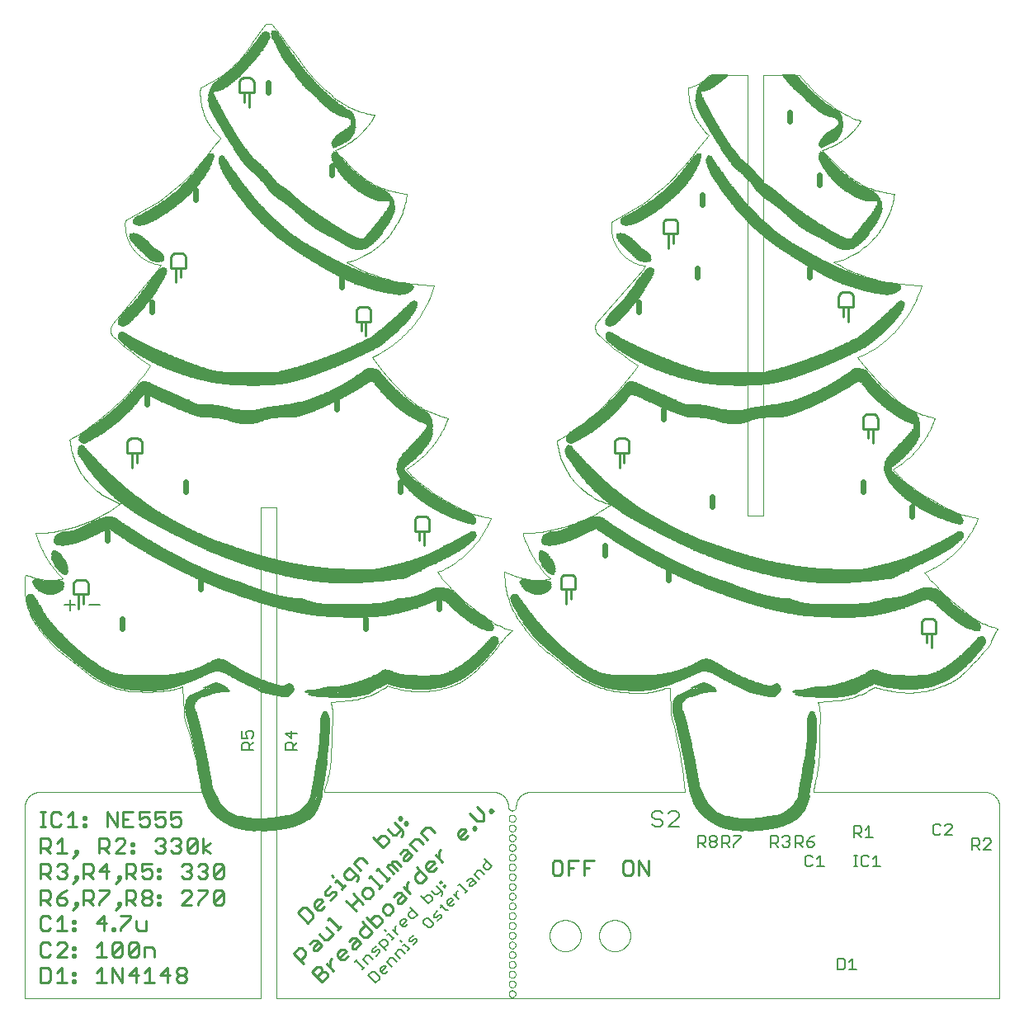
<source format=gto>
G75*
%MOIN*%
%OFA0B0*%
%FSLAX25Y25*%
%IPPOS*%
%LPD*%
%AMOC8*
5,1,8,0,0,1.08239X$1,22.5*
%
%ADD10C,0.00000*%
%ADD11R,0.01200X0.00100*%
%ADD12R,0.02901X0.00100*%
%ADD13R,0.09102X0.00100*%
%ADD14R,0.11103X0.00100*%
%ADD15R,0.12803X0.00100*%
%ADD16R,0.14804X0.00100*%
%ADD17R,0.15404X0.00100*%
%ADD18R,0.16604X0.00100*%
%ADD19R,0.17705X0.00100*%
%ADD20R,0.18605X0.00100*%
%ADD21R,0.19505X0.00100*%
%ADD22R,0.20305X0.00100*%
%ADD23R,0.21005X0.00100*%
%ADD24R,0.21806X0.00100*%
%ADD25R,0.22506X0.00100*%
%ADD26R,0.23206X0.00100*%
%ADD27R,0.23806X0.00100*%
%ADD28R,0.24406X0.00100*%
%ADD29R,0.24907X0.00100*%
%ADD30R,0.25507X0.00100*%
%ADD31R,0.26107X0.00100*%
%ADD32R,0.26507X0.00100*%
%ADD33R,0.27107X0.00100*%
%ADD34R,0.27607X0.00100*%
%ADD35R,0.28007X0.00100*%
%ADD36R,0.28507X0.00100*%
%ADD37R,0.28907X0.00100*%
%ADD38R,0.29207X0.00100*%
%ADD39R,0.29707X0.00100*%
%ADD40R,0.30108X0.00100*%
%ADD41R,0.30608X0.00100*%
%ADD42R,0.30908X0.00100*%
%ADD43R,0.31308X0.00100*%
%ADD44R,0.31708X0.00100*%
%ADD45R,0.32008X0.00100*%
%ADD46R,0.32308X0.00100*%
%ADD47R,0.32608X0.00100*%
%ADD48R,0.33009X0.00100*%
%ADD49R,0.33209X0.00100*%
%ADD50R,0.33609X0.00100*%
%ADD51R,0.33909X0.00100*%
%ADD52R,0.34309X0.00100*%
%ADD53R,0.34509X0.00100*%
%ADD54R,0.34809X0.00100*%
%ADD55R,0.35009X0.00100*%
%ADD56R,0.35309X0.00100*%
%ADD57R,0.35509X0.00100*%
%ADD58R,0.35909X0.00100*%
%ADD59R,0.36109X0.00100*%
%ADD60R,0.36409X0.00100*%
%ADD61R,0.36609X0.00100*%
%ADD62R,0.14604X0.00100*%
%ADD63R,0.18305X0.00100*%
%ADD64R,0.13203X0.00100*%
%ADD65R,0.17104X0.00100*%
%ADD66R,0.12603X0.00100*%
%ADD67R,0.16204X0.00100*%
%ADD68R,0.12003X0.00100*%
%ADD69R,0.15504X0.00100*%
%ADD70R,0.11603X0.00100*%
%ADD71R,0.14704X0.00100*%
%ADD72R,0.11303X0.00100*%
%ADD73R,0.14004X0.00100*%
%ADD74R,0.11003X0.00100*%
%ADD75R,0.13503X0.00100*%
%ADD76R,0.10803X0.00100*%
%ADD77R,0.13103X0.00100*%
%ADD78R,0.12203X0.00100*%
%ADD79R,0.11803X0.00100*%
%ADD80R,0.11503X0.00100*%
%ADD81R,0.04801X0.00100*%
%ADD82R,0.04801X0.00100*%
%ADD83R,0.04801X0.00100*%
%ADD84R,0.04701X0.00100*%
%ADD85R,0.04701X0.00100*%
%ADD86R,0.04701X0.00100*%
%ADD87R,0.04601X0.00100*%
%ADD88R,0.04601X0.00100*%
%ADD89R,0.04501X0.00100*%
%ADD90R,0.04501X0.00100*%
%ADD91R,0.04601X0.00100*%
%ADD92R,0.04501X0.00100*%
%ADD93R,0.04501X0.00100*%
%ADD94R,0.04501X0.00100*%
%ADD95R,0.04501X0.00100*%
%ADD96R,0.04401X0.00100*%
%ADD97R,0.04401X0.00100*%
%ADD98R,0.04401X0.00100*%
%ADD99R,0.04401X0.00100*%
%ADD100R,0.04301X0.00100*%
%ADD101R,0.04401X0.00100*%
%ADD102R,0.04401X0.00100*%
%ADD103R,0.04301X0.00100*%
%ADD104R,0.04301X0.00100*%
%ADD105R,0.04301X0.00100*%
%ADD106R,0.04301X0.00100*%
%ADD107R,0.04201X0.00100*%
%ADD108R,0.04201X0.00100*%
%ADD109R,0.04201X0.00100*%
%ADD110R,0.04702X0.00100*%
%ADD111R,0.04301X0.00100*%
%ADD112R,0.04101X0.00100*%
%ADD113R,0.04802X0.00100*%
%ADD114R,0.04802X0.00100*%
%ADD115R,0.04802X0.00100*%
%ADD116R,0.04101X0.00100*%
%ADD117R,0.04101X0.00100*%
%ADD118R,0.04001X0.00100*%
%ADD119R,0.04001X0.00100*%
%ADD120R,0.04001X0.00100*%
%ADD121R,0.03901X0.00100*%
%ADD122R,0.03901X0.00100*%
%ADD123R,0.03901X0.00100*%
%ADD124R,0.03701X0.00100*%
%ADD125R,0.03701X0.00100*%
%ADD126R,0.03701X0.00100*%
%ADD127R,0.03601X0.00100*%
%ADD128R,0.03501X0.00100*%
%ADD129R,0.03501X0.00100*%
%ADD130R,0.03401X0.00100*%
%ADD131R,0.03301X0.00100*%
%ADD132R,0.03301X0.00100*%
%ADD133R,0.03301X0.00100*%
%ADD134R,0.03201X0.00100*%
%ADD135R,0.03101X0.00100*%
%ADD136R,0.03101X0.00100*%
%ADD137R,0.03001X0.00100*%
%ADD138R,0.02901X0.00100*%
%ADD139R,0.02901X0.00100*%
%ADD140R,0.02801X0.00100*%
%ADD141R,0.02801X0.00100*%
%ADD142R,0.02501X0.00100*%
%ADD143R,0.02401X0.00100*%
%ADD144R,0.02201X0.00100*%
%ADD145R,0.02201X0.00100*%
%ADD146R,0.02000X0.00100*%
%ADD147R,0.01800X0.00100*%
%ADD148R,0.01800X0.00100*%
%ADD149R,0.01700X0.00100*%
%ADD150R,0.01500X0.00100*%
%ADD151R,0.01200X0.00100*%
%ADD152R,0.01000X0.00100*%
%ADD153R,0.00200X0.00100*%
%ADD154R,0.03901X0.00100*%
%ADD155R,0.03901X0.00100*%
%ADD156R,0.03901X0.00100*%
%ADD157R,0.03801X0.00100*%
%ADD158R,0.03801X0.00100*%
%ADD159R,0.03701X0.00100*%
%ADD160R,0.03701X0.00100*%
%ADD161R,0.03801X0.00100*%
%ADD162R,0.04702X0.00100*%
%ADD163R,0.04901X0.00100*%
%ADD164R,0.04901X0.00100*%
%ADD165R,0.05001X0.00100*%
%ADD166R,0.05101X0.00100*%
%ADD167R,0.05201X0.00100*%
%ADD168R,0.03001X0.00100*%
%ADD169R,0.05201X0.00100*%
%ADD170R,0.06202X0.00100*%
%ADD171R,0.07702X0.00100*%
%ADD172R,0.05301X0.00100*%
%ADD173R,0.09202X0.00100*%
%ADD174R,0.10403X0.00100*%
%ADD175R,0.05402X0.00100*%
%ADD176R,0.11603X0.00100*%
%ADD177R,0.05502X0.00100*%
%ADD178R,0.05902X0.00100*%
%ADD179R,0.14404X0.00100*%
%ADD180R,0.05902X0.00100*%
%ADD181R,0.06102X0.00100*%
%ADD182R,0.16504X0.00100*%
%ADD183R,0.06102X0.00100*%
%ADD184R,0.06302X0.00100*%
%ADD185R,0.06502X0.00100*%
%ADD186R,0.06602X0.00100*%
%ADD187R,0.09002X0.00100*%
%ADD188R,0.11003X0.00100*%
%ADD189R,0.27007X0.00100*%
%ADD190R,0.12603X0.00100*%
%ADD191R,0.25407X0.00100*%
%ADD192R,0.14204X0.00100*%
%ADD193R,0.24606X0.00100*%
%ADD194R,0.15404X0.00100*%
%ADD195R,0.24206X0.00100*%
%ADD196R,0.16504X0.00100*%
%ADD197R,0.23806X0.00100*%
%ADD198R,0.17705X0.00100*%
%ADD199R,0.23406X0.00100*%
%ADD200R,0.07902X0.00100*%
%ADD201R,0.18705X0.00100*%
%ADD202R,0.23206X0.00100*%
%ADD203R,0.09802X0.00100*%
%ADD204R,0.22906X0.00100*%
%ADD205R,0.11503X0.00100*%
%ADD206R,0.20405X0.00100*%
%ADD207R,0.22606X0.00100*%
%ADD208R,0.12903X0.00100*%
%ADD209R,0.21206X0.00100*%
%ADD210R,0.22706X0.00100*%
%ADD211R,0.14104X0.00100*%
%ADD212R,0.22106X0.00100*%
%ADD213R,0.09702X0.00100*%
%ADD214R,0.22706X0.00100*%
%ADD215R,0.15204X0.00100*%
%ADD216R,0.09202X0.00100*%
%ADD217R,0.14304X0.00100*%
%ADD218R,0.22006X0.00100*%
%ADD219R,0.16304X0.00100*%
%ADD220R,0.08902X0.00100*%
%ADD221R,0.14504X0.00100*%
%ADD222R,0.21706X0.00100*%
%ADD223R,0.17205X0.00100*%
%ADD224R,0.24206X0.00100*%
%ADD225R,0.08602X0.00100*%
%ADD226R,0.14704X0.00100*%
%ADD227R,0.21906X0.00100*%
%ADD228R,0.18105X0.00100*%
%ADD229R,0.24906X0.00100*%
%ADD230R,0.08302X0.00100*%
%ADD231R,0.13504X0.00100*%
%ADD232R,0.17905X0.00100*%
%ADD233R,0.19005X0.00100*%
%ADD234R,0.07802X0.00100*%
%ADD235R,0.13304X0.00100*%
%ADD236R,0.17505X0.00100*%
%ADD237R,0.19705X0.00100*%
%ADD238R,0.26107X0.00100*%
%ADD239R,0.07402X0.00100*%
%ADD240R,0.13004X0.00100*%
%ADD241R,0.17104X0.00100*%
%ADD242R,0.20505X0.00100*%
%ADD243R,0.27107X0.00100*%
%ADD244R,0.07102X0.00100*%
%ADD245R,0.13103X0.00100*%
%ADD246R,0.16704X0.00100*%
%ADD247R,0.21106X0.00100*%
%ADD248R,0.27307X0.00100*%
%ADD249R,0.06702X0.00100*%
%ADD250R,0.12703X0.00100*%
%ADD251R,0.16504X0.00100*%
%ADD252R,0.21806X0.00100*%
%ADD253R,0.27807X0.00100*%
%ADD254R,0.06302X0.00100*%
%ADD255R,0.22406X0.00100*%
%ADD256R,0.28507X0.00100*%
%ADD257R,0.06002X0.00100*%
%ADD258R,0.12804X0.00100*%
%ADD259R,0.15904X0.00100*%
%ADD260R,0.23106X0.00100*%
%ADD261R,0.05602X0.00100*%
%ADD262R,0.12403X0.00100*%
%ADD263R,0.15704X0.00100*%
%ADD264R,0.23706X0.00100*%
%ADD265R,0.29407X0.00100*%
%ADD266R,0.12103X0.00100*%
%ADD267R,0.15504X0.00100*%
%ADD268R,0.24106X0.00100*%
%ADD269R,0.30008X0.00100*%
%ADD270R,0.11903X0.00100*%
%ADD271R,0.15304X0.00100*%
%ADD272R,0.24706X0.00100*%
%ADD273R,0.30608X0.00100*%
%ADD274R,0.12103X0.00100*%
%ADD275R,0.15004X0.00100*%
%ADD276R,0.25307X0.00100*%
%ADD277R,0.31008X0.00100*%
%ADD278R,0.14804X0.00100*%
%ADD279R,0.25907X0.00100*%
%ADD280R,0.31508X0.00100*%
%ADD281R,0.11703X0.00100*%
%ADD282R,0.40910X0.00100*%
%ADD283R,0.32008X0.00100*%
%ADD284R,0.02701X0.00100*%
%ADD285R,0.11503X0.00100*%
%ADD286R,0.00300X0.00100*%
%ADD287R,0.40810X0.00100*%
%ADD288R,0.32408X0.00100*%
%ADD289R,0.02100X0.00100*%
%ADD290R,0.11403X0.00100*%
%ADD291R,0.40611X0.00100*%
%ADD292R,0.32909X0.00100*%
%ADD293R,0.01500X0.00100*%
%ADD294R,0.11303X0.00100*%
%ADD295R,0.40511X0.00100*%
%ADD296R,0.33409X0.00100*%
%ADD297R,0.11103X0.00100*%
%ADD298R,0.40410X0.00100*%
%ADD299R,0.40310X0.00100*%
%ADD300R,0.34309X0.00100*%
%ADD301R,0.11003X0.00100*%
%ADD302R,0.40210X0.00100*%
%ADD303R,0.34809X0.00100*%
%ADD304R,0.10903X0.00100*%
%ADD305R,0.40110X0.00100*%
%ADD306R,0.35209X0.00100*%
%ADD307R,0.10903X0.00100*%
%ADD308R,0.40111X0.00100*%
%ADD309R,0.35709X0.00100*%
%ADD310R,0.39910X0.00100*%
%ADD311R,0.36009X0.00100*%
%ADD312R,0.10702X0.00100*%
%ADD313R,0.36509X0.00100*%
%ADD314R,0.10603X0.00100*%
%ADD315R,0.39710X0.00100*%
%ADD316R,0.37009X0.00100*%
%ADD317R,0.10503X0.00100*%
%ADD318R,0.39610X0.00100*%
%ADD319R,0.37209X0.00100*%
%ADD320R,0.10503X0.00100*%
%ADD321R,0.39510X0.00100*%
%ADD322R,0.37709X0.00100*%
%ADD323R,0.39410X0.00100*%
%ADD324R,0.38110X0.00100*%
%ADD325R,0.39410X0.00100*%
%ADD326R,0.38610X0.00100*%
%ADD327R,0.10402X0.00100*%
%ADD328R,0.39510X0.00100*%
%ADD329R,0.39010X0.00100*%
%ADD330R,0.10202X0.00100*%
%ADD331R,0.39610X0.00100*%
%ADD332R,0.10002X0.00100*%
%ADD333R,0.39010X0.00100*%
%ADD334R,0.39810X0.00100*%
%ADD335R,0.09903X0.00100*%
%ADD336R,0.38910X0.00100*%
%ADD337R,0.40110X0.00100*%
%ADD338R,0.09903X0.00100*%
%ADD339R,0.38910X0.00100*%
%ADD340R,0.40510X0.00100*%
%ADD341R,0.09903X0.00100*%
%ADD342R,0.38810X0.00100*%
%ADD343R,0.41011X0.00100*%
%ADD344R,0.09802X0.00100*%
%ADD345R,0.38810X0.00100*%
%ADD346R,0.41311X0.00100*%
%ADD347R,0.38610X0.00100*%
%ADD348R,0.41811X0.00100*%
%ADD349R,0.42211X0.00100*%
%ADD350R,0.09702X0.00100*%
%ADD351R,0.38510X0.00100*%
%ADD352R,0.42511X0.00100*%
%ADD353R,0.09703X0.00100*%
%ADD354R,0.38310X0.00100*%
%ADD355R,0.42911X0.00100*%
%ADD356R,0.09603X0.00100*%
%ADD357R,0.38210X0.00100*%
%ADD358R,0.43311X0.00100*%
%ADD359R,0.09603X0.00100*%
%ADD360R,0.38110X0.00100*%
%ADD361R,0.43711X0.00100*%
%ADD362R,0.09502X0.00100*%
%ADD363R,0.38110X0.00100*%
%ADD364R,0.44011X0.00100*%
%ADD365R,0.09502X0.00100*%
%ADD366R,0.44411X0.00100*%
%ADD367R,0.09302X0.00100*%
%ADD368R,0.37910X0.00100*%
%ADD369R,0.44811X0.00100*%
%ADD370R,0.09302X0.00100*%
%ADD371R,0.38010X0.00100*%
%ADD372R,0.45211X0.00100*%
%ADD373R,0.18005X0.00100*%
%ADD374R,0.15004X0.00100*%
%ADD375R,0.45511X0.00100*%
%ADD376R,0.15804X0.00100*%
%ADD377R,0.13704X0.00100*%
%ADD378R,0.17405X0.00100*%
%ADD379R,0.14504X0.00100*%
%ADD380R,0.13804X0.00100*%
%ADD381R,0.16104X0.00100*%
%ADD382R,0.09102X0.00100*%
%ADD383R,0.12503X0.00100*%
%ADD384R,0.12303X0.00100*%
%ADD385R,0.12904X0.00100*%
%ADD386R,0.15204X0.00100*%
%ADD387R,0.09102X0.00100*%
%ADD388R,0.11503X0.00100*%
%ADD389R,0.11403X0.00100*%
%ADD390R,0.12203X0.00100*%
%ADD391R,0.14604X0.00100*%
%ADD392R,0.10603X0.00100*%
%ADD393R,0.11103X0.00100*%
%ADD394R,0.11603X0.00100*%
%ADD395R,0.14104X0.00100*%
%ADD396R,0.10703X0.00100*%
%ADD397R,0.11203X0.00100*%
%ADD398R,0.13604X0.00100*%
%ADD399R,0.09002X0.00100*%
%ADD400R,0.08902X0.00100*%
%ADD401R,0.10403X0.00100*%
%ADD402R,0.08202X0.00100*%
%ADD403R,0.10303X0.00100*%
%ADD404R,0.12904X0.00100*%
%ADD405R,0.07702X0.00100*%
%ADD406R,0.10103X0.00100*%
%ADD407R,0.10303X0.00100*%
%ADD408R,0.12603X0.00100*%
%ADD409R,0.09002X0.00100*%
%ADD410R,0.07102X0.00100*%
%ADD411R,0.10002X0.00100*%
%ADD412R,0.10002X0.00100*%
%ADD413R,0.12203X0.00100*%
%ADD414R,0.09002X0.00100*%
%ADD415R,0.06702X0.00100*%
%ADD416R,0.09902X0.00100*%
%ADD417R,0.10102X0.00100*%
%ADD418R,0.12103X0.00100*%
%ADD419R,0.06302X0.00100*%
%ADD420R,0.11903X0.00100*%
%ADD421R,0.09602X0.00100*%
%ADD422R,0.11603X0.00100*%
%ADD423R,0.09503X0.00100*%
%ADD424R,0.09402X0.00100*%
%ADD425R,0.11303X0.00100*%
%ADD426R,0.09502X0.00100*%
%ADD427R,0.05202X0.00100*%
%ADD428R,0.09403X0.00100*%
%ADD429R,0.11403X0.00100*%
%ADD430R,0.09803X0.00100*%
%ADD431R,0.10003X0.00100*%
%ADD432R,0.10803X0.00100*%
%ADD433R,0.21906X0.00100*%
%ADD434R,0.03401X0.00100*%
%ADD435R,0.21506X0.00100*%
%ADD436R,0.08802X0.00100*%
%ADD437R,0.20906X0.00100*%
%ADD438R,0.08702X0.00100*%
%ADD439R,0.20405X0.00100*%
%ADD440R,0.01901X0.00100*%
%ADD441R,0.08602X0.00100*%
%ADD442R,0.19805X0.00100*%
%ADD443R,0.08702X0.00100*%
%ADD444R,0.08702X0.00100*%
%ADD445R,0.19305X0.00100*%
%ADD446R,0.00900X0.00100*%
%ADD447R,0.18805X0.00100*%
%ADD448R,0.08602X0.00100*%
%ADD449R,0.18405X0.00100*%
%ADD450R,0.08702X0.00100*%
%ADD451R,0.17904X0.00100*%
%ADD452R,0.08502X0.00100*%
%ADD453R,0.08502X0.00100*%
%ADD454R,0.17404X0.00100*%
%ADD455R,0.08402X0.00100*%
%ADD456R,0.16904X0.00100*%
%ADD457R,0.08302X0.00100*%
%ADD458R,0.08402X0.00100*%
%ADD459R,0.16204X0.00100*%
%ADD460R,0.08202X0.00100*%
%ADD461R,0.15704X0.00100*%
%ADD462R,0.08102X0.00100*%
%ADD463R,0.15304X0.00100*%
%ADD464R,0.08202X0.00100*%
%ADD465R,0.14804X0.00100*%
%ADD466R,0.08002X0.00100*%
%ADD467R,0.14404X0.00100*%
%ADD468R,0.07902X0.00100*%
%ADD469R,0.08102X0.00100*%
%ADD470R,0.13704X0.00100*%
%ADD471R,0.13304X0.00100*%
%ADD472R,0.07802X0.00100*%
%ADD473R,0.08002X0.00100*%
%ADD474R,0.12903X0.00100*%
%ADD475R,0.12503X0.00100*%
%ADD476R,0.08002X0.00100*%
%ADD477R,0.07902X0.00100*%
%ADD478R,0.11703X0.00100*%
%ADD479R,0.07602X0.00100*%
%ADD480R,0.08002X0.00100*%
%ADD481R,0.11303X0.00100*%
%ADD482R,0.07602X0.00100*%
%ADD483R,0.07602X0.00100*%
%ADD484R,0.07502X0.00100*%
%ADD485R,0.07402X0.00100*%
%ADD486R,0.07802X0.00100*%
%ADD487R,0.09302X0.00100*%
%ADD488R,0.07302X0.00100*%
%ADD489R,0.07302X0.00100*%
%ADD490R,0.07202X0.00100*%
%ADD491R,0.08002X0.00100*%
%ADD492R,0.07202X0.00100*%
%ADD493R,0.07202X0.00100*%
%ADD494R,0.07302X0.00100*%
%ADD495R,0.07002X0.00100*%
%ADD496R,0.07702X0.00100*%
%ADD497R,0.07102X0.00100*%
%ADD498R,0.07102X0.00100*%
%ADD499R,0.07002X0.00100*%
%ADD500R,0.07002X0.00100*%
%ADD501R,0.05002X0.00100*%
%ADD502R,0.07602X0.00100*%
%ADD503R,0.06902X0.00100*%
%ADD504R,0.04001X0.00100*%
%ADD505R,0.06802X0.00100*%
%ADD506R,0.07502X0.00100*%
%ADD507R,0.06802X0.00100*%
%ADD508R,0.01600X0.00100*%
%ADD509R,0.06702X0.00100*%
%ADD510R,0.06802X0.00100*%
%ADD511R,0.07502X0.00100*%
%ADD512R,0.07402X0.00100*%
%ADD513R,0.07402X0.00100*%
%ADD514R,0.06502X0.00100*%
%ADD515R,0.07302X0.00100*%
%ADD516R,0.06502X0.00100*%
%ADD517R,0.06402X0.00100*%
%ADD518R,0.06402X0.00100*%
%ADD519R,0.07202X0.00100*%
%ADD520R,0.06202X0.00100*%
%ADD521R,0.06202X0.00100*%
%ADD522R,0.07302X0.00100*%
%ADD523R,0.06102X0.00100*%
%ADD524R,0.06002X0.00100*%
%ADD525R,0.07302X0.00100*%
%ADD526R,0.06002X0.00100*%
%ADD527R,0.05802X0.00100*%
%ADD528R,0.07202X0.00100*%
%ADD529R,0.05802X0.00100*%
%ADD530R,0.05802X0.00100*%
%ADD531R,0.05701X0.00100*%
%ADD532R,0.05701X0.00100*%
%ADD533R,0.05601X0.00100*%
%ADD534R,0.05601X0.00100*%
%ADD535R,0.05601X0.00100*%
%ADD536R,0.07102X0.00100*%
%ADD537R,0.05702X0.00100*%
%ADD538R,0.05702X0.00100*%
%ADD539R,0.05602X0.00100*%
%ADD540R,0.05502X0.00100*%
%ADD541R,0.05401X0.00100*%
%ADD542R,0.05301X0.00100*%
%ADD543R,0.05201X0.00100*%
%ADD544R,0.07202X0.00100*%
%ADD545R,0.05001X0.00100*%
%ADD546R,0.04901X0.00100*%
%ADD547R,0.04201X0.00100*%
%ADD548R,0.04101X0.00100*%
%ADD549R,0.04001X0.00100*%
%ADD550R,0.03801X0.00100*%
%ADD551R,0.03801X0.00100*%
%ADD552R,0.03601X0.00100*%
%ADD553R,0.03401X0.00100*%
%ADD554R,0.02601X0.00100*%
%ADD555R,0.02200X0.00100*%
%ADD556R,0.01900X0.00100*%
%ADD557R,0.07002X0.00100*%
%ADD558R,0.01500X0.00100*%
%ADD559R,0.07002X0.00100*%
%ADD560R,0.07002X0.00100*%
%ADD561R,0.06902X0.00100*%
%ADD562R,0.06902X0.00100*%
%ADD563R,0.06802X0.00100*%
%ADD564R,0.06802X0.00100*%
%ADD565R,0.00900X0.00100*%
%ADD566R,0.06802X0.00100*%
%ADD567R,0.02301X0.00100*%
%ADD568R,0.06702X0.00100*%
%ADD569R,0.06602X0.00100*%
%ADD570R,0.06402X0.00100*%
%ADD571R,0.06502X0.00100*%
%ADD572R,0.06602X0.00100*%
%ADD573R,0.06702X0.00100*%
%ADD574R,0.08302X0.00100*%
%ADD575R,0.06602X0.00100*%
%ADD576R,0.08402X0.00100*%
%ADD577R,0.08502X0.00100*%
%ADD578R,0.08602X0.00100*%
%ADD579R,0.08802X0.00100*%
%ADD580R,0.08902X0.00100*%
%ADD581R,0.08902X0.00100*%
%ADD582R,0.08802X0.00100*%
%ADD583R,0.08802X0.00100*%
%ADD584R,0.15104X0.00100*%
%ADD585R,0.18405X0.00100*%
%ADD586R,0.21106X0.00100*%
%ADD587R,0.25006X0.00100*%
%ADD588R,0.05902X0.00100*%
%ADD589R,0.26807X0.00100*%
%ADD590R,0.08502X0.00100*%
%ADD591R,0.05801X0.00100*%
%ADD592R,0.28407X0.00100*%
%ADD593R,0.05801X0.00100*%
%ADD594R,0.29807X0.00100*%
%ADD595R,0.31308X0.00100*%
%ADD596R,0.32508X0.00100*%
%ADD597R,0.33708X0.00100*%
%ADD598R,0.34909X0.00100*%
%ADD599R,0.05602X0.00100*%
%ADD600R,0.36009X0.00100*%
%ADD601R,0.37109X0.00100*%
%ADD602R,0.08302X0.00100*%
%ADD603R,0.08402X0.00100*%
%ADD604R,0.39210X0.00100*%
%ADD605R,0.40210X0.00100*%
%ADD606R,0.41111X0.00100*%
%ADD607R,0.42011X0.00100*%
%ADD608R,0.05502X0.00100*%
%ADD609R,0.42911X0.00100*%
%ADD610R,0.43811X0.00100*%
%ADD611R,0.08202X0.00100*%
%ADD612R,0.44711X0.00100*%
%ADD613R,0.08102X0.00100*%
%ADD614R,0.45612X0.00100*%
%ADD615R,0.08102X0.00100*%
%ADD616R,0.46312X0.00100*%
%ADD617R,0.47012X0.00100*%
%ADD618R,0.47913X0.00100*%
%ADD619R,0.05501X0.00100*%
%ADD620R,0.48713X0.00100*%
%ADD621R,0.05401X0.00100*%
%ADD622R,0.49413X0.00100*%
%ADD623R,0.05401X0.00100*%
%ADD624R,0.50213X0.00100*%
%ADD625R,0.50913X0.00100*%
%ADD626R,0.51613X0.00100*%
%ADD627R,0.52313X0.00100*%
%ADD628R,0.53013X0.00100*%
%ADD629R,0.54314X0.00100*%
%ADD630R,0.07602X0.00100*%
%ADD631R,0.54514X0.00100*%
%ADD632R,0.07402X0.00100*%
%ADD633R,0.55114X0.00100*%
%ADD634R,0.05101X0.00100*%
%ADD635R,0.56414X0.00100*%
%ADD636R,0.56815X0.00100*%
%ADD637R,0.57215X0.00100*%
%ADD638R,0.57615X0.00100*%
%ADD639R,0.05102X0.00100*%
%ADD640R,0.58315X0.00100*%
%ADD641R,0.05002X0.00100*%
%ADD642R,0.59015X0.00100*%
%ADD643R,0.59715X0.00100*%
%ADD644R,0.05002X0.00100*%
%ADD645R,0.60315X0.00100*%
%ADD646R,0.60815X0.00100*%
%ADD647R,0.61516X0.00100*%
%ADD648R,0.62216X0.00100*%
%ADD649R,0.62816X0.00100*%
%ADD650R,0.63416X0.00100*%
%ADD651R,0.63916X0.00100*%
%ADD652R,0.64517X0.00100*%
%ADD653R,0.25207X0.00100*%
%ADD654R,0.26707X0.00100*%
%ADD655R,0.23806X0.00100*%
%ADD656R,0.23506X0.00100*%
%ADD657R,0.22406X0.00100*%
%ADD658R,0.06902X0.00100*%
%ADD659R,0.23106X0.00100*%
%ADD660R,0.23006X0.00100*%
%ADD661R,0.20705X0.00100*%
%ADD662R,0.22806X0.00100*%
%ADD663R,0.20105X0.00100*%
%ADD664R,0.22606X0.00100*%
%ADD665R,0.19505X0.00100*%
%ADD666R,0.22406X0.00100*%
%ADD667R,0.19205X0.00100*%
%ADD668R,0.18805X0.00100*%
%ADD669R,0.22206X0.00100*%
%ADD670R,0.18605X0.00100*%
%ADD671R,0.22206X0.00100*%
%ADD672R,0.18305X0.00100*%
%ADD673R,0.22306X0.00100*%
%ADD674R,0.18104X0.00100*%
%ADD675R,0.17904X0.00100*%
%ADD676R,0.22106X0.00100*%
%ADD677R,0.17805X0.00100*%
%ADD678R,0.22106X0.00100*%
%ADD679R,0.22106X0.00100*%
%ADD680R,0.17504X0.00100*%
%ADD681R,0.22206X0.00100*%
%ADD682R,0.17304X0.00100*%
%ADD683R,0.17304X0.00100*%
%ADD684R,0.17805X0.00100*%
%ADD685R,0.04101X0.00100*%
%ADD686R,0.26607X0.00100*%
%ADD687R,0.26207X0.00100*%
%ADD688R,0.25807X0.00100*%
%ADD689R,0.22206X0.00100*%
%ADD690R,0.25507X0.00100*%
%ADD691R,0.25207X0.00100*%
%ADD692R,0.21606X0.00100*%
%ADD693R,0.00500X0.00100*%
%ADD694R,0.24807X0.00100*%
%ADD695R,0.19005X0.00100*%
%ADD696R,0.22506X0.00100*%
%ADD697R,0.18405X0.00100*%
%ADD698R,0.21205X0.00100*%
%ADD699R,0.18005X0.00100*%
%ADD700R,0.20405X0.00100*%
%ADD701R,0.17404X0.00100*%
%ADD702R,0.19205X0.00100*%
%ADD703R,0.17104X0.00100*%
%ADD704R,0.18605X0.00100*%
%ADD705R,0.17004X0.00100*%
%ADD706R,0.18205X0.00100*%
%ADD707R,0.16704X0.00100*%
%ADD708R,0.02601X0.00100*%
%ADD709R,0.16804X0.00100*%
%ADD710R,0.02400X0.00100*%
%ADD711R,0.16404X0.00100*%
%ADD712R,0.02300X0.00100*%
%ADD713R,0.16104X0.00100*%
%ADD714R,0.02000X0.00100*%
%ADD715R,0.16304X0.00100*%
%ADD716R,0.15504X0.00100*%
%ADD717R,0.16004X0.00100*%
%ADD718R,0.15104X0.00100*%
%ADD719R,0.02200X0.00100*%
%ADD720R,0.15904X0.00100*%
%ADD721R,0.14804X0.00100*%
%ADD722R,0.01000X0.00100*%
%ADD723R,0.16304X0.00100*%
%ADD724R,0.15804X0.00100*%
%ADD725R,0.14004X0.00100*%
%ADD726R,0.15704X0.00100*%
%ADD727R,0.13904X0.00100*%
%ADD728R,0.15804X0.00100*%
%ADD729R,0.13804X0.00100*%
%ADD730R,0.15604X0.00100*%
%ADD731R,0.12903X0.00100*%
%ADD732R,0.15604X0.00100*%
%ADD733R,0.15604X0.00100*%
%ADD734R,0.11803X0.00100*%
%ADD735R,0.15604X0.00100*%
%ADD736R,0.10703X0.00100*%
%ADD737R,0.08802X0.00100*%
%ADD738R,0.09002X0.00100*%
%ADD739R,0.15404X0.00100*%
%ADD740R,0.09702X0.00100*%
%ADD741R,0.10103X0.00100*%
%ADD742R,0.10403X0.00100*%
%ADD743R,0.15204X0.00100*%
%ADD744R,0.06902X0.00100*%
%ADD745R,0.15004X0.00100*%
%ADD746R,0.05402X0.00100*%
%ADD747R,0.15004X0.00100*%
%ADD748R,0.11503X0.00100*%
%ADD749R,0.11703X0.00100*%
%ADD750R,0.14904X0.00100*%
%ADD751R,0.11803X0.00100*%
%ADD752R,0.11803X0.00100*%
%ADD753R,0.14904X0.00100*%
%ADD754R,0.11903X0.00100*%
%ADD755R,0.14904X0.00100*%
%ADD756R,0.11903X0.00100*%
%ADD757R,0.14904X0.00100*%
%ADD758R,0.12003X0.00100*%
%ADD759R,0.14704X0.00100*%
%ADD760R,0.14704X0.00100*%
%ADD761R,0.12303X0.00100*%
%ADD762R,0.12303X0.00100*%
%ADD763R,0.14704X0.00100*%
%ADD764R,0.14704X0.00100*%
%ADD765R,0.12503X0.00100*%
%ADD766R,0.14604X0.00100*%
%ADD767R,0.14504X0.00100*%
%ADD768R,0.14504X0.00100*%
%ADD769R,0.14404X0.00100*%
%ADD770R,0.12403X0.00100*%
%ADD771R,0.21906X0.00100*%
%ADD772R,0.14304X0.00100*%
%ADD773R,0.26007X0.00100*%
%ADD774R,0.27507X0.00100*%
%ADD775R,0.13804X0.00100*%
%ADD776R,0.30708X0.00100*%
%ADD777R,0.13504X0.00100*%
%ADD778R,0.33709X0.00100*%
%ADD779R,0.13404X0.00100*%
%ADD780R,0.35309X0.00100*%
%ADD781R,0.02401X0.00100*%
%ADD782R,0.13303X0.00100*%
%ADD783R,0.36809X0.00100*%
%ADD784R,0.13303X0.00100*%
%ADD785R,0.13204X0.00100*%
%ADD786R,0.39510X0.00100*%
%ADD787R,0.40911X0.00100*%
%ADD788R,0.42111X0.00100*%
%ADD789R,0.13003X0.00100*%
%ADD790R,0.43411X0.00100*%
%ADD791R,0.44611X0.00100*%
%ADD792R,0.13003X0.00100*%
%ADD793R,0.45311X0.00100*%
%ADD794R,0.12803X0.00100*%
%ADD795R,0.46012X0.00100*%
%ADD796R,0.12704X0.00100*%
%ADD797R,0.46712X0.00100*%
%ADD798R,0.47412X0.00100*%
%ADD799R,0.48313X0.00100*%
%ADD800R,0.49313X0.00100*%
%ADD801R,0.50013X0.00100*%
%ADD802R,0.12403X0.00100*%
%ADD803R,0.50613X0.00100*%
%ADD804R,0.51213X0.00100*%
%ADD805R,0.51713X0.00100*%
%ADD806R,0.52314X0.00100*%
%ADD807R,0.53014X0.00100*%
%ADD808R,0.01100X0.00100*%
%ADD809R,0.53914X0.00100*%
%ADD810R,0.01600X0.00100*%
%ADD811R,0.54314X0.00100*%
%ADD812R,0.01900X0.00100*%
%ADD813R,0.12003X0.00100*%
%ADD814R,0.54914X0.00100*%
%ADD815R,0.02100X0.00100*%
%ADD816R,0.12003X0.00100*%
%ADD817R,0.55714X0.00100*%
%ADD818R,0.56014X0.00100*%
%ADD819R,0.02300X0.00100*%
%ADD820R,0.56514X0.00100*%
%ADD821R,0.57715X0.00100*%
%ADD822R,0.58115X0.00100*%
%ADD823R,0.58515X0.00100*%
%ADD824R,0.59415X0.00100*%
%ADD825R,0.03201X0.00100*%
%ADD826R,0.11803X0.00100*%
%ADD827R,0.59815X0.00100*%
%ADD828R,0.03201X0.00100*%
%ADD829R,0.60215X0.00100*%
%ADD830R,0.11703X0.00100*%
%ADD831R,0.61116X0.00100*%
%ADD832R,0.61816X0.00100*%
%ADD833R,0.63116X0.00100*%
%ADD834R,0.63516X0.00100*%
%ADD835R,0.63816X0.00100*%
%ADD836R,0.11503X0.00100*%
%ADD837R,0.64117X0.00100*%
%ADD838R,0.64617X0.00100*%
%ADD839R,0.65217X0.00100*%
%ADD840R,0.37709X0.00100*%
%ADD841R,0.19305X0.00100*%
%ADD842R,0.34709X0.00100*%
%ADD843R,0.19105X0.00100*%
%ADD844R,0.32909X0.00100*%
%ADD845R,0.31608X0.00100*%
%ADD846R,0.18505X0.00100*%
%ADD847R,0.11403X0.00100*%
%ADD848R,0.30508X0.00100*%
%ADD849R,0.11303X0.00100*%
%ADD850R,0.29407X0.00100*%
%ADD851R,0.18105X0.00100*%
%ADD852R,0.28707X0.00100*%
%ADD853R,0.17804X0.00100*%
%ADD854R,0.11203X0.00100*%
%ADD855R,0.27907X0.00100*%
%ADD856R,0.17504X0.00100*%
%ADD857R,0.11203X0.00100*%
%ADD858R,0.27207X0.00100*%
%ADD859R,0.26707X0.00100*%
%ADD860R,0.16804X0.00100*%
%ADD861R,0.25607X0.00100*%
%ADD862R,0.16704X0.00100*%
%ADD863R,0.05101X0.00100*%
%ADD864R,0.11103X0.00100*%
%ADD865R,0.25106X0.00100*%
%ADD866R,0.11103X0.00100*%
%ADD867R,0.16204X0.00100*%
%ADD868R,0.11003X0.00100*%
%ADD869R,0.24906X0.00100*%
%ADD870R,0.16304X0.00100*%
%ADD871R,0.23906X0.00100*%
%ADD872R,0.23506X0.00100*%
%ADD873R,0.11003X0.00100*%
%ADD874R,0.23106X0.00100*%
%ADD875R,0.23006X0.00100*%
%ADD876R,0.05301X0.00100*%
%ADD877R,0.22306X0.00100*%
%ADD878R,0.14904X0.00100*%
%ADD879R,0.10903X0.00100*%
%ADD880R,0.22006X0.00100*%
%ADD881R,0.14304X0.00100*%
%ADD882R,0.14504X0.00100*%
%ADD883R,0.20805X0.00100*%
%ADD884R,0.20506X0.00100*%
%ADD885R,0.10903X0.00100*%
%ADD886R,0.20305X0.00100*%
%ADD887R,0.13604X0.00100*%
%ADD888R,0.20205X0.00100*%
%ADD889R,0.05302X0.00100*%
%ADD890R,0.20005X0.00100*%
%ADD891R,0.13104X0.00100*%
%ADD892R,0.05202X0.00100*%
%ADD893R,0.19805X0.00100*%
%ADD894R,0.13204X0.00100*%
%ADD895R,0.05302X0.00100*%
%ADD896R,0.19605X0.00100*%
%ADD897R,0.13004X0.00100*%
%ADD898R,0.19505X0.00100*%
%ADD899R,0.19405X0.00100*%
%ADD900R,0.19205X0.00100*%
%ADD901R,0.12703X0.00100*%
%ADD902R,0.05202X0.00100*%
%ADD903R,0.10803X0.00100*%
%ADD904R,0.19105X0.00100*%
%ADD905R,0.18905X0.00100*%
%ADD906R,0.12404X0.00100*%
%ADD907R,0.18805X0.00100*%
%ADD908R,0.18304X0.00100*%
%ADD909R,0.10603X0.00100*%
%ADD910R,0.10602X0.00100*%
%ADD911R,0.17905X0.00100*%
%ADD912R,0.17704X0.00100*%
%ADD913R,0.17504X0.00100*%
%ADD914R,0.17305X0.00100*%
%ADD915R,0.17204X0.00100*%
%ADD916R,0.11203X0.00100*%
%ADD917R,0.10502X0.00100*%
%ADD918R,0.17004X0.00100*%
%ADD919R,0.16604X0.00100*%
%ADD920R,0.10503X0.00100*%
%ADD921R,0.03801X0.00100*%
%ADD922R,0.10703X0.00100*%
%ADD923R,0.16404X0.00100*%
%ADD924R,0.10502X0.00100*%
%ADD925R,0.10402X0.00100*%
%ADD926R,0.16204X0.00100*%
%ADD927R,0.16004X0.00100*%
%ADD928R,0.10203X0.00100*%
%ADD929R,0.10203X0.00100*%
%ADD930R,0.03001X0.00100*%
%ADD931R,0.16304X0.00100*%
%ADD932R,0.10102X0.00100*%
%ADD933R,0.15904X0.00100*%
%ADD934R,0.10302X0.00100*%
%ADD935R,0.02401X0.00100*%
%ADD936R,0.09803X0.00100*%
%ADD937R,0.10202X0.00100*%
%ADD938R,0.02001X0.00100*%
%ADD939R,0.01800X0.00100*%
%ADD940R,0.01600X0.00100*%
%ADD941R,0.10303X0.00100*%
%ADD942R,0.15304X0.00100*%
%ADD943R,0.09802X0.00100*%
%ADD944R,0.01400X0.00100*%
%ADD945R,0.16104X0.00100*%
%ADD946R,0.00800X0.00100*%
%ADD947R,0.10302X0.00100*%
%ADD948R,0.14904X0.00100*%
%ADD949R,0.10203X0.00100*%
%ADD950R,0.10102X0.00100*%
%ADD951R,0.14304X0.00100*%
%ADD952R,0.14204X0.00100*%
%ADD953R,0.14104X0.00100*%
%ADD954R,0.14104X0.00100*%
%ADD955R,0.10003X0.00100*%
%ADD956R,0.13703X0.00100*%
%ADD957R,0.09902X0.00100*%
%ADD958R,0.13604X0.00100*%
%ADD959R,0.01100X0.00100*%
%ADD960R,0.13404X0.00100*%
%ADD961R,0.08902X0.00100*%
%ADD962R,0.08502X0.00100*%
%ADD963R,0.13203X0.00100*%
%ADD964R,0.13104X0.00100*%
%ADD965R,0.08202X0.00100*%
%ADD966R,0.09902X0.00100*%
%ADD967R,0.08102X0.00100*%
%ADD968R,0.12803X0.00100*%
%ADD969R,0.12504X0.00100*%
%ADD970R,0.07502X0.00100*%
%ADD971R,0.12003X0.00100*%
%ADD972R,0.09602X0.00100*%
%ADD973R,0.11703X0.00100*%
%ADD974R,0.12703X0.00100*%
%ADD975R,0.09603X0.00100*%
%ADD976R,0.13003X0.00100*%
%ADD977R,0.11603X0.00100*%
%ADD978R,0.11403X0.00100*%
%ADD979R,0.06001X0.00100*%
%ADD980R,0.05901X0.00100*%
%ADD981R,0.05901X0.00100*%
%ADD982R,0.09402X0.00100*%
%ADD983R,0.09402X0.00100*%
%ADD984R,0.15604X0.00100*%
%ADD985R,0.09403X0.00100*%
%ADD986R,0.15804X0.00100*%
%ADD987R,0.16004X0.00100*%
%ADD988R,0.16104X0.00100*%
%ADD989R,0.15904X0.00100*%
%ADD990R,0.16104X0.00100*%
%ADD991R,0.02800X0.00100*%
%ADD992R,0.02500X0.00100*%
%ADD993R,0.09303X0.00100*%
%ADD994R,0.09202X0.00100*%
%ADD995R,0.01700X0.00100*%
%ADD996R,0.12804X0.00100*%
%ADD997R,0.12404X0.00100*%
%ADD998R,0.21506X0.00100*%
%ADD999R,0.21206X0.00100*%
%ADD1000R,0.20806X0.00100*%
%ADD1001R,0.20406X0.00100*%
%ADD1002R,0.20106X0.00100*%
%ADD1003R,0.19705X0.00100*%
%ADD1004R,0.19305X0.00100*%
%ADD1005R,0.17905X0.00100*%
%ADD1006R,0.17605X0.00100*%
%ADD1007R,0.10602X0.00100*%
%ADD1008R,0.02100X0.00100*%
%ADD1009R,0.07502X0.00100*%
%ADD1010R,0.08802X0.00100*%
%ADD1011R,0.02801X0.00100*%
%ADD1012R,0.10402X0.00100*%
%ADD1013R,0.02101X0.00100*%
%ADD1014R,0.11203X0.00100*%
%ADD1015R,0.10202X0.00100*%
%ADD1016R,0.10103X0.00100*%
%ADD1017R,0.09102X0.00100*%
%ADD1018R,0.09602X0.00100*%
%ADD1019R,0.09703X0.00100*%
%ADD1020R,0.08602X0.00100*%
%ADD1021R,0.09403X0.00100*%
%ADD1022R,0.08302X0.00100*%
%ADD1023R,0.08002X0.00100*%
%ADD1024R,0.09202X0.00100*%
%ADD1025R,0.07502X0.00100*%
%ADD1026R,0.06902X0.00100*%
%ADD1027R,0.08602X0.00100*%
%ADD1028R,0.06602X0.00100*%
%ADD1029R,0.06402X0.00100*%
%ADD1030R,0.08202X0.00100*%
%ADD1031R,0.07902X0.00100*%
%ADD1032R,0.07902X0.00100*%
%ADD1033R,0.04902X0.00100*%
%ADD1034R,0.03101X0.00100*%
%ADD1035R,0.06502X0.00100*%
%ADD1036R,0.06302X0.00100*%
%ADD1037R,0.05001X0.00100*%
%ADD1038R,0.02001X0.00100*%
%ADD1039R,0.01300X0.00100*%
%ADD1040R,0.00900X0.00100*%
%ADD1041R,0.01300X0.00100*%
%ADD1042R,0.02000X0.00100*%
%ADD1043R,0.02300X0.00100*%
%ADD1044R,0.02600X0.00100*%
%ADD1045R,0.02900X0.00100*%
%ADD1046R,0.03101X0.00100*%
%ADD1047R,0.03301X0.00100*%
%ADD1048R,0.03601X0.00100*%
%ADD1049R,0.05901X0.00100*%
%ADD1050R,0.08902X0.00100*%
%ADD1051R,0.03501X0.00100*%
%ADD1052R,0.08702X0.00100*%
%ADD1053R,0.02501X0.00100*%
%ADD1054R,0.02501X0.00100*%
%ADD1055R,0.08402X0.00100*%
%ADD1056R,0.08402X0.00100*%
%ADD1057R,0.02701X0.00100*%
%ADD1058R,0.14304X0.00100*%
%ADD1059R,0.19905X0.00100*%
%ADD1060R,0.22306X0.00100*%
%ADD1061R,0.23706X0.00100*%
%ADD1062R,0.26407X0.00100*%
%ADD1063R,0.28107X0.00100*%
%ADD1064R,0.32208X0.00100*%
%ADD1065R,0.34009X0.00100*%
%ADD1066R,0.41211X0.00100*%
%ADD1067R,0.41811X0.00100*%
%ADD1068R,0.42511X0.00100*%
%ADD1069R,0.43211X0.00100*%
%ADD1070R,0.43811X0.00100*%
%ADD1071R,0.44311X0.00100*%
%ADD1072R,0.45011X0.00100*%
%ADD1073R,0.46212X0.00100*%
%ADD1074R,0.47012X0.00100*%
%ADD1075R,0.47812X0.00100*%
%ADD1076R,0.48313X0.00100*%
%ADD1077R,0.48913X0.00100*%
%ADD1078R,0.49513X0.00100*%
%ADD1079R,0.50113X0.00100*%
%ADD1080R,0.51013X0.00100*%
%ADD1081R,0.51513X0.00100*%
%ADD1082R,0.52113X0.00100*%
%ADD1083R,0.52513X0.00100*%
%ADD1084R,0.53113X0.00100*%
%ADD1085R,0.53714X0.00100*%
%ADD1086R,0.54014X0.00100*%
%ADD1087R,0.24706X0.00100*%
%ADD1088R,0.24506X0.00100*%
%ADD1089R,0.24306X0.00100*%
%ADD1090R,0.09102X0.00100*%
%ADD1091R,0.22706X0.00100*%
%ADD1092R,0.22406X0.00100*%
%ADD1093R,0.24306X0.00100*%
%ADD1094R,0.22206X0.00100*%
%ADD1095R,0.24106X0.00100*%
%ADD1096R,0.24006X0.00100*%
%ADD1097R,0.21806X0.00100*%
%ADD1098R,0.23806X0.00100*%
%ADD1099R,0.21706X0.00100*%
%ADD1100R,0.23506X0.00100*%
%ADD1101R,0.21406X0.00100*%
%ADD1102R,0.21306X0.00100*%
%ADD1103R,0.06702X0.00100*%
%ADD1104R,0.20605X0.00100*%
%ADD1105R,0.21106X0.00100*%
%ADD1106R,0.20505X0.00100*%
%ADD1107R,0.20005X0.00100*%
%ADD1108R,0.18905X0.00100*%
%ADD1109R,0.17604X0.00100*%
%ADD1110R,0.17505X0.00100*%
%ADD1111R,0.16704X0.00100*%
%ADD1112R,0.17004X0.00100*%
%ADD1113R,0.06502X0.00100*%
%ADD1114R,0.14404X0.00100*%
%ADD1115R,0.14204X0.00100*%
%ADD1116R,0.06402X0.00100*%
%ADD1117R,0.12103X0.00100*%
%ADD1118R,0.12203X0.00100*%
%ADD1119R,0.12003X0.00100*%
%ADD1120R,0.06101X0.00100*%
%ADD1121R,0.12103X0.00100*%
%ADD1122R,0.19005X0.00100*%
%ADD1123R,0.18705X0.00100*%
%ADD1124R,0.18004X0.00100*%
%ADD1125R,0.17804X0.00100*%
%ADD1126R,0.14604X0.00100*%
%ADD1127R,0.13904X0.00100*%
%ADD1128R,0.18805X0.00100*%
%ADD1129R,0.20806X0.00100*%
%ADD1130R,0.26507X0.00100*%
%ADD1131R,0.27907X0.00100*%
%ADD1132R,0.29207X0.00100*%
%ADD1133R,0.30007X0.00100*%
%ADD1134R,0.31108X0.00100*%
%ADD1135R,0.03401X0.00100*%
%ADD1136R,0.31908X0.00100*%
%ADD1137R,0.02400X0.00100*%
%ADD1138R,0.32808X0.00100*%
%ADD1139R,0.33709X0.00100*%
%ADD1140R,0.06602X0.00100*%
%ADD1141R,0.34609X0.00100*%
%ADD1142R,0.16504X0.00100*%
%ADD1143R,0.35509X0.00100*%
%ADD1144R,0.36309X0.00100*%
%ADD1145R,0.37009X0.00100*%
%ADD1146R,0.37810X0.00100*%
%ADD1147R,0.39410X0.00100*%
%ADD1148R,0.40110X0.00100*%
%ADD1149R,0.14604X0.00100*%
%ADD1150R,0.41611X0.00100*%
%ADD1151R,0.42311X0.00100*%
%ADD1152R,0.43011X0.00100*%
%ADD1153R,0.43611X0.00100*%
%ADD1154R,0.44311X0.00100*%
%ADD1155R,0.45112X0.00100*%
%ADD1156R,0.13004X0.00100*%
%ADD1157R,0.45812X0.00100*%
%ADD1158R,0.12804X0.00100*%
%ADD1159R,0.46512X0.00100*%
%ADD1160R,0.47713X0.00100*%
%ADD1161R,0.49213X0.00100*%
%ADD1162R,0.49513X0.00100*%
%ADD1163R,0.11203X0.00100*%
%ADD1164R,0.50813X0.00100*%
%ADD1165R,0.52013X0.00100*%
%ADD1166R,0.52613X0.00100*%
%ADD1167R,0.53313X0.00100*%
%ADD1168R,0.54314X0.00100*%
%ADD1169R,0.54814X0.00100*%
%ADD1170R,0.55414X0.00100*%
%ADD1171R,0.56014X0.00100*%
%ADD1172R,0.56715X0.00100*%
%ADD1173R,0.57215X0.00100*%
%ADD1174R,0.57815X0.00100*%
%ADD1175R,0.18905X0.00100*%
%ADD1176R,0.19205X0.00100*%
%ADD1177R,0.18004X0.00100*%
%ADD1178R,0.16804X0.00100*%
%ADD1179R,0.17304X0.00100*%
%ADD1180R,0.16404X0.00100*%
%ADD1181R,0.16404X0.00100*%
%ADD1182R,0.16004X0.00100*%
%ADD1183R,0.15204X0.00100*%
%ADD1184R,0.15104X0.00100*%
%ADD1185R,0.14104X0.00100*%
%ADD1186R,0.14204X0.00100*%
%ADD1187R,0.14004X0.00100*%
%ADD1188R,0.13703X0.00100*%
%ADD1189R,0.13803X0.00100*%
%ADD1190R,0.13404X0.00100*%
%ADD1191R,0.13403X0.00100*%
%ADD1192R,0.13504X0.00100*%
%ADD1193R,0.12704X0.00100*%
%ADD1194R,0.12604X0.00100*%
%ADD1195R,0.12604X0.00100*%
%ADD1196R,0.11803X0.00100*%
%ADD1197R,0.11903X0.00100*%
%ADD1198R,0.11703X0.00100*%
%ADD1199R,0.11603X0.00100*%
%ADD1200R,0.09503X0.00100*%
%ADD1201R,0.10803X0.00100*%
%ADD1202R,0.06001X0.00100*%
%ADD1203R,0.08102X0.00100*%
%ADD1204R,0.07802X0.00100*%
%ADD1205R,0.00900X0.00100*%
%ADD1206R,0.01700X0.00100*%
%ADD1207R,0.04201X0.00100*%
%ADD1208R,0.07102X0.00100*%
%ADD1209R,0.05702X0.00100*%
%ADD1210R,0.06202X0.00100*%
%ADD1211R,0.05102X0.00100*%
%ADD1212R,0.04902X0.00100*%
%ADD1213R,0.06302X0.00100*%
%ADD1214R,0.02201X0.00100*%
%ADD1215R,0.00800X0.00100*%
%ADD1216R,0.05501X0.00100*%
%ADD1217R,0.03501X0.00100*%
%ADD1218R,0.13403X0.00100*%
%ADD1219R,0.13904X0.00100*%
%ADD1220R,0.14504X0.00100*%
%ADD1221R,0.16504X0.00100*%
%ADD1222R,0.18205X0.00100*%
%ADD1223R,0.19105X0.00100*%
%ADD1224R,0.19205X0.00100*%
%ADD1225R,0.20505X0.00100*%
%ADD1226R,0.22306X0.00100*%
%ADD1227R,0.22806X0.00100*%
%ADD1228R,0.22606X0.00100*%
%ADD1229R,0.21706X0.00100*%
%ADD1230R,0.20906X0.00100*%
%ADD1231R,0.20205X0.00100*%
%ADD1232R,0.05302X0.00100*%
%ADD1233R,0.19905X0.00100*%
%ADD1234R,0.19105X0.00100*%
%ADD1235R,0.18505X0.00100*%
%ADD1236R,0.17105X0.00100*%
%ADD1237R,0.15404X0.00100*%
%ADD1238R,0.14804X0.00100*%
%ADD1239R,0.13904X0.00100*%
%ADD1240R,0.13603X0.00100*%
%ADD1241R,0.13104X0.00100*%
%ADD1242R,0.01000X0.00100*%
%ADD1243R,0.11403X0.00100*%
%ADD1244R,0.11003X0.00100*%
%ADD1245R,0.10602X0.00100*%
%ADD1246R,0.00800X0.00100*%
%ADD1247R,0.02301X0.00100*%
%ADD1248R,0.00300X0.00100*%
%ADD1249R,0.05501X0.00100*%
%ADD1250R,0.09803X0.00100*%
%ADD1251R,0.09703X0.00100*%
%ADD1252R,0.01400X0.00100*%
%ADD1253R,0.09002X0.00100*%
%ADD1254R,0.08702X0.00100*%
%ADD1255R,0.13204X0.00100*%
%ADD1256R,0.16104X0.00100*%
%ADD1257R,0.16404X0.00100*%
%ADD1258R,0.17205X0.00100*%
%ADD1259R,0.02600X0.00100*%
%ADD1260R,0.07402X0.00100*%
%ADD1261R,0.01100X0.00100*%
%ADD1262R,0.02601X0.00100*%
%ADD1263R,0.02500X0.00100*%
%ADD1264R,0.06202X0.00100*%
%ADD1265R,0.00700X0.00100*%
%ADD1266R,0.04101X0.00100*%
%ADD1267R,0.03401X0.00100*%
%ADD1268R,0.03301X0.00100*%
%ADD1269R,0.01400X0.00100*%
%ADD1270R,0.01100X0.00100*%
%ADD1271R,0.00400X0.00100*%
%ADD1272R,0.02900X0.00100*%
%ADD1273R,0.02900X0.00100*%
%ADD1274R,0.02800X0.00100*%
%ADD1275R,0.02101X0.00100*%
%ADD1276R,0.01901X0.00100*%
%ADD1277R,0.01801X0.00100*%
%ADD1278R,0.00900X0.00100*%
%ADD1279R,0.01200X0.00100*%
%ADD1280R,0.00100X0.00100*%
%ADD1281R,0.00200X0.00100*%
%ADD1282R,0.02600X0.00100*%
%ADD1283R,0.05801X0.00100*%
%ADD1284R,0.04702X0.00100*%
%ADD1285R,0.03501X0.00100*%
%ADD1286R,0.02701X0.00100*%
%ADD1287R,0.06001X0.00100*%
%ADD1288R,0.07802X0.00100*%
%ADD1289R,0.03601X0.00100*%
%ADD1290R,0.02301X0.00100*%
%ADD1291R,0.02101X0.00100*%
%ADD1292R,0.02001X0.00100*%
%ADD1293R,0.00600X0.00100*%
%ADD1294R,0.06101X0.00100*%
%ADD1295R,0.06101X0.00100*%
%ADD1296R,0.05701X0.00100*%
%ADD1297R,0.04902X0.00100*%
%ADD1298R,0.04001X0.00100*%
%ADD1299C,0.01000*%
%ADD1300C,0.01100*%
%ADD1301C,0.02400*%
%ADD1302C,0.00800*%
%ADD1303C,0.00600*%
%ADD1304C,0.00500*%
D10*
X0255902Y0195547D02*
X0266138Y0187279D01*
X0240942Y0204995D02*
X0240367Y0204475D01*
X0239804Y0203943D01*
X0239253Y0203397D01*
X0238715Y0202840D01*
X0238189Y0202270D01*
X0237676Y0201689D01*
X0237176Y0201096D01*
X0236690Y0200492D01*
X0236218Y0199877D01*
X0238186Y0205783D02*
X0240942Y0204996D01*
X0242123Y0227043D02*
X0237792Y0228618D01*
X0237792Y0228224D01*
X0229918Y0210508D02*
X0230453Y0210083D01*
X0230998Y0209670D01*
X0231552Y0209271D01*
X0232116Y0208884D01*
X0232688Y0208511D01*
X0233269Y0208151D01*
X0233858Y0207806D01*
X0234455Y0207474D01*
X0235060Y0207156D01*
X0235672Y0206852D01*
X0236291Y0206563D01*
X0236917Y0206288D01*
X0237548Y0206028D01*
X0238186Y0205783D01*
X0256296Y0225862D02*
X0255902Y0226256D01*
X0237792Y0228224D02*
X0237807Y0227372D01*
X0237842Y0226521D01*
X0237898Y0225670D01*
X0237975Y0224822D01*
X0238072Y0223975D01*
X0238189Y0223131D01*
X0238327Y0222290D01*
X0238485Y0221452D01*
X0238663Y0220619D01*
X0238861Y0219790D01*
X0239079Y0218966D01*
X0239316Y0218148D01*
X0239574Y0217336D01*
X0239851Y0216530D01*
X0240147Y0215731D01*
X0240462Y0214939D01*
X0240797Y0214155D01*
X0241150Y0213380D01*
X0241522Y0212613D01*
X0241912Y0211855D01*
X0242320Y0211107D01*
X0242747Y0210370D01*
X0243191Y0209642D01*
X0243652Y0208926D01*
X0244130Y0208220D01*
X0244626Y0207527D01*
X0245137Y0206846D01*
X0245666Y0206177D01*
X0245272Y0244366D02*
X0248028Y0244366D01*
X0242123Y0227044D02*
X0242685Y0226829D01*
X0243251Y0226628D01*
X0243823Y0226442D01*
X0244399Y0226269D01*
X0244978Y0226110D01*
X0245562Y0225966D01*
X0246149Y0225836D01*
X0246739Y0225720D01*
X0247332Y0225619D01*
X0247927Y0225533D01*
X0248524Y0225461D01*
X0249122Y0225404D01*
X0249722Y0225361D01*
X0250322Y0225333D01*
X0250923Y0225320D01*
X0251524Y0225322D01*
X0252125Y0225338D01*
X0252726Y0225369D01*
X0253325Y0225415D01*
X0253923Y0225475D01*
X0254520Y0225550D01*
X0255114Y0225640D01*
X0255707Y0225744D01*
X0256296Y0225862D01*
X0232280Y0250272D02*
X0228737Y0251059D01*
X0212989Y0229406D02*
X0210627Y0228618D01*
X0218500Y0183342D02*
X0217650Y0182992D01*
X0216792Y0182662D01*
X0215926Y0182354D01*
X0215053Y0182066D01*
X0214173Y0181800D01*
X0213287Y0181556D01*
X0212395Y0181333D01*
X0211498Y0181132D01*
X0210596Y0180952D01*
X0209691Y0180795D01*
X0208781Y0180660D01*
X0207869Y0180547D01*
X0206954Y0180456D01*
X0206037Y0180388D01*
X0205119Y0180341D01*
X0204200Y0180318D01*
X0203281Y0180316D01*
X0202362Y0180337D01*
X0201444Y0180380D01*
X0200527Y0180446D01*
X0199611Y0180534D01*
X0198699Y0180644D01*
X0197789Y0180776D01*
X0196883Y0180931D01*
X0195981Y0181107D01*
X0195083Y0181306D01*
X0194190Y0181526D01*
X0193303Y0181767D01*
X0193304Y0181768D02*
X0190548Y0182555D01*
X0175194Y0176650D02*
X0167713Y0175862D01*
X0167854Y0175304D01*
X0167983Y0174742D01*
X0168097Y0174177D01*
X0168199Y0173609D01*
X0168286Y0173039D01*
X0168360Y0172468D01*
X0168421Y0171894D01*
X0168467Y0171320D01*
X0168500Y0170744D01*
X0165745Y0142791D02*
X0165351Y0141610D01*
X0164957Y0139642D02*
X0233461Y0139642D01*
X0233613Y0139640D01*
X0233765Y0139634D01*
X0233917Y0139624D01*
X0234068Y0139611D01*
X0234219Y0139593D01*
X0234370Y0139572D01*
X0234520Y0139546D01*
X0234669Y0139517D01*
X0234818Y0139484D01*
X0234965Y0139447D01*
X0235112Y0139407D01*
X0235257Y0139362D01*
X0235401Y0139314D01*
X0235544Y0139262D01*
X0235686Y0139207D01*
X0235826Y0139148D01*
X0235965Y0139085D01*
X0236102Y0139019D01*
X0236237Y0138949D01*
X0236370Y0138876D01*
X0236501Y0138799D01*
X0236631Y0138719D01*
X0236758Y0138636D01*
X0236883Y0138550D01*
X0237006Y0138460D01*
X0237126Y0138367D01*
X0237244Y0138271D01*
X0237360Y0138172D01*
X0237473Y0138070D01*
X0237583Y0137966D01*
X0237691Y0137858D01*
X0237795Y0137748D01*
X0237897Y0137635D01*
X0237996Y0137519D01*
X0238092Y0137401D01*
X0238185Y0137281D01*
X0238275Y0137158D01*
X0238361Y0137033D01*
X0238444Y0136906D01*
X0238524Y0136776D01*
X0238601Y0136645D01*
X0238674Y0136512D01*
X0238744Y0136377D01*
X0238810Y0136240D01*
X0238873Y0136101D01*
X0238932Y0135961D01*
X0238987Y0135819D01*
X0239039Y0135676D01*
X0239087Y0135532D01*
X0239132Y0135387D01*
X0239172Y0135240D01*
X0239209Y0135093D01*
X0239242Y0134944D01*
X0239271Y0134795D01*
X0239297Y0134645D01*
X0239318Y0134494D01*
X0239336Y0134343D01*
X0239349Y0134192D01*
X0239359Y0134040D01*
X0239365Y0133888D01*
X0239367Y0133736D01*
X0240942Y0132161D02*
X0241019Y0132163D01*
X0241096Y0132169D01*
X0241173Y0132178D01*
X0241249Y0132191D01*
X0241325Y0132208D01*
X0241399Y0132229D01*
X0241473Y0132253D01*
X0241545Y0132281D01*
X0241615Y0132312D01*
X0241684Y0132347D01*
X0241752Y0132385D01*
X0241817Y0132426D01*
X0241880Y0132471D01*
X0241941Y0132519D01*
X0242000Y0132569D01*
X0242056Y0132622D01*
X0242109Y0132678D01*
X0242159Y0132737D01*
X0242207Y0132798D01*
X0242252Y0132861D01*
X0242293Y0132926D01*
X0242331Y0132994D01*
X0242366Y0133063D01*
X0242397Y0133133D01*
X0242425Y0133205D01*
X0242449Y0133279D01*
X0242470Y0133353D01*
X0242487Y0133429D01*
X0242500Y0133505D01*
X0242509Y0133582D01*
X0242515Y0133659D01*
X0242517Y0133736D01*
X0240942Y0132161D02*
X0240865Y0132163D01*
X0240788Y0132169D01*
X0240711Y0132178D01*
X0240635Y0132191D01*
X0240559Y0132208D01*
X0240485Y0132229D01*
X0240411Y0132253D01*
X0240339Y0132281D01*
X0240269Y0132312D01*
X0240200Y0132347D01*
X0240132Y0132385D01*
X0240067Y0132426D01*
X0240004Y0132471D01*
X0239943Y0132519D01*
X0239884Y0132569D01*
X0239828Y0132622D01*
X0239775Y0132678D01*
X0239725Y0132737D01*
X0239677Y0132798D01*
X0239632Y0132861D01*
X0239591Y0132926D01*
X0239553Y0132994D01*
X0239518Y0133063D01*
X0239487Y0133133D01*
X0239459Y0133205D01*
X0239435Y0133279D01*
X0239414Y0133353D01*
X0239397Y0133429D01*
X0239384Y0133505D01*
X0239375Y0133582D01*
X0239369Y0133659D01*
X0239367Y0133736D01*
X0239564Y0129012D02*
X0239566Y0129086D01*
X0239572Y0129160D01*
X0239582Y0129233D01*
X0239596Y0129306D01*
X0239613Y0129378D01*
X0239635Y0129448D01*
X0239660Y0129518D01*
X0239689Y0129586D01*
X0239722Y0129652D01*
X0239758Y0129717D01*
X0239798Y0129779D01*
X0239840Y0129840D01*
X0239886Y0129898D01*
X0239935Y0129953D01*
X0239987Y0130006D01*
X0240042Y0130056D01*
X0240099Y0130102D01*
X0240159Y0130146D01*
X0240221Y0130186D01*
X0240285Y0130223D01*
X0240351Y0130257D01*
X0240419Y0130287D01*
X0240488Y0130313D01*
X0240559Y0130336D01*
X0240630Y0130354D01*
X0240703Y0130369D01*
X0240776Y0130380D01*
X0240850Y0130387D01*
X0240924Y0130390D01*
X0240997Y0130389D01*
X0241071Y0130384D01*
X0241145Y0130375D01*
X0241218Y0130362D01*
X0241290Y0130345D01*
X0241361Y0130325D01*
X0241431Y0130300D01*
X0241499Y0130272D01*
X0241566Y0130241D01*
X0241631Y0130205D01*
X0241694Y0130167D01*
X0241755Y0130125D01*
X0241814Y0130079D01*
X0241870Y0130031D01*
X0241923Y0129980D01*
X0241973Y0129926D01*
X0242021Y0129869D01*
X0242065Y0129810D01*
X0242107Y0129748D01*
X0242145Y0129685D01*
X0242179Y0129619D01*
X0242210Y0129552D01*
X0242237Y0129483D01*
X0242260Y0129413D01*
X0242280Y0129342D01*
X0242296Y0129269D01*
X0242308Y0129196D01*
X0242316Y0129123D01*
X0242320Y0129049D01*
X0242320Y0128975D01*
X0242316Y0128901D01*
X0242308Y0128828D01*
X0242296Y0128755D01*
X0242280Y0128682D01*
X0242260Y0128611D01*
X0242237Y0128541D01*
X0242210Y0128472D01*
X0242179Y0128405D01*
X0242145Y0128339D01*
X0242107Y0128276D01*
X0242065Y0128214D01*
X0242021Y0128155D01*
X0241973Y0128098D01*
X0241923Y0128044D01*
X0241870Y0127993D01*
X0241814Y0127945D01*
X0241755Y0127899D01*
X0241694Y0127857D01*
X0241631Y0127819D01*
X0241566Y0127783D01*
X0241499Y0127752D01*
X0241431Y0127724D01*
X0241361Y0127699D01*
X0241290Y0127679D01*
X0241218Y0127662D01*
X0241145Y0127649D01*
X0241071Y0127640D01*
X0240997Y0127635D01*
X0240924Y0127634D01*
X0240850Y0127637D01*
X0240776Y0127644D01*
X0240703Y0127655D01*
X0240630Y0127670D01*
X0240559Y0127688D01*
X0240488Y0127711D01*
X0240419Y0127737D01*
X0240351Y0127767D01*
X0240285Y0127801D01*
X0240221Y0127838D01*
X0240159Y0127878D01*
X0240099Y0127922D01*
X0240042Y0127968D01*
X0239987Y0128018D01*
X0239935Y0128071D01*
X0239886Y0128126D01*
X0239840Y0128184D01*
X0239798Y0128245D01*
X0239758Y0128307D01*
X0239722Y0128372D01*
X0239689Y0128438D01*
X0239660Y0128506D01*
X0239635Y0128576D01*
X0239613Y0128646D01*
X0239596Y0128718D01*
X0239582Y0128791D01*
X0239572Y0128864D01*
X0239566Y0128938D01*
X0239564Y0129012D01*
X0239564Y0125075D02*
X0239566Y0125149D01*
X0239572Y0125223D01*
X0239582Y0125296D01*
X0239596Y0125369D01*
X0239613Y0125441D01*
X0239635Y0125511D01*
X0239660Y0125581D01*
X0239689Y0125649D01*
X0239722Y0125715D01*
X0239758Y0125780D01*
X0239798Y0125842D01*
X0239840Y0125903D01*
X0239886Y0125961D01*
X0239935Y0126016D01*
X0239987Y0126069D01*
X0240042Y0126119D01*
X0240099Y0126165D01*
X0240159Y0126209D01*
X0240221Y0126249D01*
X0240285Y0126286D01*
X0240351Y0126320D01*
X0240419Y0126350D01*
X0240488Y0126376D01*
X0240559Y0126399D01*
X0240630Y0126417D01*
X0240703Y0126432D01*
X0240776Y0126443D01*
X0240850Y0126450D01*
X0240924Y0126453D01*
X0240997Y0126452D01*
X0241071Y0126447D01*
X0241145Y0126438D01*
X0241218Y0126425D01*
X0241290Y0126408D01*
X0241361Y0126388D01*
X0241431Y0126363D01*
X0241499Y0126335D01*
X0241566Y0126304D01*
X0241631Y0126268D01*
X0241694Y0126230D01*
X0241755Y0126188D01*
X0241814Y0126142D01*
X0241870Y0126094D01*
X0241923Y0126043D01*
X0241973Y0125989D01*
X0242021Y0125932D01*
X0242065Y0125873D01*
X0242107Y0125811D01*
X0242145Y0125748D01*
X0242179Y0125682D01*
X0242210Y0125615D01*
X0242237Y0125546D01*
X0242260Y0125476D01*
X0242280Y0125405D01*
X0242296Y0125332D01*
X0242308Y0125259D01*
X0242316Y0125186D01*
X0242320Y0125112D01*
X0242320Y0125038D01*
X0242316Y0124964D01*
X0242308Y0124891D01*
X0242296Y0124818D01*
X0242280Y0124745D01*
X0242260Y0124674D01*
X0242237Y0124604D01*
X0242210Y0124535D01*
X0242179Y0124468D01*
X0242145Y0124402D01*
X0242107Y0124339D01*
X0242065Y0124277D01*
X0242021Y0124218D01*
X0241973Y0124161D01*
X0241923Y0124107D01*
X0241870Y0124056D01*
X0241814Y0124008D01*
X0241755Y0123962D01*
X0241694Y0123920D01*
X0241631Y0123882D01*
X0241566Y0123846D01*
X0241499Y0123815D01*
X0241431Y0123787D01*
X0241361Y0123762D01*
X0241290Y0123742D01*
X0241218Y0123725D01*
X0241145Y0123712D01*
X0241071Y0123703D01*
X0240997Y0123698D01*
X0240924Y0123697D01*
X0240850Y0123700D01*
X0240776Y0123707D01*
X0240703Y0123718D01*
X0240630Y0123733D01*
X0240559Y0123751D01*
X0240488Y0123774D01*
X0240419Y0123800D01*
X0240351Y0123830D01*
X0240285Y0123864D01*
X0240221Y0123901D01*
X0240159Y0123941D01*
X0240099Y0123985D01*
X0240042Y0124031D01*
X0239987Y0124081D01*
X0239935Y0124134D01*
X0239886Y0124189D01*
X0239840Y0124247D01*
X0239798Y0124308D01*
X0239758Y0124370D01*
X0239722Y0124435D01*
X0239689Y0124501D01*
X0239660Y0124569D01*
X0239635Y0124639D01*
X0239613Y0124709D01*
X0239596Y0124781D01*
X0239582Y0124854D01*
X0239572Y0124927D01*
X0239566Y0125001D01*
X0239564Y0125075D01*
X0239564Y0121138D02*
X0239566Y0121212D01*
X0239572Y0121286D01*
X0239582Y0121359D01*
X0239596Y0121432D01*
X0239613Y0121504D01*
X0239635Y0121574D01*
X0239660Y0121644D01*
X0239689Y0121712D01*
X0239722Y0121778D01*
X0239758Y0121843D01*
X0239798Y0121905D01*
X0239840Y0121966D01*
X0239886Y0122024D01*
X0239935Y0122079D01*
X0239987Y0122132D01*
X0240042Y0122182D01*
X0240099Y0122228D01*
X0240159Y0122272D01*
X0240221Y0122312D01*
X0240285Y0122349D01*
X0240351Y0122383D01*
X0240419Y0122413D01*
X0240488Y0122439D01*
X0240559Y0122462D01*
X0240630Y0122480D01*
X0240703Y0122495D01*
X0240776Y0122506D01*
X0240850Y0122513D01*
X0240924Y0122516D01*
X0240997Y0122515D01*
X0241071Y0122510D01*
X0241145Y0122501D01*
X0241218Y0122488D01*
X0241290Y0122471D01*
X0241361Y0122451D01*
X0241431Y0122426D01*
X0241499Y0122398D01*
X0241566Y0122367D01*
X0241631Y0122331D01*
X0241694Y0122293D01*
X0241755Y0122251D01*
X0241814Y0122205D01*
X0241870Y0122157D01*
X0241923Y0122106D01*
X0241973Y0122052D01*
X0242021Y0121995D01*
X0242065Y0121936D01*
X0242107Y0121874D01*
X0242145Y0121811D01*
X0242179Y0121745D01*
X0242210Y0121678D01*
X0242237Y0121609D01*
X0242260Y0121539D01*
X0242280Y0121468D01*
X0242296Y0121395D01*
X0242308Y0121322D01*
X0242316Y0121249D01*
X0242320Y0121175D01*
X0242320Y0121101D01*
X0242316Y0121027D01*
X0242308Y0120954D01*
X0242296Y0120881D01*
X0242280Y0120808D01*
X0242260Y0120737D01*
X0242237Y0120667D01*
X0242210Y0120598D01*
X0242179Y0120531D01*
X0242145Y0120465D01*
X0242107Y0120402D01*
X0242065Y0120340D01*
X0242021Y0120281D01*
X0241973Y0120224D01*
X0241923Y0120170D01*
X0241870Y0120119D01*
X0241814Y0120071D01*
X0241755Y0120025D01*
X0241694Y0119983D01*
X0241631Y0119945D01*
X0241566Y0119909D01*
X0241499Y0119878D01*
X0241431Y0119850D01*
X0241361Y0119825D01*
X0241290Y0119805D01*
X0241218Y0119788D01*
X0241145Y0119775D01*
X0241071Y0119766D01*
X0240997Y0119761D01*
X0240924Y0119760D01*
X0240850Y0119763D01*
X0240776Y0119770D01*
X0240703Y0119781D01*
X0240630Y0119796D01*
X0240559Y0119814D01*
X0240488Y0119837D01*
X0240419Y0119863D01*
X0240351Y0119893D01*
X0240285Y0119927D01*
X0240221Y0119964D01*
X0240159Y0120004D01*
X0240099Y0120048D01*
X0240042Y0120094D01*
X0239987Y0120144D01*
X0239935Y0120197D01*
X0239886Y0120252D01*
X0239840Y0120310D01*
X0239798Y0120371D01*
X0239758Y0120433D01*
X0239722Y0120498D01*
X0239689Y0120564D01*
X0239660Y0120632D01*
X0239635Y0120702D01*
X0239613Y0120772D01*
X0239596Y0120844D01*
X0239582Y0120917D01*
X0239572Y0120990D01*
X0239566Y0121064D01*
X0239564Y0121138D01*
X0239564Y0117201D02*
X0239566Y0117275D01*
X0239572Y0117349D01*
X0239582Y0117422D01*
X0239596Y0117495D01*
X0239613Y0117567D01*
X0239635Y0117637D01*
X0239660Y0117707D01*
X0239689Y0117775D01*
X0239722Y0117841D01*
X0239758Y0117906D01*
X0239798Y0117968D01*
X0239840Y0118029D01*
X0239886Y0118087D01*
X0239935Y0118142D01*
X0239987Y0118195D01*
X0240042Y0118245D01*
X0240099Y0118291D01*
X0240159Y0118335D01*
X0240221Y0118375D01*
X0240285Y0118412D01*
X0240351Y0118446D01*
X0240419Y0118476D01*
X0240488Y0118502D01*
X0240559Y0118525D01*
X0240630Y0118543D01*
X0240703Y0118558D01*
X0240776Y0118569D01*
X0240850Y0118576D01*
X0240924Y0118579D01*
X0240997Y0118578D01*
X0241071Y0118573D01*
X0241145Y0118564D01*
X0241218Y0118551D01*
X0241290Y0118534D01*
X0241361Y0118514D01*
X0241431Y0118489D01*
X0241499Y0118461D01*
X0241566Y0118430D01*
X0241631Y0118394D01*
X0241694Y0118356D01*
X0241755Y0118314D01*
X0241814Y0118268D01*
X0241870Y0118220D01*
X0241923Y0118169D01*
X0241973Y0118115D01*
X0242021Y0118058D01*
X0242065Y0117999D01*
X0242107Y0117937D01*
X0242145Y0117874D01*
X0242179Y0117808D01*
X0242210Y0117741D01*
X0242237Y0117672D01*
X0242260Y0117602D01*
X0242280Y0117531D01*
X0242296Y0117458D01*
X0242308Y0117385D01*
X0242316Y0117312D01*
X0242320Y0117238D01*
X0242320Y0117164D01*
X0242316Y0117090D01*
X0242308Y0117017D01*
X0242296Y0116944D01*
X0242280Y0116871D01*
X0242260Y0116800D01*
X0242237Y0116730D01*
X0242210Y0116661D01*
X0242179Y0116594D01*
X0242145Y0116528D01*
X0242107Y0116465D01*
X0242065Y0116403D01*
X0242021Y0116344D01*
X0241973Y0116287D01*
X0241923Y0116233D01*
X0241870Y0116182D01*
X0241814Y0116134D01*
X0241755Y0116088D01*
X0241694Y0116046D01*
X0241631Y0116008D01*
X0241566Y0115972D01*
X0241499Y0115941D01*
X0241431Y0115913D01*
X0241361Y0115888D01*
X0241290Y0115868D01*
X0241218Y0115851D01*
X0241145Y0115838D01*
X0241071Y0115829D01*
X0240997Y0115824D01*
X0240924Y0115823D01*
X0240850Y0115826D01*
X0240776Y0115833D01*
X0240703Y0115844D01*
X0240630Y0115859D01*
X0240559Y0115877D01*
X0240488Y0115900D01*
X0240419Y0115926D01*
X0240351Y0115956D01*
X0240285Y0115990D01*
X0240221Y0116027D01*
X0240159Y0116067D01*
X0240099Y0116111D01*
X0240042Y0116157D01*
X0239987Y0116207D01*
X0239935Y0116260D01*
X0239886Y0116315D01*
X0239840Y0116373D01*
X0239798Y0116434D01*
X0239758Y0116496D01*
X0239722Y0116561D01*
X0239689Y0116627D01*
X0239660Y0116695D01*
X0239635Y0116765D01*
X0239613Y0116835D01*
X0239596Y0116907D01*
X0239582Y0116980D01*
X0239572Y0117053D01*
X0239566Y0117127D01*
X0239564Y0117201D01*
X0239564Y0113264D02*
X0239566Y0113338D01*
X0239572Y0113412D01*
X0239582Y0113485D01*
X0239596Y0113558D01*
X0239613Y0113630D01*
X0239635Y0113700D01*
X0239660Y0113770D01*
X0239689Y0113838D01*
X0239722Y0113904D01*
X0239758Y0113969D01*
X0239798Y0114031D01*
X0239840Y0114092D01*
X0239886Y0114150D01*
X0239935Y0114205D01*
X0239987Y0114258D01*
X0240042Y0114308D01*
X0240099Y0114354D01*
X0240159Y0114398D01*
X0240221Y0114438D01*
X0240285Y0114475D01*
X0240351Y0114509D01*
X0240419Y0114539D01*
X0240488Y0114565D01*
X0240559Y0114588D01*
X0240630Y0114606D01*
X0240703Y0114621D01*
X0240776Y0114632D01*
X0240850Y0114639D01*
X0240924Y0114642D01*
X0240997Y0114641D01*
X0241071Y0114636D01*
X0241145Y0114627D01*
X0241218Y0114614D01*
X0241290Y0114597D01*
X0241361Y0114577D01*
X0241431Y0114552D01*
X0241499Y0114524D01*
X0241566Y0114493D01*
X0241631Y0114457D01*
X0241694Y0114419D01*
X0241755Y0114377D01*
X0241814Y0114331D01*
X0241870Y0114283D01*
X0241923Y0114232D01*
X0241973Y0114178D01*
X0242021Y0114121D01*
X0242065Y0114062D01*
X0242107Y0114000D01*
X0242145Y0113937D01*
X0242179Y0113871D01*
X0242210Y0113804D01*
X0242237Y0113735D01*
X0242260Y0113665D01*
X0242280Y0113594D01*
X0242296Y0113521D01*
X0242308Y0113448D01*
X0242316Y0113375D01*
X0242320Y0113301D01*
X0242320Y0113227D01*
X0242316Y0113153D01*
X0242308Y0113080D01*
X0242296Y0113007D01*
X0242280Y0112934D01*
X0242260Y0112863D01*
X0242237Y0112793D01*
X0242210Y0112724D01*
X0242179Y0112657D01*
X0242145Y0112591D01*
X0242107Y0112528D01*
X0242065Y0112466D01*
X0242021Y0112407D01*
X0241973Y0112350D01*
X0241923Y0112296D01*
X0241870Y0112245D01*
X0241814Y0112197D01*
X0241755Y0112151D01*
X0241694Y0112109D01*
X0241631Y0112071D01*
X0241566Y0112035D01*
X0241499Y0112004D01*
X0241431Y0111976D01*
X0241361Y0111951D01*
X0241290Y0111931D01*
X0241218Y0111914D01*
X0241145Y0111901D01*
X0241071Y0111892D01*
X0240997Y0111887D01*
X0240924Y0111886D01*
X0240850Y0111889D01*
X0240776Y0111896D01*
X0240703Y0111907D01*
X0240630Y0111922D01*
X0240559Y0111940D01*
X0240488Y0111963D01*
X0240419Y0111989D01*
X0240351Y0112019D01*
X0240285Y0112053D01*
X0240221Y0112090D01*
X0240159Y0112130D01*
X0240099Y0112174D01*
X0240042Y0112220D01*
X0239987Y0112270D01*
X0239935Y0112323D01*
X0239886Y0112378D01*
X0239840Y0112436D01*
X0239798Y0112497D01*
X0239758Y0112559D01*
X0239722Y0112624D01*
X0239689Y0112690D01*
X0239660Y0112758D01*
X0239635Y0112828D01*
X0239613Y0112898D01*
X0239596Y0112970D01*
X0239582Y0113043D01*
X0239572Y0113116D01*
X0239566Y0113190D01*
X0239564Y0113264D01*
X0239564Y0109327D02*
X0239566Y0109401D01*
X0239572Y0109475D01*
X0239582Y0109548D01*
X0239596Y0109621D01*
X0239613Y0109693D01*
X0239635Y0109763D01*
X0239660Y0109833D01*
X0239689Y0109901D01*
X0239722Y0109967D01*
X0239758Y0110032D01*
X0239798Y0110094D01*
X0239840Y0110155D01*
X0239886Y0110213D01*
X0239935Y0110268D01*
X0239987Y0110321D01*
X0240042Y0110371D01*
X0240099Y0110417D01*
X0240159Y0110461D01*
X0240221Y0110501D01*
X0240285Y0110538D01*
X0240351Y0110572D01*
X0240419Y0110602D01*
X0240488Y0110628D01*
X0240559Y0110651D01*
X0240630Y0110669D01*
X0240703Y0110684D01*
X0240776Y0110695D01*
X0240850Y0110702D01*
X0240924Y0110705D01*
X0240997Y0110704D01*
X0241071Y0110699D01*
X0241145Y0110690D01*
X0241218Y0110677D01*
X0241290Y0110660D01*
X0241361Y0110640D01*
X0241431Y0110615D01*
X0241499Y0110587D01*
X0241566Y0110556D01*
X0241631Y0110520D01*
X0241694Y0110482D01*
X0241755Y0110440D01*
X0241814Y0110394D01*
X0241870Y0110346D01*
X0241923Y0110295D01*
X0241973Y0110241D01*
X0242021Y0110184D01*
X0242065Y0110125D01*
X0242107Y0110063D01*
X0242145Y0110000D01*
X0242179Y0109934D01*
X0242210Y0109867D01*
X0242237Y0109798D01*
X0242260Y0109728D01*
X0242280Y0109657D01*
X0242296Y0109584D01*
X0242308Y0109511D01*
X0242316Y0109438D01*
X0242320Y0109364D01*
X0242320Y0109290D01*
X0242316Y0109216D01*
X0242308Y0109143D01*
X0242296Y0109070D01*
X0242280Y0108997D01*
X0242260Y0108926D01*
X0242237Y0108856D01*
X0242210Y0108787D01*
X0242179Y0108720D01*
X0242145Y0108654D01*
X0242107Y0108591D01*
X0242065Y0108529D01*
X0242021Y0108470D01*
X0241973Y0108413D01*
X0241923Y0108359D01*
X0241870Y0108308D01*
X0241814Y0108260D01*
X0241755Y0108214D01*
X0241694Y0108172D01*
X0241631Y0108134D01*
X0241566Y0108098D01*
X0241499Y0108067D01*
X0241431Y0108039D01*
X0241361Y0108014D01*
X0241290Y0107994D01*
X0241218Y0107977D01*
X0241145Y0107964D01*
X0241071Y0107955D01*
X0240997Y0107950D01*
X0240924Y0107949D01*
X0240850Y0107952D01*
X0240776Y0107959D01*
X0240703Y0107970D01*
X0240630Y0107985D01*
X0240559Y0108003D01*
X0240488Y0108026D01*
X0240419Y0108052D01*
X0240351Y0108082D01*
X0240285Y0108116D01*
X0240221Y0108153D01*
X0240159Y0108193D01*
X0240099Y0108237D01*
X0240042Y0108283D01*
X0239987Y0108333D01*
X0239935Y0108386D01*
X0239886Y0108441D01*
X0239840Y0108499D01*
X0239798Y0108560D01*
X0239758Y0108622D01*
X0239722Y0108687D01*
X0239689Y0108753D01*
X0239660Y0108821D01*
X0239635Y0108891D01*
X0239613Y0108961D01*
X0239596Y0109033D01*
X0239582Y0109106D01*
X0239572Y0109179D01*
X0239566Y0109253D01*
X0239564Y0109327D01*
X0239564Y0105390D02*
X0239566Y0105464D01*
X0239572Y0105538D01*
X0239582Y0105611D01*
X0239596Y0105684D01*
X0239613Y0105756D01*
X0239635Y0105826D01*
X0239660Y0105896D01*
X0239689Y0105964D01*
X0239722Y0106030D01*
X0239758Y0106095D01*
X0239798Y0106157D01*
X0239840Y0106218D01*
X0239886Y0106276D01*
X0239935Y0106331D01*
X0239987Y0106384D01*
X0240042Y0106434D01*
X0240099Y0106480D01*
X0240159Y0106524D01*
X0240221Y0106564D01*
X0240285Y0106601D01*
X0240351Y0106635D01*
X0240419Y0106665D01*
X0240488Y0106691D01*
X0240559Y0106714D01*
X0240630Y0106732D01*
X0240703Y0106747D01*
X0240776Y0106758D01*
X0240850Y0106765D01*
X0240924Y0106768D01*
X0240997Y0106767D01*
X0241071Y0106762D01*
X0241145Y0106753D01*
X0241218Y0106740D01*
X0241290Y0106723D01*
X0241361Y0106703D01*
X0241431Y0106678D01*
X0241499Y0106650D01*
X0241566Y0106619D01*
X0241631Y0106583D01*
X0241694Y0106545D01*
X0241755Y0106503D01*
X0241814Y0106457D01*
X0241870Y0106409D01*
X0241923Y0106358D01*
X0241973Y0106304D01*
X0242021Y0106247D01*
X0242065Y0106188D01*
X0242107Y0106126D01*
X0242145Y0106063D01*
X0242179Y0105997D01*
X0242210Y0105930D01*
X0242237Y0105861D01*
X0242260Y0105791D01*
X0242280Y0105720D01*
X0242296Y0105647D01*
X0242308Y0105574D01*
X0242316Y0105501D01*
X0242320Y0105427D01*
X0242320Y0105353D01*
X0242316Y0105279D01*
X0242308Y0105206D01*
X0242296Y0105133D01*
X0242280Y0105060D01*
X0242260Y0104989D01*
X0242237Y0104919D01*
X0242210Y0104850D01*
X0242179Y0104783D01*
X0242145Y0104717D01*
X0242107Y0104654D01*
X0242065Y0104592D01*
X0242021Y0104533D01*
X0241973Y0104476D01*
X0241923Y0104422D01*
X0241870Y0104371D01*
X0241814Y0104323D01*
X0241755Y0104277D01*
X0241694Y0104235D01*
X0241631Y0104197D01*
X0241566Y0104161D01*
X0241499Y0104130D01*
X0241431Y0104102D01*
X0241361Y0104077D01*
X0241290Y0104057D01*
X0241218Y0104040D01*
X0241145Y0104027D01*
X0241071Y0104018D01*
X0240997Y0104013D01*
X0240924Y0104012D01*
X0240850Y0104015D01*
X0240776Y0104022D01*
X0240703Y0104033D01*
X0240630Y0104048D01*
X0240559Y0104066D01*
X0240488Y0104089D01*
X0240419Y0104115D01*
X0240351Y0104145D01*
X0240285Y0104179D01*
X0240221Y0104216D01*
X0240159Y0104256D01*
X0240099Y0104300D01*
X0240042Y0104346D01*
X0239987Y0104396D01*
X0239935Y0104449D01*
X0239886Y0104504D01*
X0239840Y0104562D01*
X0239798Y0104623D01*
X0239758Y0104685D01*
X0239722Y0104750D01*
X0239689Y0104816D01*
X0239660Y0104884D01*
X0239635Y0104954D01*
X0239613Y0105024D01*
X0239596Y0105096D01*
X0239582Y0105169D01*
X0239572Y0105242D01*
X0239566Y0105316D01*
X0239564Y0105390D01*
X0239564Y0101453D02*
X0239566Y0101527D01*
X0239572Y0101601D01*
X0239582Y0101674D01*
X0239596Y0101747D01*
X0239613Y0101819D01*
X0239635Y0101889D01*
X0239660Y0101959D01*
X0239689Y0102027D01*
X0239722Y0102093D01*
X0239758Y0102158D01*
X0239798Y0102220D01*
X0239840Y0102281D01*
X0239886Y0102339D01*
X0239935Y0102394D01*
X0239987Y0102447D01*
X0240042Y0102497D01*
X0240099Y0102543D01*
X0240159Y0102587D01*
X0240221Y0102627D01*
X0240285Y0102664D01*
X0240351Y0102698D01*
X0240419Y0102728D01*
X0240488Y0102754D01*
X0240559Y0102777D01*
X0240630Y0102795D01*
X0240703Y0102810D01*
X0240776Y0102821D01*
X0240850Y0102828D01*
X0240924Y0102831D01*
X0240997Y0102830D01*
X0241071Y0102825D01*
X0241145Y0102816D01*
X0241218Y0102803D01*
X0241290Y0102786D01*
X0241361Y0102766D01*
X0241431Y0102741D01*
X0241499Y0102713D01*
X0241566Y0102682D01*
X0241631Y0102646D01*
X0241694Y0102608D01*
X0241755Y0102566D01*
X0241814Y0102520D01*
X0241870Y0102472D01*
X0241923Y0102421D01*
X0241973Y0102367D01*
X0242021Y0102310D01*
X0242065Y0102251D01*
X0242107Y0102189D01*
X0242145Y0102126D01*
X0242179Y0102060D01*
X0242210Y0101993D01*
X0242237Y0101924D01*
X0242260Y0101854D01*
X0242280Y0101783D01*
X0242296Y0101710D01*
X0242308Y0101637D01*
X0242316Y0101564D01*
X0242320Y0101490D01*
X0242320Y0101416D01*
X0242316Y0101342D01*
X0242308Y0101269D01*
X0242296Y0101196D01*
X0242280Y0101123D01*
X0242260Y0101052D01*
X0242237Y0100982D01*
X0242210Y0100913D01*
X0242179Y0100846D01*
X0242145Y0100780D01*
X0242107Y0100717D01*
X0242065Y0100655D01*
X0242021Y0100596D01*
X0241973Y0100539D01*
X0241923Y0100485D01*
X0241870Y0100434D01*
X0241814Y0100386D01*
X0241755Y0100340D01*
X0241694Y0100298D01*
X0241631Y0100260D01*
X0241566Y0100224D01*
X0241499Y0100193D01*
X0241431Y0100165D01*
X0241361Y0100140D01*
X0241290Y0100120D01*
X0241218Y0100103D01*
X0241145Y0100090D01*
X0241071Y0100081D01*
X0240997Y0100076D01*
X0240924Y0100075D01*
X0240850Y0100078D01*
X0240776Y0100085D01*
X0240703Y0100096D01*
X0240630Y0100111D01*
X0240559Y0100129D01*
X0240488Y0100152D01*
X0240419Y0100178D01*
X0240351Y0100208D01*
X0240285Y0100242D01*
X0240221Y0100279D01*
X0240159Y0100319D01*
X0240099Y0100363D01*
X0240042Y0100409D01*
X0239987Y0100459D01*
X0239935Y0100512D01*
X0239886Y0100567D01*
X0239840Y0100625D01*
X0239798Y0100686D01*
X0239758Y0100748D01*
X0239722Y0100813D01*
X0239689Y0100879D01*
X0239660Y0100947D01*
X0239635Y0101017D01*
X0239613Y0101087D01*
X0239596Y0101159D01*
X0239582Y0101232D01*
X0239572Y0101305D01*
X0239566Y0101379D01*
X0239564Y0101453D01*
X0239564Y0097516D02*
X0239566Y0097590D01*
X0239572Y0097664D01*
X0239582Y0097737D01*
X0239596Y0097810D01*
X0239613Y0097882D01*
X0239635Y0097952D01*
X0239660Y0098022D01*
X0239689Y0098090D01*
X0239722Y0098156D01*
X0239758Y0098221D01*
X0239798Y0098283D01*
X0239840Y0098344D01*
X0239886Y0098402D01*
X0239935Y0098457D01*
X0239987Y0098510D01*
X0240042Y0098560D01*
X0240099Y0098606D01*
X0240159Y0098650D01*
X0240221Y0098690D01*
X0240285Y0098727D01*
X0240351Y0098761D01*
X0240419Y0098791D01*
X0240488Y0098817D01*
X0240559Y0098840D01*
X0240630Y0098858D01*
X0240703Y0098873D01*
X0240776Y0098884D01*
X0240850Y0098891D01*
X0240924Y0098894D01*
X0240997Y0098893D01*
X0241071Y0098888D01*
X0241145Y0098879D01*
X0241218Y0098866D01*
X0241290Y0098849D01*
X0241361Y0098829D01*
X0241431Y0098804D01*
X0241499Y0098776D01*
X0241566Y0098745D01*
X0241631Y0098709D01*
X0241694Y0098671D01*
X0241755Y0098629D01*
X0241814Y0098583D01*
X0241870Y0098535D01*
X0241923Y0098484D01*
X0241973Y0098430D01*
X0242021Y0098373D01*
X0242065Y0098314D01*
X0242107Y0098252D01*
X0242145Y0098189D01*
X0242179Y0098123D01*
X0242210Y0098056D01*
X0242237Y0097987D01*
X0242260Y0097917D01*
X0242280Y0097846D01*
X0242296Y0097773D01*
X0242308Y0097700D01*
X0242316Y0097627D01*
X0242320Y0097553D01*
X0242320Y0097479D01*
X0242316Y0097405D01*
X0242308Y0097332D01*
X0242296Y0097259D01*
X0242280Y0097186D01*
X0242260Y0097115D01*
X0242237Y0097045D01*
X0242210Y0096976D01*
X0242179Y0096909D01*
X0242145Y0096843D01*
X0242107Y0096780D01*
X0242065Y0096718D01*
X0242021Y0096659D01*
X0241973Y0096602D01*
X0241923Y0096548D01*
X0241870Y0096497D01*
X0241814Y0096449D01*
X0241755Y0096403D01*
X0241694Y0096361D01*
X0241631Y0096323D01*
X0241566Y0096287D01*
X0241499Y0096256D01*
X0241431Y0096228D01*
X0241361Y0096203D01*
X0241290Y0096183D01*
X0241218Y0096166D01*
X0241145Y0096153D01*
X0241071Y0096144D01*
X0240997Y0096139D01*
X0240924Y0096138D01*
X0240850Y0096141D01*
X0240776Y0096148D01*
X0240703Y0096159D01*
X0240630Y0096174D01*
X0240559Y0096192D01*
X0240488Y0096215D01*
X0240419Y0096241D01*
X0240351Y0096271D01*
X0240285Y0096305D01*
X0240221Y0096342D01*
X0240159Y0096382D01*
X0240099Y0096426D01*
X0240042Y0096472D01*
X0239987Y0096522D01*
X0239935Y0096575D01*
X0239886Y0096630D01*
X0239840Y0096688D01*
X0239798Y0096749D01*
X0239758Y0096811D01*
X0239722Y0096876D01*
X0239689Y0096942D01*
X0239660Y0097010D01*
X0239635Y0097080D01*
X0239613Y0097150D01*
X0239596Y0097222D01*
X0239582Y0097295D01*
X0239572Y0097368D01*
X0239566Y0097442D01*
X0239564Y0097516D01*
X0239564Y0093579D02*
X0239566Y0093653D01*
X0239572Y0093727D01*
X0239582Y0093800D01*
X0239596Y0093873D01*
X0239613Y0093945D01*
X0239635Y0094015D01*
X0239660Y0094085D01*
X0239689Y0094153D01*
X0239722Y0094219D01*
X0239758Y0094284D01*
X0239798Y0094346D01*
X0239840Y0094407D01*
X0239886Y0094465D01*
X0239935Y0094520D01*
X0239987Y0094573D01*
X0240042Y0094623D01*
X0240099Y0094669D01*
X0240159Y0094713D01*
X0240221Y0094753D01*
X0240285Y0094790D01*
X0240351Y0094824D01*
X0240419Y0094854D01*
X0240488Y0094880D01*
X0240559Y0094903D01*
X0240630Y0094921D01*
X0240703Y0094936D01*
X0240776Y0094947D01*
X0240850Y0094954D01*
X0240924Y0094957D01*
X0240997Y0094956D01*
X0241071Y0094951D01*
X0241145Y0094942D01*
X0241218Y0094929D01*
X0241290Y0094912D01*
X0241361Y0094892D01*
X0241431Y0094867D01*
X0241499Y0094839D01*
X0241566Y0094808D01*
X0241631Y0094772D01*
X0241694Y0094734D01*
X0241755Y0094692D01*
X0241814Y0094646D01*
X0241870Y0094598D01*
X0241923Y0094547D01*
X0241973Y0094493D01*
X0242021Y0094436D01*
X0242065Y0094377D01*
X0242107Y0094315D01*
X0242145Y0094252D01*
X0242179Y0094186D01*
X0242210Y0094119D01*
X0242237Y0094050D01*
X0242260Y0093980D01*
X0242280Y0093909D01*
X0242296Y0093836D01*
X0242308Y0093763D01*
X0242316Y0093690D01*
X0242320Y0093616D01*
X0242320Y0093542D01*
X0242316Y0093468D01*
X0242308Y0093395D01*
X0242296Y0093322D01*
X0242280Y0093249D01*
X0242260Y0093178D01*
X0242237Y0093108D01*
X0242210Y0093039D01*
X0242179Y0092972D01*
X0242145Y0092906D01*
X0242107Y0092843D01*
X0242065Y0092781D01*
X0242021Y0092722D01*
X0241973Y0092665D01*
X0241923Y0092611D01*
X0241870Y0092560D01*
X0241814Y0092512D01*
X0241755Y0092466D01*
X0241694Y0092424D01*
X0241631Y0092386D01*
X0241566Y0092350D01*
X0241499Y0092319D01*
X0241431Y0092291D01*
X0241361Y0092266D01*
X0241290Y0092246D01*
X0241218Y0092229D01*
X0241145Y0092216D01*
X0241071Y0092207D01*
X0240997Y0092202D01*
X0240924Y0092201D01*
X0240850Y0092204D01*
X0240776Y0092211D01*
X0240703Y0092222D01*
X0240630Y0092237D01*
X0240559Y0092255D01*
X0240488Y0092278D01*
X0240419Y0092304D01*
X0240351Y0092334D01*
X0240285Y0092368D01*
X0240221Y0092405D01*
X0240159Y0092445D01*
X0240099Y0092489D01*
X0240042Y0092535D01*
X0239987Y0092585D01*
X0239935Y0092638D01*
X0239886Y0092693D01*
X0239840Y0092751D01*
X0239798Y0092812D01*
X0239758Y0092874D01*
X0239722Y0092939D01*
X0239689Y0093005D01*
X0239660Y0093073D01*
X0239635Y0093143D01*
X0239613Y0093213D01*
X0239596Y0093285D01*
X0239582Y0093358D01*
X0239572Y0093431D01*
X0239566Y0093505D01*
X0239564Y0093579D01*
X0239564Y0089642D02*
X0239566Y0089716D01*
X0239572Y0089790D01*
X0239582Y0089863D01*
X0239596Y0089936D01*
X0239613Y0090008D01*
X0239635Y0090078D01*
X0239660Y0090148D01*
X0239689Y0090216D01*
X0239722Y0090282D01*
X0239758Y0090347D01*
X0239798Y0090409D01*
X0239840Y0090470D01*
X0239886Y0090528D01*
X0239935Y0090583D01*
X0239987Y0090636D01*
X0240042Y0090686D01*
X0240099Y0090732D01*
X0240159Y0090776D01*
X0240221Y0090816D01*
X0240285Y0090853D01*
X0240351Y0090887D01*
X0240419Y0090917D01*
X0240488Y0090943D01*
X0240559Y0090966D01*
X0240630Y0090984D01*
X0240703Y0090999D01*
X0240776Y0091010D01*
X0240850Y0091017D01*
X0240924Y0091020D01*
X0240997Y0091019D01*
X0241071Y0091014D01*
X0241145Y0091005D01*
X0241218Y0090992D01*
X0241290Y0090975D01*
X0241361Y0090955D01*
X0241431Y0090930D01*
X0241499Y0090902D01*
X0241566Y0090871D01*
X0241631Y0090835D01*
X0241694Y0090797D01*
X0241755Y0090755D01*
X0241814Y0090709D01*
X0241870Y0090661D01*
X0241923Y0090610D01*
X0241973Y0090556D01*
X0242021Y0090499D01*
X0242065Y0090440D01*
X0242107Y0090378D01*
X0242145Y0090315D01*
X0242179Y0090249D01*
X0242210Y0090182D01*
X0242237Y0090113D01*
X0242260Y0090043D01*
X0242280Y0089972D01*
X0242296Y0089899D01*
X0242308Y0089826D01*
X0242316Y0089753D01*
X0242320Y0089679D01*
X0242320Y0089605D01*
X0242316Y0089531D01*
X0242308Y0089458D01*
X0242296Y0089385D01*
X0242280Y0089312D01*
X0242260Y0089241D01*
X0242237Y0089171D01*
X0242210Y0089102D01*
X0242179Y0089035D01*
X0242145Y0088969D01*
X0242107Y0088906D01*
X0242065Y0088844D01*
X0242021Y0088785D01*
X0241973Y0088728D01*
X0241923Y0088674D01*
X0241870Y0088623D01*
X0241814Y0088575D01*
X0241755Y0088529D01*
X0241694Y0088487D01*
X0241631Y0088449D01*
X0241566Y0088413D01*
X0241499Y0088382D01*
X0241431Y0088354D01*
X0241361Y0088329D01*
X0241290Y0088309D01*
X0241218Y0088292D01*
X0241145Y0088279D01*
X0241071Y0088270D01*
X0240997Y0088265D01*
X0240924Y0088264D01*
X0240850Y0088267D01*
X0240776Y0088274D01*
X0240703Y0088285D01*
X0240630Y0088300D01*
X0240559Y0088318D01*
X0240488Y0088341D01*
X0240419Y0088367D01*
X0240351Y0088397D01*
X0240285Y0088431D01*
X0240221Y0088468D01*
X0240159Y0088508D01*
X0240099Y0088552D01*
X0240042Y0088598D01*
X0239987Y0088648D01*
X0239935Y0088701D01*
X0239886Y0088756D01*
X0239840Y0088814D01*
X0239798Y0088875D01*
X0239758Y0088937D01*
X0239722Y0089002D01*
X0239689Y0089068D01*
X0239660Y0089136D01*
X0239635Y0089206D01*
X0239613Y0089276D01*
X0239596Y0089348D01*
X0239582Y0089421D01*
X0239572Y0089494D01*
X0239566Y0089568D01*
X0239564Y0089642D01*
X0239564Y0085705D02*
X0239566Y0085779D01*
X0239572Y0085853D01*
X0239582Y0085926D01*
X0239596Y0085999D01*
X0239613Y0086071D01*
X0239635Y0086141D01*
X0239660Y0086211D01*
X0239689Y0086279D01*
X0239722Y0086345D01*
X0239758Y0086410D01*
X0239798Y0086472D01*
X0239840Y0086533D01*
X0239886Y0086591D01*
X0239935Y0086646D01*
X0239987Y0086699D01*
X0240042Y0086749D01*
X0240099Y0086795D01*
X0240159Y0086839D01*
X0240221Y0086879D01*
X0240285Y0086916D01*
X0240351Y0086950D01*
X0240419Y0086980D01*
X0240488Y0087006D01*
X0240559Y0087029D01*
X0240630Y0087047D01*
X0240703Y0087062D01*
X0240776Y0087073D01*
X0240850Y0087080D01*
X0240924Y0087083D01*
X0240997Y0087082D01*
X0241071Y0087077D01*
X0241145Y0087068D01*
X0241218Y0087055D01*
X0241290Y0087038D01*
X0241361Y0087018D01*
X0241431Y0086993D01*
X0241499Y0086965D01*
X0241566Y0086934D01*
X0241631Y0086898D01*
X0241694Y0086860D01*
X0241755Y0086818D01*
X0241814Y0086772D01*
X0241870Y0086724D01*
X0241923Y0086673D01*
X0241973Y0086619D01*
X0242021Y0086562D01*
X0242065Y0086503D01*
X0242107Y0086441D01*
X0242145Y0086378D01*
X0242179Y0086312D01*
X0242210Y0086245D01*
X0242237Y0086176D01*
X0242260Y0086106D01*
X0242280Y0086035D01*
X0242296Y0085962D01*
X0242308Y0085889D01*
X0242316Y0085816D01*
X0242320Y0085742D01*
X0242320Y0085668D01*
X0242316Y0085594D01*
X0242308Y0085521D01*
X0242296Y0085448D01*
X0242280Y0085375D01*
X0242260Y0085304D01*
X0242237Y0085234D01*
X0242210Y0085165D01*
X0242179Y0085098D01*
X0242145Y0085032D01*
X0242107Y0084969D01*
X0242065Y0084907D01*
X0242021Y0084848D01*
X0241973Y0084791D01*
X0241923Y0084737D01*
X0241870Y0084686D01*
X0241814Y0084638D01*
X0241755Y0084592D01*
X0241694Y0084550D01*
X0241631Y0084512D01*
X0241566Y0084476D01*
X0241499Y0084445D01*
X0241431Y0084417D01*
X0241361Y0084392D01*
X0241290Y0084372D01*
X0241218Y0084355D01*
X0241145Y0084342D01*
X0241071Y0084333D01*
X0240997Y0084328D01*
X0240924Y0084327D01*
X0240850Y0084330D01*
X0240776Y0084337D01*
X0240703Y0084348D01*
X0240630Y0084363D01*
X0240559Y0084381D01*
X0240488Y0084404D01*
X0240419Y0084430D01*
X0240351Y0084460D01*
X0240285Y0084494D01*
X0240221Y0084531D01*
X0240159Y0084571D01*
X0240099Y0084615D01*
X0240042Y0084661D01*
X0239987Y0084711D01*
X0239935Y0084764D01*
X0239886Y0084819D01*
X0239840Y0084877D01*
X0239798Y0084938D01*
X0239758Y0085000D01*
X0239722Y0085065D01*
X0239689Y0085131D01*
X0239660Y0085199D01*
X0239635Y0085269D01*
X0239613Y0085339D01*
X0239596Y0085411D01*
X0239582Y0085484D01*
X0239572Y0085557D01*
X0239566Y0085631D01*
X0239564Y0085705D01*
X0239564Y0081768D02*
X0239566Y0081842D01*
X0239572Y0081916D01*
X0239582Y0081989D01*
X0239596Y0082062D01*
X0239613Y0082134D01*
X0239635Y0082204D01*
X0239660Y0082274D01*
X0239689Y0082342D01*
X0239722Y0082408D01*
X0239758Y0082473D01*
X0239798Y0082535D01*
X0239840Y0082596D01*
X0239886Y0082654D01*
X0239935Y0082709D01*
X0239987Y0082762D01*
X0240042Y0082812D01*
X0240099Y0082858D01*
X0240159Y0082902D01*
X0240221Y0082942D01*
X0240285Y0082979D01*
X0240351Y0083013D01*
X0240419Y0083043D01*
X0240488Y0083069D01*
X0240559Y0083092D01*
X0240630Y0083110D01*
X0240703Y0083125D01*
X0240776Y0083136D01*
X0240850Y0083143D01*
X0240924Y0083146D01*
X0240997Y0083145D01*
X0241071Y0083140D01*
X0241145Y0083131D01*
X0241218Y0083118D01*
X0241290Y0083101D01*
X0241361Y0083081D01*
X0241431Y0083056D01*
X0241499Y0083028D01*
X0241566Y0082997D01*
X0241631Y0082961D01*
X0241694Y0082923D01*
X0241755Y0082881D01*
X0241814Y0082835D01*
X0241870Y0082787D01*
X0241923Y0082736D01*
X0241973Y0082682D01*
X0242021Y0082625D01*
X0242065Y0082566D01*
X0242107Y0082504D01*
X0242145Y0082441D01*
X0242179Y0082375D01*
X0242210Y0082308D01*
X0242237Y0082239D01*
X0242260Y0082169D01*
X0242280Y0082098D01*
X0242296Y0082025D01*
X0242308Y0081952D01*
X0242316Y0081879D01*
X0242320Y0081805D01*
X0242320Y0081731D01*
X0242316Y0081657D01*
X0242308Y0081584D01*
X0242296Y0081511D01*
X0242280Y0081438D01*
X0242260Y0081367D01*
X0242237Y0081297D01*
X0242210Y0081228D01*
X0242179Y0081161D01*
X0242145Y0081095D01*
X0242107Y0081032D01*
X0242065Y0080970D01*
X0242021Y0080911D01*
X0241973Y0080854D01*
X0241923Y0080800D01*
X0241870Y0080749D01*
X0241814Y0080701D01*
X0241755Y0080655D01*
X0241694Y0080613D01*
X0241631Y0080575D01*
X0241566Y0080539D01*
X0241499Y0080508D01*
X0241431Y0080480D01*
X0241361Y0080455D01*
X0241290Y0080435D01*
X0241218Y0080418D01*
X0241145Y0080405D01*
X0241071Y0080396D01*
X0240997Y0080391D01*
X0240924Y0080390D01*
X0240850Y0080393D01*
X0240776Y0080400D01*
X0240703Y0080411D01*
X0240630Y0080426D01*
X0240559Y0080444D01*
X0240488Y0080467D01*
X0240419Y0080493D01*
X0240351Y0080523D01*
X0240285Y0080557D01*
X0240221Y0080594D01*
X0240159Y0080634D01*
X0240099Y0080678D01*
X0240042Y0080724D01*
X0239987Y0080774D01*
X0239935Y0080827D01*
X0239886Y0080882D01*
X0239840Y0080940D01*
X0239798Y0081001D01*
X0239758Y0081063D01*
X0239722Y0081128D01*
X0239689Y0081194D01*
X0239660Y0081262D01*
X0239635Y0081332D01*
X0239613Y0081402D01*
X0239596Y0081474D01*
X0239582Y0081547D01*
X0239572Y0081620D01*
X0239566Y0081694D01*
X0239564Y0081768D01*
X0239564Y0077831D02*
X0239566Y0077905D01*
X0239572Y0077979D01*
X0239582Y0078052D01*
X0239596Y0078125D01*
X0239613Y0078197D01*
X0239635Y0078267D01*
X0239660Y0078337D01*
X0239689Y0078405D01*
X0239722Y0078471D01*
X0239758Y0078536D01*
X0239798Y0078598D01*
X0239840Y0078659D01*
X0239886Y0078717D01*
X0239935Y0078772D01*
X0239987Y0078825D01*
X0240042Y0078875D01*
X0240099Y0078921D01*
X0240159Y0078965D01*
X0240221Y0079005D01*
X0240285Y0079042D01*
X0240351Y0079076D01*
X0240419Y0079106D01*
X0240488Y0079132D01*
X0240559Y0079155D01*
X0240630Y0079173D01*
X0240703Y0079188D01*
X0240776Y0079199D01*
X0240850Y0079206D01*
X0240924Y0079209D01*
X0240997Y0079208D01*
X0241071Y0079203D01*
X0241145Y0079194D01*
X0241218Y0079181D01*
X0241290Y0079164D01*
X0241361Y0079144D01*
X0241431Y0079119D01*
X0241499Y0079091D01*
X0241566Y0079060D01*
X0241631Y0079024D01*
X0241694Y0078986D01*
X0241755Y0078944D01*
X0241814Y0078898D01*
X0241870Y0078850D01*
X0241923Y0078799D01*
X0241973Y0078745D01*
X0242021Y0078688D01*
X0242065Y0078629D01*
X0242107Y0078567D01*
X0242145Y0078504D01*
X0242179Y0078438D01*
X0242210Y0078371D01*
X0242237Y0078302D01*
X0242260Y0078232D01*
X0242280Y0078161D01*
X0242296Y0078088D01*
X0242308Y0078015D01*
X0242316Y0077942D01*
X0242320Y0077868D01*
X0242320Y0077794D01*
X0242316Y0077720D01*
X0242308Y0077647D01*
X0242296Y0077574D01*
X0242280Y0077501D01*
X0242260Y0077430D01*
X0242237Y0077360D01*
X0242210Y0077291D01*
X0242179Y0077224D01*
X0242145Y0077158D01*
X0242107Y0077095D01*
X0242065Y0077033D01*
X0242021Y0076974D01*
X0241973Y0076917D01*
X0241923Y0076863D01*
X0241870Y0076812D01*
X0241814Y0076764D01*
X0241755Y0076718D01*
X0241694Y0076676D01*
X0241631Y0076638D01*
X0241566Y0076602D01*
X0241499Y0076571D01*
X0241431Y0076543D01*
X0241361Y0076518D01*
X0241290Y0076498D01*
X0241218Y0076481D01*
X0241145Y0076468D01*
X0241071Y0076459D01*
X0240997Y0076454D01*
X0240924Y0076453D01*
X0240850Y0076456D01*
X0240776Y0076463D01*
X0240703Y0076474D01*
X0240630Y0076489D01*
X0240559Y0076507D01*
X0240488Y0076530D01*
X0240419Y0076556D01*
X0240351Y0076586D01*
X0240285Y0076620D01*
X0240221Y0076657D01*
X0240159Y0076697D01*
X0240099Y0076741D01*
X0240042Y0076787D01*
X0239987Y0076837D01*
X0239935Y0076890D01*
X0239886Y0076945D01*
X0239840Y0077003D01*
X0239798Y0077064D01*
X0239758Y0077126D01*
X0239722Y0077191D01*
X0239689Y0077257D01*
X0239660Y0077325D01*
X0239635Y0077395D01*
X0239613Y0077465D01*
X0239596Y0077537D01*
X0239582Y0077610D01*
X0239572Y0077683D01*
X0239566Y0077757D01*
X0239564Y0077831D01*
X0239564Y0073894D02*
X0239566Y0073968D01*
X0239572Y0074042D01*
X0239582Y0074115D01*
X0239596Y0074188D01*
X0239613Y0074260D01*
X0239635Y0074330D01*
X0239660Y0074400D01*
X0239689Y0074468D01*
X0239722Y0074534D01*
X0239758Y0074599D01*
X0239798Y0074661D01*
X0239840Y0074722D01*
X0239886Y0074780D01*
X0239935Y0074835D01*
X0239987Y0074888D01*
X0240042Y0074938D01*
X0240099Y0074984D01*
X0240159Y0075028D01*
X0240221Y0075068D01*
X0240285Y0075105D01*
X0240351Y0075139D01*
X0240419Y0075169D01*
X0240488Y0075195D01*
X0240559Y0075218D01*
X0240630Y0075236D01*
X0240703Y0075251D01*
X0240776Y0075262D01*
X0240850Y0075269D01*
X0240924Y0075272D01*
X0240997Y0075271D01*
X0241071Y0075266D01*
X0241145Y0075257D01*
X0241218Y0075244D01*
X0241290Y0075227D01*
X0241361Y0075207D01*
X0241431Y0075182D01*
X0241499Y0075154D01*
X0241566Y0075123D01*
X0241631Y0075087D01*
X0241694Y0075049D01*
X0241755Y0075007D01*
X0241814Y0074961D01*
X0241870Y0074913D01*
X0241923Y0074862D01*
X0241973Y0074808D01*
X0242021Y0074751D01*
X0242065Y0074692D01*
X0242107Y0074630D01*
X0242145Y0074567D01*
X0242179Y0074501D01*
X0242210Y0074434D01*
X0242237Y0074365D01*
X0242260Y0074295D01*
X0242280Y0074224D01*
X0242296Y0074151D01*
X0242308Y0074078D01*
X0242316Y0074005D01*
X0242320Y0073931D01*
X0242320Y0073857D01*
X0242316Y0073783D01*
X0242308Y0073710D01*
X0242296Y0073637D01*
X0242280Y0073564D01*
X0242260Y0073493D01*
X0242237Y0073423D01*
X0242210Y0073354D01*
X0242179Y0073287D01*
X0242145Y0073221D01*
X0242107Y0073158D01*
X0242065Y0073096D01*
X0242021Y0073037D01*
X0241973Y0072980D01*
X0241923Y0072926D01*
X0241870Y0072875D01*
X0241814Y0072827D01*
X0241755Y0072781D01*
X0241694Y0072739D01*
X0241631Y0072701D01*
X0241566Y0072665D01*
X0241499Y0072634D01*
X0241431Y0072606D01*
X0241361Y0072581D01*
X0241290Y0072561D01*
X0241218Y0072544D01*
X0241145Y0072531D01*
X0241071Y0072522D01*
X0240997Y0072517D01*
X0240924Y0072516D01*
X0240850Y0072519D01*
X0240776Y0072526D01*
X0240703Y0072537D01*
X0240630Y0072552D01*
X0240559Y0072570D01*
X0240488Y0072593D01*
X0240419Y0072619D01*
X0240351Y0072649D01*
X0240285Y0072683D01*
X0240221Y0072720D01*
X0240159Y0072760D01*
X0240099Y0072804D01*
X0240042Y0072850D01*
X0239987Y0072900D01*
X0239935Y0072953D01*
X0239886Y0073008D01*
X0239840Y0073066D01*
X0239798Y0073127D01*
X0239758Y0073189D01*
X0239722Y0073254D01*
X0239689Y0073320D01*
X0239660Y0073388D01*
X0239635Y0073458D01*
X0239613Y0073528D01*
X0239596Y0073600D01*
X0239582Y0073673D01*
X0239572Y0073746D01*
X0239566Y0073820D01*
X0239564Y0073894D01*
X0239564Y0069957D02*
X0239566Y0070031D01*
X0239572Y0070105D01*
X0239582Y0070178D01*
X0239596Y0070251D01*
X0239613Y0070323D01*
X0239635Y0070393D01*
X0239660Y0070463D01*
X0239689Y0070531D01*
X0239722Y0070597D01*
X0239758Y0070662D01*
X0239798Y0070724D01*
X0239840Y0070785D01*
X0239886Y0070843D01*
X0239935Y0070898D01*
X0239987Y0070951D01*
X0240042Y0071001D01*
X0240099Y0071047D01*
X0240159Y0071091D01*
X0240221Y0071131D01*
X0240285Y0071168D01*
X0240351Y0071202D01*
X0240419Y0071232D01*
X0240488Y0071258D01*
X0240559Y0071281D01*
X0240630Y0071299D01*
X0240703Y0071314D01*
X0240776Y0071325D01*
X0240850Y0071332D01*
X0240924Y0071335D01*
X0240997Y0071334D01*
X0241071Y0071329D01*
X0241145Y0071320D01*
X0241218Y0071307D01*
X0241290Y0071290D01*
X0241361Y0071270D01*
X0241431Y0071245D01*
X0241499Y0071217D01*
X0241566Y0071186D01*
X0241631Y0071150D01*
X0241694Y0071112D01*
X0241755Y0071070D01*
X0241814Y0071024D01*
X0241870Y0070976D01*
X0241923Y0070925D01*
X0241973Y0070871D01*
X0242021Y0070814D01*
X0242065Y0070755D01*
X0242107Y0070693D01*
X0242145Y0070630D01*
X0242179Y0070564D01*
X0242210Y0070497D01*
X0242237Y0070428D01*
X0242260Y0070358D01*
X0242280Y0070287D01*
X0242296Y0070214D01*
X0242308Y0070141D01*
X0242316Y0070068D01*
X0242320Y0069994D01*
X0242320Y0069920D01*
X0242316Y0069846D01*
X0242308Y0069773D01*
X0242296Y0069700D01*
X0242280Y0069627D01*
X0242260Y0069556D01*
X0242237Y0069486D01*
X0242210Y0069417D01*
X0242179Y0069350D01*
X0242145Y0069284D01*
X0242107Y0069221D01*
X0242065Y0069159D01*
X0242021Y0069100D01*
X0241973Y0069043D01*
X0241923Y0068989D01*
X0241870Y0068938D01*
X0241814Y0068890D01*
X0241755Y0068844D01*
X0241694Y0068802D01*
X0241631Y0068764D01*
X0241566Y0068728D01*
X0241499Y0068697D01*
X0241431Y0068669D01*
X0241361Y0068644D01*
X0241290Y0068624D01*
X0241218Y0068607D01*
X0241145Y0068594D01*
X0241071Y0068585D01*
X0240997Y0068580D01*
X0240924Y0068579D01*
X0240850Y0068582D01*
X0240776Y0068589D01*
X0240703Y0068600D01*
X0240630Y0068615D01*
X0240559Y0068633D01*
X0240488Y0068656D01*
X0240419Y0068682D01*
X0240351Y0068712D01*
X0240285Y0068746D01*
X0240221Y0068783D01*
X0240159Y0068823D01*
X0240099Y0068867D01*
X0240042Y0068913D01*
X0239987Y0068963D01*
X0239935Y0069016D01*
X0239886Y0069071D01*
X0239840Y0069129D01*
X0239798Y0069190D01*
X0239758Y0069252D01*
X0239722Y0069317D01*
X0239689Y0069383D01*
X0239660Y0069451D01*
X0239635Y0069521D01*
X0239613Y0069591D01*
X0239596Y0069663D01*
X0239582Y0069736D01*
X0239572Y0069809D01*
X0239566Y0069883D01*
X0239564Y0069957D01*
X0239564Y0066020D02*
X0239566Y0066094D01*
X0239572Y0066168D01*
X0239582Y0066241D01*
X0239596Y0066314D01*
X0239613Y0066386D01*
X0239635Y0066456D01*
X0239660Y0066526D01*
X0239689Y0066594D01*
X0239722Y0066660D01*
X0239758Y0066725D01*
X0239798Y0066787D01*
X0239840Y0066848D01*
X0239886Y0066906D01*
X0239935Y0066961D01*
X0239987Y0067014D01*
X0240042Y0067064D01*
X0240099Y0067110D01*
X0240159Y0067154D01*
X0240221Y0067194D01*
X0240285Y0067231D01*
X0240351Y0067265D01*
X0240419Y0067295D01*
X0240488Y0067321D01*
X0240559Y0067344D01*
X0240630Y0067362D01*
X0240703Y0067377D01*
X0240776Y0067388D01*
X0240850Y0067395D01*
X0240924Y0067398D01*
X0240997Y0067397D01*
X0241071Y0067392D01*
X0241145Y0067383D01*
X0241218Y0067370D01*
X0241290Y0067353D01*
X0241361Y0067333D01*
X0241431Y0067308D01*
X0241499Y0067280D01*
X0241566Y0067249D01*
X0241631Y0067213D01*
X0241694Y0067175D01*
X0241755Y0067133D01*
X0241814Y0067087D01*
X0241870Y0067039D01*
X0241923Y0066988D01*
X0241973Y0066934D01*
X0242021Y0066877D01*
X0242065Y0066818D01*
X0242107Y0066756D01*
X0242145Y0066693D01*
X0242179Y0066627D01*
X0242210Y0066560D01*
X0242237Y0066491D01*
X0242260Y0066421D01*
X0242280Y0066350D01*
X0242296Y0066277D01*
X0242308Y0066204D01*
X0242316Y0066131D01*
X0242320Y0066057D01*
X0242320Y0065983D01*
X0242316Y0065909D01*
X0242308Y0065836D01*
X0242296Y0065763D01*
X0242280Y0065690D01*
X0242260Y0065619D01*
X0242237Y0065549D01*
X0242210Y0065480D01*
X0242179Y0065413D01*
X0242145Y0065347D01*
X0242107Y0065284D01*
X0242065Y0065222D01*
X0242021Y0065163D01*
X0241973Y0065106D01*
X0241923Y0065052D01*
X0241870Y0065001D01*
X0241814Y0064953D01*
X0241755Y0064907D01*
X0241694Y0064865D01*
X0241631Y0064827D01*
X0241566Y0064791D01*
X0241499Y0064760D01*
X0241431Y0064732D01*
X0241361Y0064707D01*
X0241290Y0064687D01*
X0241218Y0064670D01*
X0241145Y0064657D01*
X0241071Y0064648D01*
X0240997Y0064643D01*
X0240924Y0064642D01*
X0240850Y0064645D01*
X0240776Y0064652D01*
X0240703Y0064663D01*
X0240630Y0064678D01*
X0240559Y0064696D01*
X0240488Y0064719D01*
X0240419Y0064745D01*
X0240351Y0064775D01*
X0240285Y0064809D01*
X0240221Y0064846D01*
X0240159Y0064886D01*
X0240099Y0064930D01*
X0240042Y0064976D01*
X0239987Y0065026D01*
X0239935Y0065079D01*
X0239886Y0065134D01*
X0239840Y0065192D01*
X0239798Y0065253D01*
X0239758Y0065315D01*
X0239722Y0065380D01*
X0239689Y0065446D01*
X0239660Y0065514D01*
X0239635Y0065584D01*
X0239613Y0065654D01*
X0239596Y0065726D01*
X0239582Y0065799D01*
X0239572Y0065872D01*
X0239566Y0065946D01*
X0239564Y0066020D01*
X0239564Y0062083D02*
X0239566Y0062157D01*
X0239572Y0062231D01*
X0239582Y0062304D01*
X0239596Y0062377D01*
X0239613Y0062449D01*
X0239635Y0062519D01*
X0239660Y0062589D01*
X0239689Y0062657D01*
X0239722Y0062723D01*
X0239758Y0062788D01*
X0239798Y0062850D01*
X0239840Y0062911D01*
X0239886Y0062969D01*
X0239935Y0063024D01*
X0239987Y0063077D01*
X0240042Y0063127D01*
X0240099Y0063173D01*
X0240159Y0063217D01*
X0240221Y0063257D01*
X0240285Y0063294D01*
X0240351Y0063328D01*
X0240419Y0063358D01*
X0240488Y0063384D01*
X0240559Y0063407D01*
X0240630Y0063425D01*
X0240703Y0063440D01*
X0240776Y0063451D01*
X0240850Y0063458D01*
X0240924Y0063461D01*
X0240997Y0063460D01*
X0241071Y0063455D01*
X0241145Y0063446D01*
X0241218Y0063433D01*
X0241290Y0063416D01*
X0241361Y0063396D01*
X0241431Y0063371D01*
X0241499Y0063343D01*
X0241566Y0063312D01*
X0241631Y0063276D01*
X0241694Y0063238D01*
X0241755Y0063196D01*
X0241814Y0063150D01*
X0241870Y0063102D01*
X0241923Y0063051D01*
X0241973Y0062997D01*
X0242021Y0062940D01*
X0242065Y0062881D01*
X0242107Y0062819D01*
X0242145Y0062756D01*
X0242179Y0062690D01*
X0242210Y0062623D01*
X0242237Y0062554D01*
X0242260Y0062484D01*
X0242280Y0062413D01*
X0242296Y0062340D01*
X0242308Y0062267D01*
X0242316Y0062194D01*
X0242320Y0062120D01*
X0242320Y0062046D01*
X0242316Y0061972D01*
X0242308Y0061899D01*
X0242296Y0061826D01*
X0242280Y0061753D01*
X0242260Y0061682D01*
X0242237Y0061612D01*
X0242210Y0061543D01*
X0242179Y0061476D01*
X0242145Y0061410D01*
X0242107Y0061347D01*
X0242065Y0061285D01*
X0242021Y0061226D01*
X0241973Y0061169D01*
X0241923Y0061115D01*
X0241870Y0061064D01*
X0241814Y0061016D01*
X0241755Y0060970D01*
X0241694Y0060928D01*
X0241631Y0060890D01*
X0241566Y0060854D01*
X0241499Y0060823D01*
X0241431Y0060795D01*
X0241361Y0060770D01*
X0241290Y0060750D01*
X0241218Y0060733D01*
X0241145Y0060720D01*
X0241071Y0060711D01*
X0240997Y0060706D01*
X0240924Y0060705D01*
X0240850Y0060708D01*
X0240776Y0060715D01*
X0240703Y0060726D01*
X0240630Y0060741D01*
X0240559Y0060759D01*
X0240488Y0060782D01*
X0240419Y0060808D01*
X0240351Y0060838D01*
X0240285Y0060872D01*
X0240221Y0060909D01*
X0240159Y0060949D01*
X0240099Y0060993D01*
X0240042Y0061039D01*
X0239987Y0061089D01*
X0239935Y0061142D01*
X0239886Y0061197D01*
X0239840Y0061255D01*
X0239798Y0061316D01*
X0239758Y0061378D01*
X0239722Y0061443D01*
X0239689Y0061509D01*
X0239660Y0061577D01*
X0239635Y0061647D01*
X0239613Y0061717D01*
X0239596Y0061789D01*
X0239582Y0061862D01*
X0239572Y0061935D01*
X0239566Y0062009D01*
X0239564Y0062083D01*
X0239564Y0058146D02*
X0239566Y0058220D01*
X0239572Y0058294D01*
X0239582Y0058367D01*
X0239596Y0058440D01*
X0239613Y0058512D01*
X0239635Y0058582D01*
X0239660Y0058652D01*
X0239689Y0058720D01*
X0239722Y0058786D01*
X0239758Y0058851D01*
X0239798Y0058913D01*
X0239840Y0058974D01*
X0239886Y0059032D01*
X0239935Y0059087D01*
X0239987Y0059140D01*
X0240042Y0059190D01*
X0240099Y0059236D01*
X0240159Y0059280D01*
X0240221Y0059320D01*
X0240285Y0059357D01*
X0240351Y0059391D01*
X0240419Y0059421D01*
X0240488Y0059447D01*
X0240559Y0059470D01*
X0240630Y0059488D01*
X0240703Y0059503D01*
X0240776Y0059514D01*
X0240850Y0059521D01*
X0240924Y0059524D01*
X0240997Y0059523D01*
X0241071Y0059518D01*
X0241145Y0059509D01*
X0241218Y0059496D01*
X0241290Y0059479D01*
X0241361Y0059459D01*
X0241431Y0059434D01*
X0241499Y0059406D01*
X0241566Y0059375D01*
X0241631Y0059339D01*
X0241694Y0059301D01*
X0241755Y0059259D01*
X0241814Y0059213D01*
X0241870Y0059165D01*
X0241923Y0059114D01*
X0241973Y0059060D01*
X0242021Y0059003D01*
X0242065Y0058944D01*
X0242107Y0058882D01*
X0242145Y0058819D01*
X0242179Y0058753D01*
X0242210Y0058686D01*
X0242237Y0058617D01*
X0242260Y0058547D01*
X0242280Y0058476D01*
X0242296Y0058403D01*
X0242308Y0058330D01*
X0242316Y0058257D01*
X0242320Y0058183D01*
X0242320Y0058109D01*
X0242316Y0058035D01*
X0242308Y0057962D01*
X0242296Y0057889D01*
X0242280Y0057816D01*
X0242260Y0057745D01*
X0242237Y0057675D01*
X0242210Y0057606D01*
X0242179Y0057539D01*
X0242145Y0057473D01*
X0242107Y0057410D01*
X0242065Y0057348D01*
X0242021Y0057289D01*
X0241973Y0057232D01*
X0241923Y0057178D01*
X0241870Y0057127D01*
X0241814Y0057079D01*
X0241755Y0057033D01*
X0241694Y0056991D01*
X0241631Y0056953D01*
X0241566Y0056917D01*
X0241499Y0056886D01*
X0241431Y0056858D01*
X0241361Y0056833D01*
X0241290Y0056813D01*
X0241218Y0056796D01*
X0241145Y0056783D01*
X0241071Y0056774D01*
X0240997Y0056769D01*
X0240924Y0056768D01*
X0240850Y0056771D01*
X0240776Y0056778D01*
X0240703Y0056789D01*
X0240630Y0056804D01*
X0240559Y0056822D01*
X0240488Y0056845D01*
X0240419Y0056871D01*
X0240351Y0056901D01*
X0240285Y0056935D01*
X0240221Y0056972D01*
X0240159Y0057012D01*
X0240099Y0057056D01*
X0240042Y0057102D01*
X0239987Y0057152D01*
X0239935Y0057205D01*
X0239886Y0057260D01*
X0239840Y0057318D01*
X0239798Y0057379D01*
X0239758Y0057441D01*
X0239722Y0057506D01*
X0239689Y0057572D01*
X0239660Y0057640D01*
X0239635Y0057710D01*
X0239613Y0057780D01*
X0239596Y0057852D01*
X0239582Y0057925D01*
X0239572Y0057998D01*
X0239566Y0058072D01*
X0239564Y0058146D01*
X0256099Y0081610D02*
X0256101Y0081768D01*
X0256107Y0081926D01*
X0256117Y0082084D01*
X0256131Y0082242D01*
X0256149Y0082399D01*
X0256170Y0082556D01*
X0256196Y0082712D01*
X0256226Y0082868D01*
X0256259Y0083023D01*
X0256297Y0083176D01*
X0256338Y0083329D01*
X0256383Y0083481D01*
X0256432Y0083632D01*
X0256485Y0083781D01*
X0256541Y0083929D01*
X0256601Y0084075D01*
X0256665Y0084220D01*
X0256733Y0084363D01*
X0256804Y0084505D01*
X0256878Y0084645D01*
X0256956Y0084782D01*
X0257038Y0084918D01*
X0257122Y0085052D01*
X0257211Y0085183D01*
X0257302Y0085312D01*
X0257397Y0085439D01*
X0257494Y0085564D01*
X0257595Y0085686D01*
X0257699Y0085805D01*
X0257806Y0085922D01*
X0257916Y0086036D01*
X0258029Y0086147D01*
X0258144Y0086256D01*
X0258262Y0086361D01*
X0258383Y0086463D01*
X0258506Y0086563D01*
X0258632Y0086659D01*
X0258760Y0086752D01*
X0258890Y0086842D01*
X0259023Y0086928D01*
X0259158Y0087012D01*
X0259294Y0087091D01*
X0259433Y0087168D01*
X0259574Y0087240D01*
X0259716Y0087310D01*
X0259860Y0087375D01*
X0260006Y0087437D01*
X0260153Y0087495D01*
X0260302Y0087550D01*
X0260452Y0087601D01*
X0260603Y0087648D01*
X0260755Y0087691D01*
X0260908Y0087730D01*
X0261063Y0087766D01*
X0261218Y0087797D01*
X0261374Y0087825D01*
X0261530Y0087849D01*
X0261687Y0087869D01*
X0261845Y0087885D01*
X0262002Y0087897D01*
X0262161Y0087905D01*
X0262319Y0087909D01*
X0262477Y0087909D01*
X0262635Y0087905D01*
X0262794Y0087897D01*
X0262951Y0087885D01*
X0263109Y0087869D01*
X0263266Y0087849D01*
X0263422Y0087825D01*
X0263578Y0087797D01*
X0263733Y0087766D01*
X0263888Y0087730D01*
X0264041Y0087691D01*
X0264193Y0087648D01*
X0264344Y0087601D01*
X0264494Y0087550D01*
X0264643Y0087495D01*
X0264790Y0087437D01*
X0264936Y0087375D01*
X0265080Y0087310D01*
X0265222Y0087240D01*
X0265363Y0087168D01*
X0265502Y0087091D01*
X0265638Y0087012D01*
X0265773Y0086928D01*
X0265906Y0086842D01*
X0266036Y0086752D01*
X0266164Y0086659D01*
X0266290Y0086563D01*
X0266413Y0086463D01*
X0266534Y0086361D01*
X0266652Y0086256D01*
X0266767Y0086147D01*
X0266880Y0086036D01*
X0266990Y0085922D01*
X0267097Y0085805D01*
X0267201Y0085686D01*
X0267302Y0085564D01*
X0267399Y0085439D01*
X0267494Y0085312D01*
X0267585Y0085183D01*
X0267674Y0085052D01*
X0267758Y0084918D01*
X0267840Y0084782D01*
X0267918Y0084645D01*
X0267992Y0084505D01*
X0268063Y0084363D01*
X0268131Y0084220D01*
X0268195Y0084075D01*
X0268255Y0083929D01*
X0268311Y0083781D01*
X0268364Y0083632D01*
X0268413Y0083481D01*
X0268458Y0083329D01*
X0268499Y0083176D01*
X0268537Y0083023D01*
X0268570Y0082868D01*
X0268600Y0082712D01*
X0268626Y0082556D01*
X0268647Y0082399D01*
X0268665Y0082242D01*
X0268679Y0082084D01*
X0268689Y0081926D01*
X0268695Y0081768D01*
X0268697Y0081610D01*
X0268695Y0081452D01*
X0268689Y0081294D01*
X0268679Y0081136D01*
X0268665Y0080978D01*
X0268647Y0080821D01*
X0268626Y0080664D01*
X0268600Y0080508D01*
X0268570Y0080352D01*
X0268537Y0080197D01*
X0268499Y0080044D01*
X0268458Y0079891D01*
X0268413Y0079739D01*
X0268364Y0079588D01*
X0268311Y0079439D01*
X0268255Y0079291D01*
X0268195Y0079145D01*
X0268131Y0079000D01*
X0268063Y0078857D01*
X0267992Y0078715D01*
X0267918Y0078575D01*
X0267840Y0078438D01*
X0267758Y0078302D01*
X0267674Y0078168D01*
X0267585Y0078037D01*
X0267494Y0077908D01*
X0267399Y0077781D01*
X0267302Y0077656D01*
X0267201Y0077534D01*
X0267097Y0077415D01*
X0266990Y0077298D01*
X0266880Y0077184D01*
X0266767Y0077073D01*
X0266652Y0076964D01*
X0266534Y0076859D01*
X0266413Y0076757D01*
X0266290Y0076657D01*
X0266164Y0076561D01*
X0266036Y0076468D01*
X0265906Y0076378D01*
X0265773Y0076292D01*
X0265638Y0076208D01*
X0265502Y0076129D01*
X0265363Y0076052D01*
X0265222Y0075980D01*
X0265080Y0075910D01*
X0264936Y0075845D01*
X0264790Y0075783D01*
X0264643Y0075725D01*
X0264494Y0075670D01*
X0264344Y0075619D01*
X0264193Y0075572D01*
X0264041Y0075529D01*
X0263888Y0075490D01*
X0263733Y0075454D01*
X0263578Y0075423D01*
X0263422Y0075395D01*
X0263266Y0075371D01*
X0263109Y0075351D01*
X0262951Y0075335D01*
X0262794Y0075323D01*
X0262635Y0075315D01*
X0262477Y0075311D01*
X0262319Y0075311D01*
X0262161Y0075315D01*
X0262002Y0075323D01*
X0261845Y0075335D01*
X0261687Y0075351D01*
X0261530Y0075371D01*
X0261374Y0075395D01*
X0261218Y0075423D01*
X0261063Y0075454D01*
X0260908Y0075490D01*
X0260755Y0075529D01*
X0260603Y0075572D01*
X0260452Y0075619D01*
X0260302Y0075670D01*
X0260153Y0075725D01*
X0260006Y0075783D01*
X0259860Y0075845D01*
X0259716Y0075910D01*
X0259574Y0075980D01*
X0259433Y0076052D01*
X0259294Y0076129D01*
X0259158Y0076208D01*
X0259023Y0076292D01*
X0258890Y0076378D01*
X0258760Y0076468D01*
X0258632Y0076561D01*
X0258506Y0076657D01*
X0258383Y0076757D01*
X0258262Y0076859D01*
X0258144Y0076964D01*
X0258029Y0077073D01*
X0257916Y0077184D01*
X0257806Y0077298D01*
X0257699Y0077415D01*
X0257595Y0077534D01*
X0257494Y0077656D01*
X0257397Y0077781D01*
X0257302Y0077908D01*
X0257211Y0078037D01*
X0257122Y0078168D01*
X0257038Y0078302D01*
X0256956Y0078438D01*
X0256878Y0078575D01*
X0256804Y0078715D01*
X0256733Y0078857D01*
X0256665Y0079000D01*
X0256601Y0079145D01*
X0256541Y0079291D01*
X0256485Y0079439D01*
X0256432Y0079588D01*
X0256383Y0079739D01*
X0256338Y0079891D01*
X0256297Y0080044D01*
X0256259Y0080197D01*
X0256226Y0080352D01*
X0256196Y0080508D01*
X0256170Y0080664D01*
X0256149Y0080821D01*
X0256131Y0080978D01*
X0256117Y0081136D01*
X0256107Y0081294D01*
X0256101Y0081452D01*
X0256099Y0081610D01*
X0276099Y0081610D02*
X0276101Y0081768D01*
X0276107Y0081926D01*
X0276117Y0082084D01*
X0276131Y0082242D01*
X0276149Y0082399D01*
X0276170Y0082556D01*
X0276196Y0082712D01*
X0276226Y0082868D01*
X0276259Y0083023D01*
X0276297Y0083176D01*
X0276338Y0083329D01*
X0276383Y0083481D01*
X0276432Y0083632D01*
X0276485Y0083781D01*
X0276541Y0083929D01*
X0276601Y0084075D01*
X0276665Y0084220D01*
X0276733Y0084363D01*
X0276804Y0084505D01*
X0276878Y0084645D01*
X0276956Y0084782D01*
X0277038Y0084918D01*
X0277122Y0085052D01*
X0277211Y0085183D01*
X0277302Y0085312D01*
X0277397Y0085439D01*
X0277494Y0085564D01*
X0277595Y0085686D01*
X0277699Y0085805D01*
X0277806Y0085922D01*
X0277916Y0086036D01*
X0278029Y0086147D01*
X0278144Y0086256D01*
X0278262Y0086361D01*
X0278383Y0086463D01*
X0278506Y0086563D01*
X0278632Y0086659D01*
X0278760Y0086752D01*
X0278890Y0086842D01*
X0279023Y0086928D01*
X0279158Y0087012D01*
X0279294Y0087091D01*
X0279433Y0087168D01*
X0279574Y0087240D01*
X0279716Y0087310D01*
X0279860Y0087375D01*
X0280006Y0087437D01*
X0280153Y0087495D01*
X0280302Y0087550D01*
X0280452Y0087601D01*
X0280603Y0087648D01*
X0280755Y0087691D01*
X0280908Y0087730D01*
X0281063Y0087766D01*
X0281218Y0087797D01*
X0281374Y0087825D01*
X0281530Y0087849D01*
X0281687Y0087869D01*
X0281845Y0087885D01*
X0282002Y0087897D01*
X0282161Y0087905D01*
X0282319Y0087909D01*
X0282477Y0087909D01*
X0282635Y0087905D01*
X0282794Y0087897D01*
X0282951Y0087885D01*
X0283109Y0087869D01*
X0283266Y0087849D01*
X0283422Y0087825D01*
X0283578Y0087797D01*
X0283733Y0087766D01*
X0283888Y0087730D01*
X0284041Y0087691D01*
X0284193Y0087648D01*
X0284344Y0087601D01*
X0284494Y0087550D01*
X0284643Y0087495D01*
X0284790Y0087437D01*
X0284936Y0087375D01*
X0285080Y0087310D01*
X0285222Y0087240D01*
X0285363Y0087168D01*
X0285502Y0087091D01*
X0285638Y0087012D01*
X0285773Y0086928D01*
X0285906Y0086842D01*
X0286036Y0086752D01*
X0286164Y0086659D01*
X0286290Y0086563D01*
X0286413Y0086463D01*
X0286534Y0086361D01*
X0286652Y0086256D01*
X0286767Y0086147D01*
X0286880Y0086036D01*
X0286990Y0085922D01*
X0287097Y0085805D01*
X0287201Y0085686D01*
X0287302Y0085564D01*
X0287399Y0085439D01*
X0287494Y0085312D01*
X0287585Y0085183D01*
X0287674Y0085052D01*
X0287758Y0084918D01*
X0287840Y0084782D01*
X0287918Y0084645D01*
X0287992Y0084505D01*
X0288063Y0084363D01*
X0288131Y0084220D01*
X0288195Y0084075D01*
X0288255Y0083929D01*
X0288311Y0083781D01*
X0288364Y0083632D01*
X0288413Y0083481D01*
X0288458Y0083329D01*
X0288499Y0083176D01*
X0288537Y0083023D01*
X0288570Y0082868D01*
X0288600Y0082712D01*
X0288626Y0082556D01*
X0288647Y0082399D01*
X0288665Y0082242D01*
X0288679Y0082084D01*
X0288689Y0081926D01*
X0288695Y0081768D01*
X0288697Y0081610D01*
X0288695Y0081452D01*
X0288689Y0081294D01*
X0288679Y0081136D01*
X0288665Y0080978D01*
X0288647Y0080821D01*
X0288626Y0080664D01*
X0288600Y0080508D01*
X0288570Y0080352D01*
X0288537Y0080197D01*
X0288499Y0080044D01*
X0288458Y0079891D01*
X0288413Y0079739D01*
X0288364Y0079588D01*
X0288311Y0079439D01*
X0288255Y0079291D01*
X0288195Y0079145D01*
X0288131Y0079000D01*
X0288063Y0078857D01*
X0287992Y0078715D01*
X0287918Y0078575D01*
X0287840Y0078438D01*
X0287758Y0078302D01*
X0287674Y0078168D01*
X0287585Y0078037D01*
X0287494Y0077908D01*
X0287399Y0077781D01*
X0287302Y0077656D01*
X0287201Y0077534D01*
X0287097Y0077415D01*
X0286990Y0077298D01*
X0286880Y0077184D01*
X0286767Y0077073D01*
X0286652Y0076964D01*
X0286534Y0076859D01*
X0286413Y0076757D01*
X0286290Y0076657D01*
X0286164Y0076561D01*
X0286036Y0076468D01*
X0285906Y0076378D01*
X0285773Y0076292D01*
X0285638Y0076208D01*
X0285502Y0076129D01*
X0285363Y0076052D01*
X0285222Y0075980D01*
X0285080Y0075910D01*
X0284936Y0075845D01*
X0284790Y0075783D01*
X0284643Y0075725D01*
X0284494Y0075670D01*
X0284344Y0075619D01*
X0284193Y0075572D01*
X0284041Y0075529D01*
X0283888Y0075490D01*
X0283733Y0075454D01*
X0283578Y0075423D01*
X0283422Y0075395D01*
X0283266Y0075371D01*
X0283109Y0075351D01*
X0282951Y0075335D01*
X0282794Y0075323D01*
X0282635Y0075315D01*
X0282477Y0075311D01*
X0282319Y0075311D01*
X0282161Y0075315D01*
X0282002Y0075323D01*
X0281845Y0075335D01*
X0281687Y0075351D01*
X0281530Y0075371D01*
X0281374Y0075395D01*
X0281218Y0075423D01*
X0281063Y0075454D01*
X0280908Y0075490D01*
X0280755Y0075529D01*
X0280603Y0075572D01*
X0280452Y0075619D01*
X0280302Y0075670D01*
X0280153Y0075725D01*
X0280006Y0075783D01*
X0279860Y0075845D01*
X0279716Y0075910D01*
X0279574Y0075980D01*
X0279433Y0076052D01*
X0279294Y0076129D01*
X0279158Y0076208D01*
X0279023Y0076292D01*
X0278890Y0076378D01*
X0278760Y0076468D01*
X0278632Y0076561D01*
X0278506Y0076657D01*
X0278383Y0076757D01*
X0278262Y0076859D01*
X0278144Y0076964D01*
X0278029Y0077073D01*
X0277916Y0077184D01*
X0277806Y0077298D01*
X0277699Y0077415D01*
X0277595Y0077534D01*
X0277494Y0077656D01*
X0277397Y0077781D01*
X0277302Y0077908D01*
X0277211Y0078037D01*
X0277122Y0078168D01*
X0277038Y0078302D01*
X0276956Y0078438D01*
X0276878Y0078575D01*
X0276804Y0078715D01*
X0276733Y0078857D01*
X0276665Y0079000D01*
X0276601Y0079145D01*
X0276541Y0079291D01*
X0276485Y0079439D01*
X0276432Y0079588D01*
X0276383Y0079739D01*
X0276338Y0079891D01*
X0276297Y0080044D01*
X0276259Y0080197D01*
X0276226Y0080352D01*
X0276196Y0080508D01*
X0276170Y0080664D01*
X0276149Y0080821D01*
X0276131Y0080978D01*
X0276117Y0081136D01*
X0276107Y0081294D01*
X0276101Y0081452D01*
X0276099Y0081610D01*
X0242516Y0133736D02*
X0242518Y0133888D01*
X0242524Y0134040D01*
X0242534Y0134192D01*
X0242547Y0134343D01*
X0242565Y0134494D01*
X0242586Y0134645D01*
X0242612Y0134795D01*
X0242641Y0134944D01*
X0242674Y0135093D01*
X0242711Y0135240D01*
X0242751Y0135387D01*
X0242796Y0135532D01*
X0242844Y0135676D01*
X0242896Y0135819D01*
X0242951Y0135961D01*
X0243010Y0136101D01*
X0243073Y0136240D01*
X0243139Y0136377D01*
X0243209Y0136512D01*
X0243282Y0136645D01*
X0243359Y0136776D01*
X0243439Y0136906D01*
X0243522Y0137033D01*
X0243608Y0137158D01*
X0243698Y0137281D01*
X0243791Y0137401D01*
X0243887Y0137519D01*
X0243986Y0137635D01*
X0244088Y0137748D01*
X0244192Y0137858D01*
X0244300Y0137966D01*
X0244410Y0138070D01*
X0244523Y0138172D01*
X0244639Y0138271D01*
X0244757Y0138367D01*
X0244877Y0138460D01*
X0245000Y0138550D01*
X0245125Y0138636D01*
X0245252Y0138719D01*
X0245382Y0138799D01*
X0245513Y0138876D01*
X0245646Y0138949D01*
X0245781Y0139019D01*
X0245918Y0139085D01*
X0246057Y0139148D01*
X0246197Y0139207D01*
X0246339Y0139262D01*
X0246482Y0139314D01*
X0246626Y0139362D01*
X0246771Y0139407D01*
X0246918Y0139447D01*
X0247065Y0139484D01*
X0247214Y0139517D01*
X0247363Y0139546D01*
X0247513Y0139572D01*
X0247664Y0139593D01*
X0247815Y0139611D01*
X0247966Y0139624D01*
X0248118Y0139634D01*
X0248270Y0139640D01*
X0248422Y0139642D01*
X0310627Y0139642D01*
X0363382Y0144366D02*
X0363653Y0145418D01*
X0363899Y0146476D01*
X0364120Y0147540D01*
X0364315Y0148609D01*
X0364484Y0149682D01*
X0364628Y0150759D01*
X0364746Y0151839D01*
X0364837Y0152921D01*
X0364903Y0154005D01*
X0364943Y0155091D01*
X0364957Y0156177D01*
X0363383Y0144366D02*
X0362989Y0141610D01*
X0362595Y0139642D02*
X0431886Y0139642D01*
X0432038Y0139640D01*
X0432190Y0139634D01*
X0432342Y0139624D01*
X0432493Y0139611D01*
X0432644Y0139593D01*
X0432795Y0139572D01*
X0432945Y0139546D01*
X0433094Y0139517D01*
X0433243Y0139484D01*
X0433390Y0139447D01*
X0433537Y0139407D01*
X0433682Y0139362D01*
X0433826Y0139314D01*
X0433969Y0139262D01*
X0434111Y0139207D01*
X0434251Y0139148D01*
X0434390Y0139085D01*
X0434527Y0139019D01*
X0434662Y0138949D01*
X0434795Y0138876D01*
X0434926Y0138799D01*
X0435056Y0138719D01*
X0435183Y0138636D01*
X0435308Y0138550D01*
X0435431Y0138460D01*
X0435551Y0138367D01*
X0435669Y0138271D01*
X0435785Y0138172D01*
X0435898Y0138070D01*
X0436008Y0137966D01*
X0436116Y0137858D01*
X0436220Y0137748D01*
X0436322Y0137635D01*
X0436421Y0137519D01*
X0436517Y0137401D01*
X0436610Y0137281D01*
X0436700Y0137158D01*
X0436786Y0137033D01*
X0436869Y0136906D01*
X0436949Y0136776D01*
X0437026Y0136645D01*
X0437099Y0136512D01*
X0437169Y0136377D01*
X0437235Y0136240D01*
X0437298Y0136101D01*
X0437357Y0135961D01*
X0437412Y0135819D01*
X0437464Y0135676D01*
X0437512Y0135532D01*
X0437557Y0135387D01*
X0437597Y0135240D01*
X0437634Y0135093D01*
X0437667Y0134944D01*
X0437696Y0134795D01*
X0437722Y0134645D01*
X0437743Y0134494D01*
X0437761Y0134343D01*
X0437774Y0134192D01*
X0437784Y0134040D01*
X0437790Y0133888D01*
X0437792Y0133736D01*
X0437792Y0056177D01*
X0145666Y0056177D01*
X0145666Y0254602D01*
X0139367Y0254602D01*
X0139367Y0056177D01*
X0044091Y0056177D01*
X0044091Y0133736D01*
X0044093Y0133888D01*
X0044099Y0134040D01*
X0044109Y0134192D01*
X0044122Y0134343D01*
X0044140Y0134494D01*
X0044161Y0134645D01*
X0044187Y0134795D01*
X0044216Y0134944D01*
X0044249Y0135093D01*
X0044286Y0135240D01*
X0044326Y0135387D01*
X0044371Y0135532D01*
X0044419Y0135676D01*
X0044471Y0135819D01*
X0044526Y0135961D01*
X0044585Y0136101D01*
X0044648Y0136240D01*
X0044714Y0136377D01*
X0044784Y0136512D01*
X0044857Y0136645D01*
X0044934Y0136776D01*
X0045014Y0136906D01*
X0045097Y0137033D01*
X0045183Y0137158D01*
X0045273Y0137281D01*
X0045366Y0137401D01*
X0045462Y0137519D01*
X0045561Y0137635D01*
X0045663Y0137748D01*
X0045767Y0137858D01*
X0045875Y0137966D01*
X0045985Y0138070D01*
X0046098Y0138172D01*
X0046214Y0138271D01*
X0046332Y0138367D01*
X0046452Y0138460D01*
X0046575Y0138550D01*
X0046700Y0138636D01*
X0046827Y0138719D01*
X0046957Y0138799D01*
X0047088Y0138876D01*
X0047221Y0138949D01*
X0047356Y0139019D01*
X0047493Y0139085D01*
X0047632Y0139148D01*
X0047772Y0139207D01*
X0047914Y0139262D01*
X0048057Y0139314D01*
X0048201Y0139362D01*
X0048346Y0139407D01*
X0048493Y0139447D01*
X0048640Y0139484D01*
X0048789Y0139517D01*
X0048938Y0139546D01*
X0049088Y0139572D01*
X0049239Y0139593D01*
X0049390Y0139611D01*
X0049541Y0139624D01*
X0049693Y0139634D01*
X0049845Y0139640D01*
X0049997Y0139642D01*
X0115351Y0139642D01*
X0165745Y0142791D02*
X0166035Y0143696D01*
X0166303Y0144608D01*
X0166549Y0145526D01*
X0166773Y0146450D01*
X0166975Y0147378D01*
X0167154Y0148312D01*
X0167311Y0149249D01*
X0167446Y0150190D01*
X0167558Y0151133D01*
X0167647Y0152079D01*
X0167714Y0153027D01*
X0165351Y0141610D02*
X0165295Y0141436D01*
X0165243Y0141260D01*
X0165195Y0141084D01*
X0165152Y0140906D01*
X0165112Y0140728D01*
X0165076Y0140548D01*
X0165044Y0140368D01*
X0165016Y0140187D01*
X0164993Y0140006D01*
X0164973Y0139824D01*
X0164958Y0139642D01*
X0305902Y0167594D02*
X0306701Y0164542D01*
X0307432Y0161473D01*
X0308095Y0158388D01*
X0308689Y0155290D01*
X0309215Y0152179D01*
X0309672Y0149057D01*
X0310060Y0145926D01*
X0310378Y0142787D01*
X0310626Y0139642D01*
X0305115Y0171925D02*
X0304721Y0180980D01*
X0304722Y0180980D02*
X0304740Y0181024D01*
X0304754Y0181070D01*
X0304765Y0181117D01*
X0304772Y0181165D01*
X0304775Y0181213D01*
X0304774Y0181261D01*
X0304769Y0181308D01*
X0304761Y0181356D01*
X0304748Y0181402D01*
X0304732Y0181447D01*
X0304713Y0181491D01*
X0304689Y0181533D01*
X0304663Y0181574D01*
X0304633Y0181611D01*
X0304601Y0181647D01*
X0304565Y0181679D01*
X0304528Y0181709D01*
X0304487Y0181735D01*
X0304445Y0181759D01*
X0304401Y0181778D01*
X0304356Y0181794D01*
X0304310Y0181807D01*
X0304262Y0181815D01*
X0304215Y0181820D01*
X0304167Y0181821D01*
X0304119Y0181818D01*
X0304071Y0181811D01*
X0304024Y0181800D01*
X0303978Y0181786D01*
X0303934Y0181768D01*
X0303934Y0181767D02*
X0303891Y0181781D01*
X0303848Y0181792D01*
X0303804Y0181799D01*
X0303759Y0181803D01*
X0303715Y0181803D01*
X0303670Y0181799D01*
X0303626Y0181792D01*
X0303583Y0181781D01*
X0303540Y0181767D01*
X0305115Y0171925D02*
X0305133Y0171557D01*
X0305160Y0171190D01*
X0305196Y0170824D01*
X0305240Y0170459D01*
X0305293Y0170094D01*
X0305355Y0169732D01*
X0305425Y0169370D01*
X0305504Y0169011D01*
X0305591Y0168653D01*
X0305686Y0168298D01*
X0305790Y0167945D01*
X0305902Y0167594D01*
X0364563Y0175862D02*
X0364704Y0175304D01*
X0364833Y0174742D01*
X0364947Y0174177D01*
X0365049Y0173609D01*
X0365136Y0173039D01*
X0365210Y0172468D01*
X0365271Y0171894D01*
X0365317Y0171320D01*
X0365350Y0170744D01*
X0364564Y0175862D02*
X0372044Y0176650D01*
X0387398Y0182161D02*
X0390154Y0181374D01*
X0414957Y0182555D02*
X0415537Y0182777D01*
X0416110Y0183013D01*
X0416678Y0183263D01*
X0417240Y0183527D01*
X0417795Y0183804D01*
X0418343Y0184095D01*
X0418883Y0184399D01*
X0419416Y0184717D01*
X0419942Y0185047D01*
X0420458Y0185390D01*
X0420967Y0185746D01*
X0421466Y0186114D01*
X0421957Y0186494D01*
X0422438Y0186886D01*
X0435430Y0206177D02*
X0437005Y0205783D01*
X0435430Y0206177D02*
X0434801Y0206366D01*
X0434176Y0206570D01*
X0433557Y0206789D01*
X0432942Y0207022D01*
X0432334Y0207269D01*
X0431731Y0207530D01*
X0431135Y0207806D01*
X0430545Y0208095D01*
X0429962Y0208398D01*
X0429386Y0208715D01*
X0428818Y0209045D01*
X0428258Y0209389D01*
X0427706Y0209745D01*
X0427163Y0210114D01*
X0409839Y0229406D02*
X0407477Y0228224D01*
X0414957Y0182555D02*
X0414116Y0182223D01*
X0413267Y0181911D01*
X0412411Y0181620D01*
X0411548Y0181351D01*
X0410679Y0181102D01*
X0409804Y0180874D01*
X0408923Y0180668D01*
X0408038Y0180483D01*
X0407149Y0180320D01*
X0406256Y0180179D01*
X0405360Y0180059D01*
X0404461Y0179961D01*
X0403560Y0179885D01*
X0402657Y0179831D01*
X0401754Y0179799D01*
X0400849Y0179789D01*
X0399945Y0179801D01*
X0399042Y0179835D01*
X0398139Y0179891D01*
X0397238Y0179969D01*
X0396340Y0180069D01*
X0395444Y0180190D01*
X0394551Y0180334D01*
X0393662Y0180499D01*
X0392777Y0180686D01*
X0391897Y0180894D01*
X0391023Y0181123D01*
X0390154Y0181374D01*
X0387398Y0182162D02*
X0386745Y0181725D01*
X0386081Y0181305D01*
X0385408Y0180901D01*
X0384725Y0180514D01*
X0384032Y0180143D01*
X0383331Y0179790D01*
X0382621Y0179454D01*
X0381903Y0179135D01*
X0381178Y0178834D01*
X0380445Y0178551D01*
X0379706Y0178285D01*
X0378960Y0178038D01*
X0378209Y0177809D01*
X0377452Y0177598D01*
X0376691Y0177407D01*
X0375925Y0177233D01*
X0375155Y0177079D01*
X0374381Y0176943D01*
X0373604Y0176826D01*
X0372825Y0176728D01*
X0372044Y0176650D01*
X0362989Y0141610D02*
X0362933Y0141436D01*
X0362881Y0141260D01*
X0362833Y0141084D01*
X0362790Y0140906D01*
X0362750Y0140728D01*
X0362714Y0140548D01*
X0362682Y0140368D01*
X0362654Y0140187D01*
X0362631Y0140006D01*
X0362611Y0139824D01*
X0362596Y0139642D01*
X0303540Y0181768D02*
X0302875Y0181519D01*
X0302204Y0181285D01*
X0301528Y0181067D01*
X0300847Y0180863D01*
X0300162Y0180675D01*
X0299473Y0180503D01*
X0298780Y0180346D01*
X0298084Y0180205D01*
X0297384Y0180080D01*
X0296683Y0179970D01*
X0295978Y0179877D01*
X0295272Y0179799D01*
X0279918Y0180980D02*
X0279131Y0181148D01*
X0278349Y0181336D01*
X0277571Y0181542D01*
X0276799Y0181767D01*
X0276032Y0182010D01*
X0275271Y0182272D01*
X0274517Y0182553D01*
X0273770Y0182852D01*
X0273031Y0183168D01*
X0272299Y0183503D01*
X0271576Y0183855D01*
X0270861Y0184224D01*
X0270156Y0184611D01*
X0269460Y0185015D01*
X0268774Y0185435D01*
X0268099Y0185872D01*
X0267434Y0186325D01*
X0266780Y0186794D01*
X0266139Y0187279D01*
X0279918Y0180980D02*
X0281179Y0180720D01*
X0282445Y0180489D01*
X0283717Y0180288D01*
X0284993Y0180115D01*
X0286272Y0179972D01*
X0287554Y0179859D01*
X0288839Y0179775D01*
X0290125Y0179720D01*
X0291412Y0179696D01*
X0292700Y0179701D01*
X0293986Y0179735D01*
X0295272Y0179799D01*
X0255902Y0195547D02*
X0254862Y0196401D01*
X0253842Y0197278D01*
X0252844Y0198179D01*
X0251866Y0199104D01*
X0250911Y0200051D01*
X0249978Y0201020D01*
X0249067Y0202010D01*
X0248181Y0203022D01*
X0247318Y0204054D01*
X0246479Y0205106D01*
X0245666Y0206177D01*
X0225193Y0187673D02*
X0224768Y0187290D01*
X0224334Y0186917D01*
X0223890Y0186556D01*
X0223438Y0186205D01*
X0222978Y0185865D01*
X0222509Y0185537D01*
X0222033Y0185220D01*
X0221548Y0184915D01*
X0221057Y0184622D01*
X0220558Y0184341D01*
X0220053Y0184073D01*
X0219542Y0183816D01*
X0219024Y0183573D01*
X0218500Y0183342D01*
X0190547Y0182556D02*
X0189899Y0182101D01*
X0189240Y0181662D01*
X0188570Y0181240D01*
X0187890Y0180834D01*
X0187200Y0180445D01*
X0186501Y0180072D01*
X0185793Y0179717D01*
X0185076Y0179380D01*
X0184352Y0179060D01*
X0183620Y0178757D01*
X0182881Y0178473D01*
X0182135Y0178207D01*
X0181382Y0177959D01*
X0180624Y0177730D01*
X0179861Y0177519D01*
X0179093Y0177327D01*
X0178320Y0177153D01*
X0177543Y0176999D01*
X0176763Y0176864D01*
X0175979Y0176747D01*
X0175193Y0176650D01*
X0109051Y0167594D02*
X0108939Y0167945D01*
X0108835Y0168298D01*
X0108740Y0168653D01*
X0108653Y0169011D01*
X0108574Y0169370D01*
X0108504Y0169732D01*
X0108442Y0170094D01*
X0108389Y0170459D01*
X0108345Y0170824D01*
X0108309Y0171190D01*
X0108282Y0171557D01*
X0108264Y0171925D01*
X0107871Y0182161D01*
X0107828Y0182175D01*
X0107785Y0182186D01*
X0107741Y0182193D01*
X0107696Y0182197D01*
X0107652Y0182197D01*
X0107607Y0182193D01*
X0107563Y0182186D01*
X0107520Y0182175D01*
X0107477Y0182161D01*
X0106939Y0181961D01*
X0106395Y0181774D01*
X0105848Y0181598D01*
X0105297Y0181435D01*
X0104742Y0181285D01*
X0104184Y0181147D01*
X0103624Y0181022D01*
X0103060Y0180909D01*
X0102494Y0180809D01*
X0101926Y0180722D01*
X0101356Y0180648D01*
X0100785Y0180587D01*
X0083568Y0180874D02*
X0082758Y0181060D01*
X0081953Y0181266D01*
X0081153Y0181491D01*
X0080359Y0181736D01*
X0079571Y0181999D01*
X0078790Y0182282D01*
X0078016Y0182584D01*
X0077249Y0182904D01*
X0076490Y0183243D01*
X0075740Y0183600D01*
X0074999Y0183975D01*
X0074267Y0184368D01*
X0073544Y0184779D01*
X0072832Y0185207D01*
X0072131Y0185652D01*
X0071440Y0186114D01*
X0070761Y0186592D01*
X0070093Y0187087D01*
X0069438Y0187598D01*
X0048465Y0207315D02*
X0048094Y0207917D01*
X0047737Y0208528D01*
X0047395Y0209148D01*
X0047069Y0209775D01*
X0046757Y0210411D01*
X0046461Y0211053D01*
X0046180Y0211703D01*
X0045915Y0212359D01*
X0045666Y0213021D01*
X0045434Y0213690D01*
X0045217Y0214363D01*
X0045016Y0215042D01*
X0044832Y0215725D01*
X0044665Y0216412D01*
X0044514Y0217104D01*
X0044380Y0217799D01*
X0044262Y0218496D01*
X0044162Y0219197D01*
X0044078Y0219899D01*
X0044011Y0220604D01*
X0043962Y0221310D01*
X0043929Y0222017D01*
X0043913Y0222724D01*
X0043915Y0223432D01*
X0043933Y0224139D01*
X0043969Y0224846D01*
X0044022Y0225551D01*
X0044091Y0226256D01*
X0044485Y0227437D01*
X0045666Y0227043D01*
X0059052Y0226256D02*
X0059446Y0225862D01*
X0051178Y0244366D02*
X0048422Y0244366D01*
X0045666Y0227044D02*
X0046211Y0226834D01*
X0046762Y0226637D01*
X0047317Y0226455D01*
X0047877Y0226285D01*
X0048440Y0226130D01*
X0049008Y0225988D01*
X0049578Y0225860D01*
X0050152Y0225747D01*
X0050728Y0225647D01*
X0051306Y0225562D01*
X0051886Y0225490D01*
X0052468Y0225433D01*
X0053051Y0225390D01*
X0053635Y0225362D01*
X0054219Y0225348D01*
X0054804Y0225348D01*
X0055388Y0225362D01*
X0055972Y0225391D01*
X0056555Y0225434D01*
X0057137Y0225491D01*
X0057717Y0225563D01*
X0058296Y0225649D01*
X0058872Y0225749D01*
X0059445Y0225863D01*
X0081493Y0255390D02*
X0082674Y0256177D01*
X0048422Y0244366D02*
X0048710Y0243397D01*
X0049021Y0242435D01*
X0049355Y0241481D01*
X0049712Y0240536D01*
X0050091Y0239599D01*
X0050494Y0238672D01*
X0050919Y0237755D01*
X0051366Y0236848D01*
X0051835Y0235952D01*
X0052325Y0235068D01*
X0052837Y0234197D01*
X0053369Y0233338D01*
X0053923Y0232492D01*
X0054496Y0231659D01*
X0055090Y0230841D01*
X0055703Y0230038D01*
X0056336Y0229249D01*
X0056988Y0228477D01*
X0057658Y0227720D01*
X0058346Y0226980D01*
X0059052Y0226256D01*
X0083567Y0180874D02*
X0084992Y0180668D01*
X0086421Y0180495D01*
X0087854Y0180356D01*
X0089289Y0180249D01*
X0090727Y0180175D01*
X0092166Y0180135D01*
X0093605Y0180127D01*
X0095044Y0180153D01*
X0096483Y0180212D01*
X0097919Y0180303D01*
X0099353Y0180428D01*
X0100784Y0180586D01*
X0058488Y0196185D02*
X0057463Y0197086D01*
X0056458Y0198011D01*
X0055475Y0198959D01*
X0054515Y0199930D01*
X0053578Y0200923D01*
X0052664Y0201937D01*
X0051774Y0202973D01*
X0050909Y0204029D01*
X0050069Y0205105D01*
X0049254Y0206201D01*
X0048465Y0207315D01*
X0365351Y0170744D02*
X0365204Y0163459D01*
X0364957Y0156177D01*
X0425587Y0251059D02*
X0429131Y0250272D01*
X0397635Y0271925D02*
X0394879Y0269957D01*
X0429130Y0250272D02*
X0428755Y0249379D01*
X0428359Y0248495D01*
X0427942Y0247622D01*
X0427504Y0246758D01*
X0427046Y0245906D01*
X0426567Y0245065D01*
X0426068Y0244235D01*
X0425549Y0243418D01*
X0425010Y0242613D01*
X0424453Y0241822D01*
X0423876Y0241044D01*
X0423281Y0240281D01*
X0422668Y0239531D01*
X0422037Y0238797D01*
X0421388Y0238079D01*
X0420722Y0237376D01*
X0420040Y0236689D01*
X0419341Y0236019D01*
X0418626Y0235366D01*
X0417896Y0234730D01*
X0417151Y0234112D01*
X0416391Y0233513D01*
X0415617Y0232931D01*
X0414829Y0232369D01*
X0414028Y0231825D01*
X0413214Y0231301D01*
X0412387Y0230797D01*
X0411549Y0230313D01*
X0410699Y0229849D01*
X0409839Y0229406D01*
X0416532Y0254209D02*
X0417248Y0253848D01*
X0417972Y0253503D01*
X0418704Y0253177D01*
X0419444Y0252868D01*
X0420191Y0252577D01*
X0420945Y0252304D01*
X0421705Y0252050D01*
X0422472Y0251815D01*
X0423243Y0251598D01*
X0424020Y0251399D01*
X0424802Y0251220D01*
X0425587Y0251060D01*
X0411808Y0290823D02*
X0409839Y0291217D01*
X0394879Y0269957D02*
X0395631Y0269094D01*
X0396403Y0268250D01*
X0397194Y0267424D01*
X0398005Y0266616D01*
X0398834Y0265828D01*
X0399682Y0265059D01*
X0400547Y0264311D01*
X0401430Y0263582D01*
X0402329Y0262875D01*
X0403245Y0262189D01*
X0404176Y0261525D01*
X0405123Y0260882D01*
X0406084Y0260262D01*
X0407060Y0259665D01*
X0408050Y0259091D01*
X0409052Y0258540D01*
X0397635Y0271925D02*
X0398383Y0272466D01*
X0399118Y0273025D01*
X0399839Y0273602D01*
X0400547Y0274196D01*
X0401239Y0274807D01*
X0401917Y0275434D01*
X0402580Y0276077D01*
X0403227Y0276736D01*
X0403858Y0277411D01*
X0404472Y0278100D01*
X0405070Y0278805D01*
X0405650Y0279523D01*
X0406213Y0280255D01*
X0406758Y0281000D01*
X0407285Y0281759D01*
X0407794Y0282530D01*
X0408284Y0283313D01*
X0408755Y0284107D01*
X0409206Y0284913D01*
X0409639Y0285729D01*
X0410051Y0286555D01*
X0410443Y0287391D01*
X0410815Y0288236D01*
X0411167Y0289090D01*
X0411498Y0289953D01*
X0411808Y0290823D01*
X0409839Y0291217D02*
X0409068Y0291410D01*
X0408302Y0291621D01*
X0407541Y0291850D01*
X0406786Y0292098D01*
X0406037Y0292365D01*
X0405295Y0292649D01*
X0404560Y0292952D01*
X0403833Y0293272D01*
X0403114Y0293610D01*
X0402403Y0293966D01*
X0401701Y0294338D01*
X0401008Y0294728D01*
X0400325Y0295134D01*
X0399653Y0295557D01*
X0398990Y0295996D01*
X0398339Y0296451D01*
X0397699Y0296922D01*
X0397070Y0297409D01*
X0396453Y0297910D01*
X0383855Y0316807D02*
X0380312Y0315232D01*
X0400390Y0344760D02*
X0406296Y0344366D01*
X0320469Y0404996D02*
X0318728Y0402985D01*
X0317032Y0400936D01*
X0315381Y0398850D01*
X0313776Y0396729D01*
X0197241Y0300271D02*
X0194937Y0302640D01*
X0192687Y0305061D01*
X0190492Y0307531D01*
X0188353Y0310051D01*
X0186272Y0312618D01*
X0184249Y0315232D01*
X0187005Y0316807D01*
X0214958Y0290823D02*
X0214668Y0289991D01*
X0214358Y0289167D01*
X0214029Y0288351D01*
X0213680Y0287542D01*
X0213311Y0286743D01*
X0212924Y0285952D01*
X0212517Y0285171D01*
X0212092Y0284400D01*
X0211648Y0283640D01*
X0211186Y0282890D01*
X0210706Y0282152D01*
X0210209Y0281425D01*
X0209694Y0280711D01*
X0209162Y0280009D01*
X0208614Y0279320D01*
X0208049Y0278645D01*
X0207468Y0277984D01*
X0206871Y0277336D01*
X0206259Y0276704D01*
X0205631Y0276086D01*
X0204989Y0275483D01*
X0204333Y0274897D01*
X0203662Y0274326D01*
X0202979Y0273771D01*
X0202281Y0273233D01*
X0201572Y0272712D01*
X0201572Y0272713D02*
X0198028Y0269957D01*
X0232280Y0250272D02*
X0231905Y0249379D01*
X0231509Y0248495D01*
X0231092Y0247622D01*
X0230654Y0246758D01*
X0230196Y0245906D01*
X0229717Y0245065D01*
X0229218Y0244235D01*
X0228699Y0243418D01*
X0228160Y0242613D01*
X0227603Y0241822D01*
X0227026Y0241044D01*
X0226431Y0240281D01*
X0225818Y0239531D01*
X0225187Y0238797D01*
X0224538Y0238079D01*
X0223872Y0237376D01*
X0223190Y0236689D01*
X0222491Y0236019D01*
X0221776Y0235366D01*
X0221046Y0234730D01*
X0220301Y0234112D01*
X0219541Y0233513D01*
X0218767Y0232931D01*
X0217979Y0232369D01*
X0217178Y0231825D01*
X0216364Y0231301D01*
X0215537Y0230797D01*
X0214699Y0230313D01*
X0213849Y0229849D01*
X0212989Y0229406D01*
X0220863Y0253815D02*
X0221485Y0253499D01*
X0222114Y0253198D01*
X0222751Y0252912D01*
X0223394Y0252642D01*
X0224044Y0252388D01*
X0224699Y0252150D01*
X0225361Y0251927D01*
X0226027Y0251721D01*
X0226698Y0251531D01*
X0227374Y0251357D01*
X0228054Y0251200D01*
X0228737Y0251059D01*
X0259052Y0281768D02*
X0259839Y0282161D01*
X0210626Y0228618D02*
X0211734Y0227202D01*
X0212872Y0225810D01*
X0214040Y0224443D01*
X0215238Y0223102D01*
X0216465Y0221788D01*
X0217720Y0220501D01*
X0219003Y0219241D01*
X0220313Y0218010D01*
X0221650Y0216807D01*
X0236218Y0199878D02*
X0234963Y0198245D01*
X0233672Y0196642D01*
X0232345Y0195068D01*
X0230983Y0193525D01*
X0229586Y0192013D01*
X0228155Y0190533D01*
X0226691Y0189086D01*
X0225194Y0187673D01*
X0279524Y0256177D02*
X0280705Y0255783D01*
X0245272Y0244366D02*
X0245560Y0243397D01*
X0245871Y0242435D01*
X0246205Y0241481D01*
X0246562Y0240536D01*
X0246941Y0239599D01*
X0247344Y0238672D01*
X0247769Y0237755D01*
X0248216Y0236848D01*
X0248685Y0235952D01*
X0249175Y0235068D01*
X0249687Y0234197D01*
X0250219Y0233338D01*
X0250773Y0232492D01*
X0251346Y0231659D01*
X0251940Y0230841D01*
X0252553Y0230038D01*
X0253186Y0229249D01*
X0253838Y0228477D01*
X0254508Y0227720D01*
X0255196Y0226980D01*
X0255902Y0226256D01*
X0229918Y0210508D02*
X0228207Y0211691D01*
X0226524Y0212913D01*
X0224870Y0214173D01*
X0223245Y0215472D01*
X0221650Y0216807D01*
X0214957Y0290823D02*
X0211808Y0291610D01*
X0248029Y0244367D02*
X0249550Y0244471D01*
X0251068Y0244612D01*
X0252582Y0244790D01*
X0254092Y0245005D01*
X0255596Y0245257D01*
X0257093Y0245545D01*
X0258583Y0245869D01*
X0260064Y0246230D01*
X0261537Y0246626D01*
X0262999Y0247059D01*
X0264450Y0247526D01*
X0265890Y0248029D01*
X0267316Y0248567D01*
X0268730Y0249140D01*
X0270129Y0249746D01*
X0271512Y0250387D01*
X0272880Y0251061D01*
X0274231Y0251768D01*
X0275564Y0252507D01*
X0276879Y0253279D01*
X0278175Y0254083D01*
X0279451Y0254918D01*
X0280706Y0255784D01*
X0279524Y0256178D02*
X0278838Y0256406D01*
X0278157Y0256652D01*
X0277482Y0256913D01*
X0276814Y0257192D01*
X0276153Y0257486D01*
X0275500Y0257797D01*
X0274854Y0258123D01*
X0274216Y0258465D01*
X0273587Y0258823D01*
X0272967Y0259196D01*
X0272357Y0259584D01*
X0271756Y0259986D01*
X0271164Y0260404D01*
X0270584Y0260835D01*
X0270014Y0261281D01*
X0269455Y0261741D01*
X0268907Y0262214D01*
X0268372Y0262700D01*
X0267848Y0263199D01*
X0267337Y0263711D01*
X0266838Y0264236D01*
X0266352Y0264772D01*
X0265880Y0265320D01*
X0265421Y0265879D01*
X0264976Y0266450D01*
X0264545Y0267031D01*
X0264128Y0267623D01*
X0263726Y0268224D01*
X0263339Y0268835D01*
X0262967Y0269456D01*
X0262610Y0270085D01*
X0262269Y0270723D01*
X0261943Y0271370D01*
X0261633Y0272023D01*
X0261340Y0272685D01*
X0261062Y0273353D01*
X0260801Y0274028D01*
X0260557Y0274709D01*
X0260329Y0275396D01*
X0260118Y0276088D01*
X0259924Y0276785D01*
X0259748Y0277487D01*
X0259588Y0278192D01*
X0259446Y0278902D01*
X0259321Y0279615D01*
X0259214Y0280330D01*
X0259124Y0281048D01*
X0259052Y0281768D01*
X0220863Y0253814D02*
X0219272Y0254562D01*
X0217700Y0255348D01*
X0216146Y0256170D01*
X0214611Y0257028D01*
X0213098Y0257922D01*
X0211605Y0258851D01*
X0210135Y0259814D01*
X0208687Y0260812D01*
X0207264Y0261844D01*
X0205865Y0262908D01*
X0204491Y0264005D01*
X0203144Y0265134D01*
X0201823Y0266294D01*
X0200530Y0267485D01*
X0199264Y0268706D01*
X0198028Y0269956D01*
X0211808Y0291610D02*
X0210953Y0291891D01*
X0210105Y0292192D01*
X0209265Y0292514D01*
X0208432Y0292857D01*
X0207609Y0293219D01*
X0206794Y0293602D01*
X0205989Y0294004D01*
X0205194Y0294426D01*
X0204409Y0294867D01*
X0203636Y0295327D01*
X0202874Y0295805D01*
X0202124Y0296302D01*
X0201386Y0296818D01*
X0200660Y0297351D01*
X0199949Y0297901D01*
X0199250Y0298469D01*
X0198566Y0299053D01*
X0197896Y0299654D01*
X0197241Y0300271D01*
X0203540Y0344760D02*
X0209446Y0344366D01*
X0259839Y0282161D02*
X0261922Y0283446D01*
X0263974Y0284780D01*
X0265994Y0286163D01*
X0267981Y0287592D01*
X0269934Y0289068D01*
X0271851Y0290590D01*
X0273732Y0292157D01*
X0275575Y0293767D01*
X0277379Y0295421D01*
X0279145Y0297117D01*
X0280869Y0298854D01*
X0282552Y0300631D01*
X0284193Y0302447D01*
X0285790Y0304302D01*
X0287343Y0306194D01*
X0288851Y0308122D01*
X0290313Y0310085D01*
X0291729Y0312082D01*
X0276375Y0323894D02*
X0276270Y0323965D01*
X0276167Y0324039D01*
X0276067Y0324115D01*
X0275969Y0324195D01*
X0275874Y0324278D01*
X0275781Y0324363D01*
X0275690Y0324452D01*
X0275603Y0324543D01*
X0275518Y0324636D01*
X0275436Y0324732D01*
X0275357Y0324831D01*
X0275281Y0324932D01*
X0275208Y0325035D01*
X0275138Y0325140D01*
X0275071Y0325247D01*
X0275008Y0325357D01*
X0274948Y0325468D01*
X0274891Y0325581D01*
X0274838Y0325695D01*
X0274789Y0325811D01*
X0274742Y0325929D01*
X0274700Y0326048D01*
X0274661Y0326168D01*
X0274626Y0326289D01*
X0274594Y0326412D01*
X0274566Y0326535D01*
X0274542Y0326659D01*
X0274521Y0326784D01*
X0274505Y0326909D01*
X0274492Y0327034D01*
X0274483Y0327160D01*
X0274477Y0327287D01*
X0274476Y0327413D01*
X0274478Y0327539D01*
X0274485Y0327665D01*
X0274495Y0327791D01*
X0274508Y0327917D01*
X0274526Y0328042D01*
X0274547Y0328166D01*
X0274572Y0328290D01*
X0274601Y0328413D01*
X0274634Y0328535D01*
X0274670Y0328656D01*
X0274710Y0328776D01*
X0274753Y0328895D01*
X0274800Y0329012D01*
X0293698Y0350665D01*
X0294879Y0352240D01*
X0294878Y0352240D02*
X0294493Y0352293D01*
X0294108Y0352355D01*
X0293725Y0352427D01*
X0293344Y0352508D01*
X0292965Y0352599D01*
X0292589Y0352699D01*
X0292215Y0352808D01*
X0291844Y0352926D01*
X0291476Y0353054D01*
X0291111Y0353190D01*
X0290749Y0353335D01*
X0290392Y0353489D01*
X0290038Y0353652D01*
X0289688Y0353823D01*
X0289343Y0354003D01*
X0289002Y0354192D01*
X0288665Y0354388D01*
X0288334Y0354593D01*
X0288008Y0354806D01*
X0287687Y0355027D01*
X0287372Y0355256D01*
X0287062Y0355492D01*
X0286758Y0355736D01*
X0286461Y0355987D01*
X0286169Y0356246D01*
X0285885Y0356511D01*
X0285606Y0356784D01*
X0285335Y0357063D01*
X0285070Y0357349D01*
X0284812Y0357641D01*
X0284562Y0357940D01*
X0284319Y0358244D01*
X0284084Y0358555D01*
X0283856Y0358871D01*
X0283636Y0359192D01*
X0283424Y0359519D01*
X0283221Y0359851D01*
X0283025Y0360188D01*
X0282838Y0360529D01*
X0282659Y0360875D01*
X0282489Y0361226D01*
X0282327Y0361580D01*
X0282174Y0361938D01*
X0282030Y0362300D01*
X0281895Y0362666D01*
X0281769Y0363034D01*
X0281652Y0363406D01*
X0281544Y0363780D01*
X0281445Y0364157D01*
X0281356Y0364536D01*
X0281276Y0364917D01*
X0281205Y0365300D01*
X0281144Y0365685D01*
X0281092Y0366071D01*
X0281050Y0366458D01*
X0281017Y0366846D01*
X0280994Y0367235D01*
X0280980Y0367624D01*
X0280976Y0368014D01*
X0280981Y0368403D01*
X0280996Y0368793D01*
X0281021Y0369181D01*
X0281055Y0369569D01*
X0281099Y0369957D01*
X0293698Y0377437D01*
X0293697Y0377437D02*
X0293967Y0377587D01*
X0294233Y0377743D01*
X0294496Y0377905D01*
X0294755Y0378073D01*
X0295010Y0378247D01*
X0295261Y0378426D01*
X0295508Y0378611D01*
X0295751Y0378802D01*
X0295989Y0378998D01*
X0296223Y0379199D01*
X0296453Y0379406D01*
X0303540Y0385311D02*
X0304075Y0385812D01*
X0304597Y0386326D01*
X0305108Y0386851D01*
X0305607Y0387387D01*
X0306094Y0387935D01*
X0306568Y0388493D01*
X0307029Y0389062D01*
X0307477Y0389642D01*
X0320469Y0404995D02*
X0320037Y0405371D01*
X0319613Y0405756D01*
X0319200Y0406152D01*
X0318796Y0406558D01*
X0318402Y0406973D01*
X0318018Y0407398D01*
X0317645Y0407833D01*
X0317282Y0408276D01*
X0316931Y0408728D01*
X0316590Y0409188D01*
X0316261Y0409657D01*
X0315944Y0410133D01*
X0315638Y0410617D01*
X0315344Y0411109D01*
X0315062Y0411607D01*
X0314792Y0412112D01*
X0314535Y0412624D01*
X0314290Y0413142D01*
X0314058Y0413665D01*
X0313839Y0414194D01*
X0313633Y0414729D01*
X0313440Y0415268D01*
X0313260Y0415811D01*
X0313094Y0416359D01*
X0312941Y0416911D01*
X0312801Y0417466D01*
X0312675Y0418025D01*
X0312563Y0418586D01*
X0312464Y0419150D01*
X0312379Y0419717D01*
X0312308Y0420285D01*
X0312251Y0420855D01*
X0312208Y0421426D01*
X0312179Y0421997D01*
X0312163Y0422570D01*
X0312162Y0423143D01*
X0312175Y0423715D01*
X0312201Y0424287D01*
X0320469Y0429406D02*
X0336217Y0429406D01*
X0336217Y0251453D01*
X0342516Y0251453D01*
X0342516Y0429406D01*
X0357083Y0429406D01*
X0381886Y0410902D02*
X0381520Y0410336D01*
X0381139Y0409780D01*
X0380745Y0409233D01*
X0380338Y0408696D01*
X0379918Y0408169D01*
X0379484Y0407652D01*
X0379039Y0407146D01*
X0378581Y0406652D01*
X0378111Y0406168D01*
X0377629Y0405697D01*
X0377136Y0405237D01*
X0376632Y0404789D01*
X0376117Y0404354D01*
X0375592Y0403932D01*
X0375056Y0403523D01*
X0374511Y0403127D01*
X0373956Y0402744D01*
X0373391Y0402375D01*
X0372818Y0402020D01*
X0372237Y0401679D01*
X0371647Y0401353D01*
X0371049Y0401041D01*
X0370444Y0400744D01*
X0369832Y0400462D01*
X0369213Y0400194D01*
X0368588Y0399942D01*
X0367957Y0399706D01*
X0367320Y0399485D01*
X0367320Y0399484D02*
X0366138Y0399091D01*
X0395272Y0381374D02*
X0395170Y0380598D01*
X0395050Y0379824D01*
X0394911Y0379054D01*
X0394753Y0378287D01*
X0394577Y0377525D01*
X0394382Y0376766D01*
X0394170Y0376013D01*
X0393939Y0375265D01*
X0393690Y0374523D01*
X0393423Y0373787D01*
X0393139Y0373058D01*
X0392837Y0372336D01*
X0392518Y0371621D01*
X0392182Y0370914D01*
X0391829Y0370216D01*
X0391459Y0369526D01*
X0391072Y0368845D01*
X0390670Y0368174D01*
X0390251Y0367513D01*
X0389816Y0366862D01*
X0389366Y0366221D01*
X0388900Y0365592D01*
X0388420Y0364974D01*
X0387925Y0364368D01*
X0387415Y0363774D01*
X0386891Y0363193D01*
X0386353Y0362624D01*
X0385802Y0362068D01*
X0385237Y0361526D01*
X0384660Y0360998D01*
X0384069Y0360484D01*
X0383467Y0359984D01*
X0382853Y0359499D01*
X0382227Y0359028D01*
X0381590Y0358573D01*
X0380943Y0358134D01*
X0380285Y0357710D01*
X0379617Y0357302D01*
X0378939Y0356911D01*
X0378252Y0356535D01*
X0377556Y0356177D01*
X0375981Y0355390D01*
X0375980Y0355390D02*
X0375635Y0355223D01*
X0375285Y0355063D01*
X0374932Y0354912D01*
X0374575Y0354769D01*
X0374215Y0354634D01*
X0373852Y0354509D01*
X0373486Y0354391D01*
X0373118Y0354283D01*
X0372747Y0354183D01*
X0372374Y0354091D01*
X0371998Y0354009D01*
X0371621Y0353936D01*
X0371242Y0353871D01*
X0370862Y0353816D01*
X0406296Y0344367D02*
X0405971Y0343309D01*
X0405621Y0342260D01*
X0405246Y0341220D01*
X0404846Y0340189D01*
X0404421Y0339168D01*
X0403972Y0338158D01*
X0403498Y0337159D01*
X0403001Y0336171D01*
X0402480Y0335196D01*
X0401935Y0334233D01*
X0401368Y0333284D01*
X0400777Y0332349D01*
X0400165Y0331428D01*
X0399530Y0330522D01*
X0398874Y0329632D01*
X0398197Y0328758D01*
X0397499Y0327901D01*
X0396780Y0327060D01*
X0396041Y0326237D01*
X0395283Y0325432D01*
X0394505Y0324646D01*
X0393709Y0323879D01*
X0392895Y0323131D01*
X0392062Y0322402D01*
X0391213Y0321695D01*
X0390346Y0321007D01*
X0389464Y0320341D01*
X0388565Y0319696D01*
X0387652Y0319073D01*
X0386723Y0318473D01*
X0385780Y0317895D01*
X0384824Y0317339D01*
X0383855Y0316807D01*
X0434249Y0199878D02*
X0432904Y0198140D01*
X0431520Y0196432D01*
X0430098Y0194757D01*
X0428638Y0193114D01*
X0427142Y0191504D01*
X0425609Y0189929D01*
X0424040Y0188390D01*
X0422438Y0186886D01*
X0434248Y0199878D02*
X0434495Y0200560D01*
X0434756Y0201237D01*
X0435033Y0201907D01*
X0435325Y0202571D01*
X0435632Y0203229D01*
X0435953Y0203879D01*
X0436289Y0204522D01*
X0436640Y0205157D01*
X0437004Y0205784D01*
X0418895Y0216807D02*
X0417518Y0217962D01*
X0416167Y0219147D01*
X0414842Y0220361D01*
X0413544Y0221604D01*
X0412274Y0222874D01*
X0411031Y0224172D01*
X0409817Y0225497D01*
X0408632Y0226848D01*
X0407477Y0228225D01*
X0418895Y0216807D02*
X0420486Y0215393D01*
X0422109Y0214016D01*
X0423763Y0212677D01*
X0425448Y0211376D01*
X0427162Y0210114D01*
X0296453Y0379405D02*
X0297126Y0380015D01*
X0297809Y0380612D01*
X0298504Y0381196D01*
X0299209Y0381767D01*
X0276374Y0323893D02*
X0278173Y0322267D01*
X0280008Y0320683D01*
X0281878Y0319140D01*
X0283783Y0317640D01*
X0285722Y0316183D01*
X0287693Y0314771D01*
X0289695Y0313404D01*
X0291728Y0312082D01*
X0198422Y0381374D02*
X0195666Y0381768D01*
X0179130Y0355390D02*
X0178785Y0355223D01*
X0178435Y0355063D01*
X0178082Y0354912D01*
X0177725Y0354769D01*
X0177365Y0354634D01*
X0177002Y0354509D01*
X0176636Y0354391D01*
X0176268Y0354283D01*
X0175897Y0354183D01*
X0175524Y0354091D01*
X0175148Y0354009D01*
X0174771Y0353936D01*
X0174392Y0353871D01*
X0174012Y0353816D01*
X0179131Y0355390D02*
X0180705Y0356177D01*
X0209446Y0344367D02*
X0209121Y0343309D01*
X0208771Y0342260D01*
X0208396Y0341220D01*
X0207996Y0340189D01*
X0207571Y0339168D01*
X0207122Y0338158D01*
X0206648Y0337159D01*
X0206151Y0336171D01*
X0205630Y0335196D01*
X0205085Y0334233D01*
X0204518Y0333284D01*
X0203927Y0332349D01*
X0203315Y0331428D01*
X0202680Y0330522D01*
X0202024Y0329632D01*
X0201347Y0328758D01*
X0200649Y0327901D01*
X0199930Y0327060D01*
X0199191Y0326237D01*
X0198433Y0325432D01*
X0197655Y0324646D01*
X0196859Y0323879D01*
X0196045Y0323131D01*
X0195212Y0322402D01*
X0194363Y0321695D01*
X0193496Y0321007D01*
X0192614Y0320341D01*
X0191715Y0319696D01*
X0190802Y0319073D01*
X0189873Y0318473D01*
X0188930Y0317895D01*
X0187974Y0317339D01*
X0187005Y0316807D01*
X0180705Y0356177D02*
X0181401Y0356535D01*
X0182088Y0356911D01*
X0182766Y0357302D01*
X0183434Y0357710D01*
X0184092Y0358134D01*
X0184739Y0358573D01*
X0185376Y0359028D01*
X0186002Y0359499D01*
X0186616Y0359984D01*
X0187218Y0360484D01*
X0187809Y0360998D01*
X0188386Y0361526D01*
X0188951Y0362068D01*
X0189502Y0362624D01*
X0190040Y0363193D01*
X0190564Y0363774D01*
X0191074Y0364368D01*
X0191569Y0364974D01*
X0192049Y0365592D01*
X0192515Y0366221D01*
X0192965Y0366862D01*
X0193400Y0367513D01*
X0193819Y0368174D01*
X0194221Y0368845D01*
X0194608Y0369526D01*
X0194978Y0370216D01*
X0195331Y0370914D01*
X0195667Y0371621D01*
X0195986Y0372336D01*
X0196288Y0373058D01*
X0196572Y0373787D01*
X0196839Y0374523D01*
X0197088Y0375265D01*
X0197319Y0376013D01*
X0197531Y0376766D01*
X0197726Y0377525D01*
X0197902Y0378287D01*
X0198060Y0379054D01*
X0198199Y0379824D01*
X0198319Y0380598D01*
X0198421Y0381374D01*
X0174013Y0353815D02*
X0175439Y0353006D01*
X0176884Y0352231D01*
X0178348Y0351491D01*
X0179830Y0350788D01*
X0181328Y0350120D01*
X0182842Y0349489D01*
X0184370Y0348896D01*
X0185913Y0348339D01*
X0187469Y0347820D01*
X0189037Y0347339D01*
X0190616Y0346897D01*
X0192205Y0346493D01*
X0193804Y0346128D01*
X0195411Y0345801D01*
X0197026Y0345514D01*
X0198647Y0345266D01*
X0200274Y0345058D01*
X0201905Y0344889D01*
X0203540Y0344760D01*
X0170469Y0399484D02*
X0169288Y0399091D01*
X0094878Y0312082D02*
X0092845Y0313404D01*
X0090843Y0314771D01*
X0088872Y0316183D01*
X0086933Y0317640D01*
X0085028Y0319140D01*
X0083158Y0320683D01*
X0081323Y0322267D01*
X0079524Y0323893D01*
X0079524Y0323894D02*
X0079449Y0323987D01*
X0079378Y0324082D01*
X0079309Y0324179D01*
X0079243Y0324279D01*
X0079181Y0324380D01*
X0079122Y0324484D01*
X0079067Y0324590D01*
X0079015Y0324697D01*
X0078966Y0324806D01*
X0078921Y0324916D01*
X0078879Y0325028D01*
X0078842Y0325141D01*
X0078807Y0325255D01*
X0078777Y0325370D01*
X0078750Y0325487D01*
X0078727Y0325604D01*
X0078708Y0325721D01*
X0078693Y0325840D01*
X0078681Y0325958D01*
X0078673Y0326077D01*
X0078669Y0326196D01*
X0078669Y0326316D01*
X0078673Y0326435D01*
X0078681Y0326554D01*
X0078693Y0326672D01*
X0078708Y0326791D01*
X0078727Y0326908D01*
X0078750Y0327025D01*
X0078777Y0327142D01*
X0078807Y0327257D01*
X0078842Y0327371D01*
X0078879Y0327484D01*
X0078921Y0327596D01*
X0078966Y0327706D01*
X0079015Y0327815D01*
X0079067Y0327922D01*
X0079122Y0328028D01*
X0079181Y0328132D01*
X0079243Y0328233D01*
X0079309Y0328333D01*
X0079378Y0328430D01*
X0079449Y0328525D01*
X0079524Y0328618D01*
X0097635Y0350665D01*
X0099209Y0352634D01*
X0098815Y0352681D01*
X0098422Y0352738D01*
X0098031Y0352805D01*
X0097641Y0352881D01*
X0097253Y0352966D01*
X0096867Y0353061D01*
X0096484Y0353165D01*
X0096103Y0353279D01*
X0095726Y0353401D01*
X0095351Y0353533D01*
X0094979Y0353673D01*
X0094612Y0353823D01*
X0094247Y0353981D01*
X0093887Y0354148D01*
X0093531Y0354324D01*
X0093179Y0354508D01*
X0092832Y0354701D01*
X0092489Y0354902D01*
X0092152Y0355111D01*
X0091820Y0355329D01*
X0091493Y0355554D01*
X0091171Y0355787D01*
X0090855Y0356028D01*
X0090546Y0356276D01*
X0090242Y0356532D01*
X0089944Y0356795D01*
X0089653Y0357066D01*
X0089369Y0357343D01*
X0089091Y0357627D01*
X0088821Y0357917D01*
X0088557Y0358215D01*
X0088301Y0358518D01*
X0088052Y0358827D01*
X0087811Y0359143D01*
X0087577Y0359464D01*
X0087351Y0359790D01*
X0087133Y0360123D01*
X0086923Y0360460D01*
X0086722Y0360802D01*
X0086529Y0361149D01*
X0086344Y0361500D01*
X0086167Y0361856D01*
X0086000Y0362216D01*
X0085841Y0362580D01*
X0085691Y0362948D01*
X0085550Y0363319D01*
X0085418Y0363694D01*
X0085295Y0364071D01*
X0085181Y0364452D01*
X0085076Y0364835D01*
X0084981Y0365220D01*
X0084895Y0365608D01*
X0084818Y0365998D01*
X0084751Y0366389D01*
X0084694Y0366782D01*
X0084645Y0367176D01*
X0084607Y0367572D01*
X0084578Y0367968D01*
X0084558Y0368364D01*
X0084548Y0368761D01*
X0084548Y0369158D01*
X0084557Y0369556D01*
X0084576Y0369952D01*
X0084605Y0370348D01*
X0084643Y0370744D01*
X0084642Y0370744D02*
X0098422Y0378224D01*
X0107477Y0385705D01*
X0112201Y0390429D01*
X0117320Y0396728D01*
X0120469Y0400665D01*
X0123225Y0403815D01*
X0123224Y0403815D02*
X0123130Y0403917D01*
X0123033Y0404017D01*
X0122933Y0404114D01*
X0122831Y0404208D01*
X0122831Y0404209D02*
X0122399Y0404608D01*
X0121977Y0405018D01*
X0121564Y0405437D01*
X0121162Y0405867D01*
X0120771Y0406307D01*
X0120391Y0406755D01*
X0120021Y0407213D01*
X0119663Y0407680D01*
X0119317Y0408156D01*
X0118982Y0408639D01*
X0118659Y0409131D01*
X0118348Y0409631D01*
X0118049Y0410138D01*
X0117763Y0410652D01*
X0117489Y0411173D01*
X0117228Y0411700D01*
X0116981Y0412234D01*
X0116746Y0412774D01*
X0116524Y0413319D01*
X0116316Y0413869D01*
X0116122Y0414424D01*
X0115941Y0414984D01*
X0115773Y0415548D01*
X0115620Y0416116D01*
X0115480Y0416688D01*
X0115355Y0417263D01*
X0115243Y0417840D01*
X0115146Y0418421D01*
X0115063Y0419003D01*
X0114994Y0419588D01*
X0114939Y0420173D01*
X0114898Y0420760D01*
X0114872Y0421348D01*
X0114861Y0421937D01*
X0114863Y0422525D01*
X0114880Y0423113D01*
X0114912Y0423701D01*
X0114957Y0424287D01*
X0135823Y0442398D02*
X0141335Y0449878D01*
X0143698Y0449878D01*
X0185430Y0413264D02*
X0185077Y0412612D01*
X0184709Y0411969D01*
X0184325Y0411336D01*
X0183926Y0410712D01*
X0183512Y0410098D01*
X0183082Y0409494D01*
X0182638Y0408901D01*
X0182180Y0408319D01*
X0181707Y0407748D01*
X0181221Y0407189D01*
X0180721Y0406643D01*
X0180208Y0406108D01*
X0179682Y0405587D01*
X0179143Y0405078D01*
X0178592Y0404583D01*
X0178029Y0404102D01*
X0177454Y0403634D01*
X0176868Y0403181D01*
X0176271Y0402742D01*
X0175664Y0402318D01*
X0175046Y0401908D01*
X0174419Y0401515D01*
X0173782Y0401136D01*
X0173136Y0400774D01*
X0172481Y0400427D01*
X0171818Y0400096D01*
X0171147Y0399782D01*
X0170469Y0399484D01*
X0185036Y0413263D02*
X0185085Y0413252D01*
X0185134Y0413244D01*
X0185183Y0413240D01*
X0185233Y0413238D01*
X0185283Y0413240D01*
X0185332Y0413244D01*
X0185381Y0413252D01*
X0185430Y0413263D01*
X0178737Y0389641D02*
X0179332Y0389123D01*
X0179939Y0388619D01*
X0180559Y0388131D01*
X0181191Y0387657D01*
X0181834Y0387200D01*
X0182487Y0386758D01*
X0183152Y0386332D01*
X0183827Y0385923D01*
X0184511Y0385530D01*
X0185205Y0385154D01*
X0185908Y0384795D01*
X0186619Y0384453D01*
X0187339Y0384129D01*
X0188066Y0383823D01*
X0188801Y0383534D01*
X0189542Y0383264D01*
X0190290Y0383012D01*
X0191044Y0382778D01*
X0191803Y0382563D01*
X0192568Y0382366D01*
X0193336Y0382188D01*
X0194109Y0382029D01*
X0194886Y0381889D01*
X0195666Y0381767D01*
X0185036Y0413264D02*
X0184181Y0413412D01*
X0183329Y0413581D01*
X0182482Y0413771D01*
X0181640Y0413981D01*
X0180803Y0414211D01*
X0179972Y0414462D01*
X0179147Y0414732D01*
X0178329Y0415023D01*
X0177518Y0415333D01*
X0176715Y0415662D01*
X0175920Y0416011D01*
X0175134Y0416379D01*
X0174356Y0416765D01*
X0173589Y0417171D01*
X0172831Y0417594D01*
X0172832Y0417595D02*
X0171486Y0418530D01*
X0170162Y0419496D01*
X0168862Y0420493D01*
X0167586Y0421521D01*
X0166335Y0422578D01*
X0165109Y0423665D01*
X0163909Y0424781D01*
X0162736Y0425925D01*
X0161591Y0427097D01*
X0160473Y0428295D01*
X0159384Y0429520D01*
X0158325Y0430770D01*
X0157295Y0432044D01*
X0156296Y0433343D01*
X0135823Y0442398D02*
X0135250Y0441483D01*
X0134655Y0440582D01*
X0134039Y0439695D01*
X0133402Y0438823D01*
X0132745Y0437967D01*
X0132067Y0437126D01*
X0131370Y0436302D01*
X0130654Y0435494D01*
X0129918Y0434704D01*
X0129164Y0433931D01*
X0128392Y0433176D01*
X0127603Y0432440D01*
X0126796Y0431723D01*
X0125972Y0431025D01*
X0125132Y0430347D01*
X0124276Y0429688D01*
X0123405Y0429051D01*
X0122519Y0428434D01*
X0121619Y0427838D01*
X0120704Y0427264D01*
X0119777Y0426712D01*
X0118836Y0426181D01*
X0117883Y0425673D01*
X0116919Y0425188D01*
X0115943Y0424726D01*
X0114957Y0424287D01*
X0307477Y0389642D02*
X0310662Y0393153D01*
X0313776Y0396728D01*
X0312202Y0424288D02*
X0312569Y0424385D01*
X0312934Y0424490D01*
X0313297Y0424605D01*
X0313656Y0424727D01*
X0314013Y0424859D01*
X0314366Y0424999D01*
X0314716Y0425147D01*
X0315062Y0425303D01*
X0315405Y0425467D01*
X0315743Y0425640D01*
X0316078Y0425820D01*
X0316408Y0426009D01*
X0316733Y0426205D01*
X0317054Y0426409D01*
X0317370Y0426620D01*
X0317680Y0426839D01*
X0317986Y0427065D01*
X0318286Y0427298D01*
X0318580Y0427539D01*
X0318868Y0427786D01*
X0319151Y0428040D01*
X0319428Y0428300D01*
X0319698Y0428567D01*
X0319962Y0428841D01*
X0320219Y0429120D01*
X0320470Y0429406D01*
X0381493Y0410901D02*
X0381542Y0410890D01*
X0381591Y0410882D01*
X0381640Y0410878D01*
X0381690Y0410876D01*
X0381740Y0410878D01*
X0381789Y0410882D01*
X0381838Y0410890D01*
X0381887Y0410901D01*
X0375587Y0389641D02*
X0376182Y0389123D01*
X0376789Y0388619D01*
X0377409Y0388131D01*
X0378041Y0387657D01*
X0378684Y0387200D01*
X0379337Y0386758D01*
X0380002Y0386332D01*
X0380677Y0385923D01*
X0381361Y0385530D01*
X0382055Y0385154D01*
X0382758Y0384795D01*
X0383469Y0384453D01*
X0384189Y0384129D01*
X0384916Y0383823D01*
X0385651Y0383534D01*
X0386392Y0383264D01*
X0387140Y0383012D01*
X0387894Y0382778D01*
X0388653Y0382563D01*
X0389418Y0382366D01*
X0390186Y0382188D01*
X0390959Y0382029D01*
X0391736Y0381889D01*
X0392516Y0381767D01*
X0392516Y0381768D02*
X0395272Y0381374D01*
X0370863Y0353815D02*
X0372289Y0353006D01*
X0373734Y0352231D01*
X0375198Y0351491D01*
X0376680Y0350788D01*
X0378178Y0350120D01*
X0379692Y0349489D01*
X0381220Y0348896D01*
X0382763Y0348339D01*
X0384319Y0347820D01*
X0385887Y0347339D01*
X0387466Y0346897D01*
X0389055Y0346493D01*
X0390654Y0346128D01*
X0392261Y0345801D01*
X0393876Y0345514D01*
X0395497Y0345266D01*
X0397124Y0345058D01*
X0398755Y0344889D01*
X0400390Y0344760D01*
X0380312Y0315232D02*
X0382837Y0312195D01*
X0385429Y0309216D01*
X0388089Y0306297D01*
X0390814Y0303438D01*
X0393602Y0300642D01*
X0396454Y0297909D01*
X0381493Y0410902D02*
X0380642Y0411185D01*
X0379797Y0411488D01*
X0378960Y0411812D01*
X0378132Y0412156D01*
X0377312Y0412520D01*
X0376500Y0412904D01*
X0375699Y0413307D01*
X0374907Y0413729D01*
X0374126Y0414170D01*
X0373355Y0414630D01*
X0372596Y0415108D01*
X0371849Y0415605D01*
X0371114Y0416120D01*
X0370391Y0416652D01*
X0369682Y0417201D01*
X0369681Y0417201D02*
X0368654Y0417927D01*
X0367643Y0418678D01*
X0366651Y0419453D01*
X0365678Y0420250D01*
X0364723Y0421071D01*
X0363789Y0421914D01*
X0362874Y0422779D01*
X0361981Y0423666D01*
X0361109Y0424573D01*
X0360258Y0425501D01*
X0359430Y0426448D01*
X0358624Y0427415D01*
X0357842Y0428401D01*
X0357083Y0429405D01*
X0366138Y0399091D02*
X0367941Y0397117D01*
X0369789Y0395183D01*
X0371679Y0393293D01*
X0373613Y0391445D01*
X0375587Y0389642D01*
X0178737Y0389642D02*
X0176763Y0391445D01*
X0174829Y0393293D01*
X0172939Y0395183D01*
X0171091Y0397117D01*
X0169288Y0399091D01*
X0299210Y0381767D02*
X0300676Y0382921D01*
X0302120Y0384102D01*
X0303540Y0385311D01*
X0409051Y0258539D02*
X0416531Y0254208D01*
X0082674Y0256177D02*
X0081983Y0256413D01*
X0081297Y0256666D01*
X0080618Y0256935D01*
X0079946Y0257221D01*
X0079281Y0257523D01*
X0078624Y0257842D01*
X0077975Y0258176D01*
X0077334Y0258526D01*
X0076701Y0258892D01*
X0076078Y0259273D01*
X0075465Y0259669D01*
X0074861Y0260080D01*
X0074267Y0260506D01*
X0073685Y0260946D01*
X0073113Y0261400D01*
X0072552Y0261868D01*
X0072003Y0262350D01*
X0071466Y0262845D01*
X0070941Y0263353D01*
X0070428Y0263873D01*
X0069929Y0264406D01*
X0069443Y0264951D01*
X0068970Y0265508D01*
X0068511Y0266076D01*
X0068066Y0266655D01*
X0067635Y0267245D01*
X0067219Y0267845D01*
X0066818Y0268456D01*
X0066432Y0269076D01*
X0066061Y0269705D01*
X0065705Y0270343D01*
X0065365Y0270989D01*
X0065042Y0271644D01*
X0064734Y0272306D01*
X0064442Y0272976D01*
X0064167Y0273653D01*
X0063909Y0274336D01*
X0063667Y0275025D01*
X0063443Y0275720D01*
X0063235Y0276420D01*
X0063045Y0277125D01*
X0062872Y0277835D01*
X0062716Y0278549D01*
X0062578Y0279266D01*
X0062457Y0279986D01*
X0062354Y0280709D01*
X0062269Y0281435D01*
X0062201Y0282162D01*
X0062201Y0282161D02*
X0062989Y0282555D01*
X0081493Y0255390D02*
X0080334Y0254568D01*
X0079155Y0253775D01*
X0077957Y0253011D01*
X0076741Y0252276D01*
X0075507Y0251571D01*
X0074257Y0250896D01*
X0072990Y0250252D01*
X0071708Y0249639D01*
X0070412Y0249057D01*
X0069102Y0248507D01*
X0067778Y0247989D01*
X0066443Y0247504D01*
X0065096Y0247051D01*
X0063739Y0246631D01*
X0062372Y0246244D01*
X0060995Y0245890D01*
X0059611Y0245570D01*
X0058219Y0245284D01*
X0056821Y0245032D01*
X0055416Y0244814D01*
X0054007Y0244631D01*
X0052594Y0244481D01*
X0051178Y0244366D01*
X0156295Y0433342D02*
X0153263Y0437564D01*
X0150152Y0441729D01*
X0146963Y0445834D01*
X0143697Y0449878D01*
X0094879Y0312082D02*
X0093459Y0310107D01*
X0091993Y0308165D01*
X0090482Y0306259D01*
X0088926Y0304389D01*
X0087326Y0302556D01*
X0085684Y0300762D01*
X0083999Y0299006D01*
X0082274Y0297291D01*
X0080508Y0295618D01*
X0078704Y0293986D01*
X0076862Y0292397D01*
X0074982Y0290853D01*
X0073067Y0289353D01*
X0071117Y0287899D01*
X0069132Y0286491D01*
X0067116Y0285131D01*
X0065067Y0283818D01*
X0062989Y0282554D01*
X0168500Y0170744D02*
X0168168Y0161883D01*
X0167713Y0153028D01*
X0115351Y0139642D02*
X0114927Y0142803D01*
X0114434Y0145953D01*
X0113872Y0149092D01*
X0113240Y0152218D01*
X0112539Y0155329D01*
X0111769Y0158423D01*
X0110931Y0161500D01*
X0110025Y0164558D01*
X0109051Y0167595D01*
X0069438Y0187598D02*
X0058489Y0196185D01*
D11*
X0136841Y0123802D03*
X0333691Y0123802D03*
D12*
X0337442Y0123802D03*
X0362148Y0170714D03*
X0296731Y0350660D03*
X0145093Y0445985D03*
X0099881Y0350660D03*
X0165298Y0170714D03*
X0140592Y0123802D03*
D13*
X0138991Y0123902D03*
X0130489Y0187018D03*
X0130289Y0187118D03*
X0084477Y0244633D03*
X0084177Y0244833D03*
X0083977Y0244933D03*
X0083677Y0245133D03*
X0083277Y0245433D03*
X0082777Y0245733D03*
X0077375Y0249334D03*
X0093579Y0303148D03*
X0096580Y0373266D03*
X0096780Y0373366D03*
X0157796Y0358462D03*
X0162197Y0370165D03*
X0187803Y0379668D03*
X0186003Y0322053D03*
X0200407Y0293846D03*
X0207508Y0258037D03*
X0274226Y0249334D03*
X0279627Y0245733D03*
X0280127Y0245433D03*
X0280527Y0245133D03*
X0280827Y0244933D03*
X0281027Y0244833D03*
X0281327Y0244633D03*
X0327139Y0187118D03*
X0327339Y0187018D03*
X0335842Y0123902D03*
X0404359Y0258037D03*
X0397257Y0293846D03*
X0382853Y0322053D03*
X0354646Y0358462D03*
X0359047Y0370165D03*
X0384654Y0379668D03*
X0293630Y0373366D03*
X0293430Y0373266D03*
X0290430Y0303148D03*
D14*
X0306234Y0243833D03*
X0306334Y0230429D03*
X0334341Y0183717D03*
X0336041Y0124002D03*
X0251020Y0221827D03*
X0217411Y0252435D03*
X0209609Y0234430D03*
X0137491Y0183717D03*
X0109483Y0230429D03*
X0109383Y0243833D03*
X0054169Y0221827D03*
X0139191Y0124002D03*
X0182002Y0319652D03*
X0183902Y0382568D03*
X0380753Y0382568D03*
X0378852Y0319652D03*
X0414261Y0252435D03*
X0406459Y0234430D03*
D15*
X0413711Y0186718D03*
X0336092Y0124102D03*
X0314786Y0240032D03*
X0330590Y0289245D03*
X0301082Y0297847D03*
X0294581Y0315451D03*
X0294481Y0315551D03*
X0371401Y0349360D03*
X0216861Y0186718D03*
X0139241Y0124102D03*
X0117936Y0240032D03*
X0133740Y0289245D03*
X0104232Y0297847D03*
X0097730Y0315451D03*
X0097630Y0315551D03*
X0174550Y0349360D03*
D16*
X0178351Y0361963D03*
X0104232Y0312550D03*
X0139741Y0124202D03*
X0301082Y0312550D03*
X0375201Y0361963D03*
X0336592Y0124202D03*
D17*
X0336392Y0124302D03*
X0330390Y0220527D03*
X0329590Y0220827D03*
X0321988Y0237131D03*
X0379703Y0305749D03*
X0397507Y0231130D03*
X0303583Y0311550D03*
X0200657Y0231130D03*
X0133540Y0220527D03*
X0132740Y0220827D03*
X0125138Y0237131D03*
X0182852Y0305749D03*
X0106733Y0311550D03*
X0139541Y0124302D03*
D18*
X0139641Y0124402D03*
X0336492Y0124402D03*
D19*
X0336642Y0124502D03*
X0407460Y0218626D03*
X0310135Y0309350D03*
X0210609Y0218626D03*
X0139791Y0124502D03*
X0113284Y0309350D03*
D20*
X0139841Y0124602D03*
X0336692Y0124602D03*
D21*
X0336742Y0124702D03*
X0289930Y0181317D03*
X0139891Y0124702D03*
X0093079Y0181317D03*
D22*
X0139991Y0124802D03*
X0336842Y0124802D03*
D23*
X0336892Y0124902D03*
X0338592Y0231930D03*
X0141742Y0231930D03*
X0140041Y0124902D03*
D24*
X0140141Y0125002D03*
X0154145Y0295146D03*
X0336992Y0125002D03*
X0350995Y0295146D03*
D25*
X0337042Y0125102D03*
X0140191Y0125102D03*
D26*
X0140241Y0125202D03*
X0176250Y0210524D03*
X0152344Y0294646D03*
X0337092Y0125202D03*
X0373101Y0210524D03*
X0349195Y0294646D03*
D27*
X0371200Y0224528D03*
X0337092Y0125303D03*
X0174350Y0224528D03*
X0140241Y0125303D03*
D28*
X0140341Y0125403D03*
X0337192Y0125403D03*
D29*
X0337242Y0125503D03*
X0140391Y0125503D03*
D30*
X0140491Y0125603D03*
X0092979Y0182117D03*
X0289830Y0182117D03*
X0337342Y0125603D03*
D31*
X0337342Y0125703D03*
X0140491Y0125703D03*
D32*
X0140491Y0125803D03*
X0337342Y0125803D03*
D33*
X0337342Y0125903D03*
X0140491Y0125903D03*
D34*
X0140542Y0126003D03*
X0337392Y0126003D03*
D35*
X0337392Y0126103D03*
X0140542Y0126103D03*
D36*
X0140591Y0126203D03*
X0337442Y0126203D03*
D37*
X0337542Y0126303D03*
X0289930Y0182717D03*
X0140691Y0126303D03*
X0093079Y0182717D03*
D38*
X0140641Y0126403D03*
X0174750Y0224828D03*
X0337492Y0126403D03*
X0371600Y0224828D03*
D39*
X0337542Y0126503D03*
X0140691Y0126503D03*
D40*
X0140692Y0126603D03*
X0337542Y0126603D03*
D41*
X0337592Y0126703D03*
X0140742Y0126703D03*
D42*
X0140792Y0126803D03*
X0337642Y0126803D03*
D43*
X0337642Y0126903D03*
X0140792Y0126903D03*
D44*
X0140792Y0127003D03*
X0337642Y0127003D03*
D45*
X0337592Y0127103D03*
X0140741Y0127103D03*
D46*
X0140791Y0127203D03*
X0337642Y0127203D03*
D47*
X0337692Y0127303D03*
X0140841Y0127303D03*
D48*
X0140842Y0127403D03*
X0337692Y0127403D03*
D49*
X0337692Y0127503D03*
X0140842Y0127503D03*
D50*
X0140842Y0127603D03*
X0337692Y0127603D03*
D51*
X0337742Y0127703D03*
X0290130Y0183717D03*
X0140892Y0127703D03*
X0093279Y0183717D03*
D52*
X0140892Y0127803D03*
X0337742Y0127803D03*
D53*
X0337742Y0127903D03*
X0140892Y0127903D03*
D54*
X0140842Y0128003D03*
X0337692Y0128003D03*
D55*
X0337692Y0128103D03*
X0140841Y0128103D03*
D56*
X0140891Y0128203D03*
X0337742Y0128203D03*
D57*
X0337742Y0128303D03*
X0140891Y0128303D03*
D58*
X0140892Y0128403D03*
X0337742Y0128403D03*
D59*
X0337742Y0128503D03*
X0140892Y0128503D03*
D60*
X0140942Y0128603D03*
X0337792Y0128603D03*
D61*
X0337792Y0128703D03*
X0140942Y0128703D03*
D62*
X0129739Y0128803D03*
X0125037Y0223828D03*
X0063522Y0242433D03*
X0103732Y0312751D03*
X0178551Y0347659D03*
X0260372Y0242433D03*
X0321888Y0223828D03*
X0300582Y0312751D03*
X0375402Y0347659D03*
X0326589Y0128803D03*
D63*
X0347044Y0128803D03*
X0292430Y0300247D03*
X0150194Y0128803D03*
X0095580Y0300247D03*
D64*
X0133540Y0289445D03*
X0128938Y0128903D03*
X0325789Y0128903D03*
X0330390Y0289445D03*
D65*
X0370650Y0224228D03*
X0394957Y0230329D03*
X0347744Y0128903D03*
X0198106Y0230329D03*
X0173800Y0224228D03*
X0150894Y0128903D03*
X0192405Y0342758D03*
X0389255Y0342758D03*
D66*
X0370700Y0315851D03*
X0314286Y0240232D03*
X0315386Y0226328D03*
X0337592Y0182517D03*
X0368100Y0178116D03*
X0350795Y0129604D03*
X0325389Y0129003D03*
X0250369Y0224028D03*
X0250269Y0224228D03*
X0291280Y0302048D03*
X0296381Y0299747D03*
X0301182Y0297747D03*
X0173850Y0315851D03*
X0104332Y0297747D03*
X0099531Y0299747D03*
X0094430Y0302048D03*
X0117436Y0240232D03*
X0118536Y0226328D03*
X0140742Y0182517D03*
X0171249Y0178116D03*
X0153945Y0129604D03*
X0128538Y0129003D03*
X0053519Y0224028D03*
X0053419Y0224228D03*
D67*
X0127238Y0236331D03*
X0130139Y0235431D03*
X0138041Y0219027D03*
X0181152Y0182517D03*
X0151544Y0129003D03*
X0095130Y0300947D03*
X0182752Y0305449D03*
X0291980Y0300947D03*
X0324088Y0236331D03*
X0326989Y0235431D03*
X0334891Y0219027D03*
X0378002Y0182517D03*
X0348395Y0129003D03*
X0379603Y0305449D03*
D68*
X0362798Y0298447D03*
X0390705Y0341658D03*
X0298282Y0299047D03*
X0311885Y0227829D03*
X0250069Y0224628D03*
X0165948Y0298447D03*
X0193855Y0341658D03*
X0101431Y0299047D03*
X0115035Y0227829D03*
X0053219Y0224628D03*
X0128138Y0129103D03*
X0324989Y0129103D03*
D69*
X0348845Y0129103D03*
X0367549Y0178316D03*
X0331540Y0220127D03*
X0273725Y0247534D03*
X0170699Y0178316D03*
X0134690Y0220127D03*
X0076875Y0247534D03*
X0151994Y0129103D03*
D70*
X0127838Y0129204D03*
X0114435Y0241432D03*
X0311285Y0241432D03*
X0324689Y0129204D03*
D71*
X0349345Y0129204D03*
X0152494Y0129204D03*
D72*
X0127488Y0129304D03*
X0054169Y0221927D03*
X0077075Y0248834D03*
X0111384Y0242833D03*
X0112084Y0242533D03*
X0111184Y0229629D03*
X0094080Y0302448D03*
X0094180Y0317252D03*
X0168398Y0299547D03*
X0183402Y0307449D03*
X0180602Y0318952D03*
X0218211Y0252035D03*
X0218511Y0251935D03*
X0209109Y0234230D03*
X0251020Y0221927D03*
X0273926Y0248834D03*
X0308234Y0242833D03*
X0308935Y0242533D03*
X0308034Y0229629D03*
X0290930Y0302448D03*
X0291030Y0317252D03*
X0365249Y0299547D03*
X0380253Y0307449D03*
X0377452Y0318952D03*
X0415062Y0252035D03*
X0415362Y0251935D03*
X0405959Y0234230D03*
X0324339Y0129304D03*
D73*
X0349695Y0129304D03*
X0340393Y0181617D03*
X0379903Y0306349D03*
X0364199Y0313251D03*
X0374201Y0348160D03*
X0375302Y0361663D03*
X0183052Y0306349D03*
X0167348Y0313251D03*
X0177351Y0348160D03*
X0178451Y0361663D03*
X0143542Y0181617D03*
X0152844Y0129304D03*
D74*
X0127238Y0129404D03*
X0210259Y0234731D03*
X0305584Y0244133D03*
X0407110Y0234731D03*
X0324088Y0129404D03*
X0108733Y0244133D03*
D75*
X0153195Y0129404D03*
X0350045Y0129404D03*
D76*
X0323888Y0129504D03*
X0333391Y0184118D03*
X0303083Y0232030D03*
X0301483Y0232830D03*
X0300882Y0233130D03*
X0304583Y0244633D03*
X0304183Y0244833D03*
X0303983Y0244933D03*
X0302983Y0245433D03*
X0302483Y0245633D03*
X0302283Y0245733D03*
X0301883Y0245933D03*
X0251170Y0221627D03*
X0219962Y0251135D03*
X0210959Y0235031D03*
X0170149Y0300347D03*
X0169749Y0300147D03*
X0170949Y0300847D03*
X0167848Y0352661D03*
X0167648Y0352761D03*
X0185353Y0381568D03*
X0183552Y0382768D03*
X0106133Y0245433D03*
X0105632Y0245633D03*
X0105432Y0245733D03*
X0105032Y0245933D03*
X0107133Y0244933D03*
X0107333Y0244833D03*
X0107733Y0244633D03*
X0104032Y0233130D03*
X0104632Y0232830D03*
X0106233Y0232030D03*
X0136541Y0184118D03*
X0127038Y0129504D03*
X0054319Y0221627D03*
X0366599Y0300147D03*
X0366999Y0300347D03*
X0367800Y0300847D03*
X0364699Y0352661D03*
X0364499Y0352761D03*
X0382203Y0381568D03*
X0380403Y0382768D03*
X0416812Y0251135D03*
X0407810Y0235031D03*
D77*
X0308934Y0187318D03*
X0350445Y0129504D03*
X0153595Y0129504D03*
X0112084Y0187318D03*
D78*
X0116435Y0227229D03*
X0062021Y0241232D03*
X0102732Y0298447D03*
X0103132Y0298247D03*
X0176451Y0317052D03*
X0206658Y0233230D03*
X0258872Y0241232D03*
X0299582Y0298447D03*
X0299982Y0298247D03*
X0313286Y0227229D03*
X0373301Y0317052D03*
X0403509Y0233230D03*
X0351095Y0129704D03*
X0154245Y0129704D03*
D79*
X0154545Y0129804D03*
X0114635Y0228029D03*
X0115135Y0241132D03*
X0171549Y0350760D03*
X0311485Y0228029D03*
X0311985Y0241132D03*
X0368400Y0350760D03*
X0351395Y0129804D03*
D80*
X0351645Y0129904D03*
X0330340Y0289144D03*
X0154795Y0129904D03*
X0133490Y0289144D03*
D81*
X0059220Y0229929D03*
X0112134Y0168414D03*
X0112734Y0166113D03*
X0112834Y0165313D03*
X0113234Y0163812D03*
X0113635Y0162212D03*
X0113835Y0161512D03*
X0161747Y0137606D03*
X0256071Y0229929D03*
X0308985Y0168414D03*
X0309585Y0166113D03*
X0309685Y0165313D03*
X0310085Y0163812D03*
X0310485Y0162212D03*
X0310685Y0161512D03*
X0358597Y0137606D03*
X0326989Y0400573D03*
X0326389Y0401373D03*
X0325889Y0402173D03*
X0324389Y0404474D03*
X0321188Y0409875D03*
X0320387Y0411376D03*
X0140541Y0443684D03*
X0139941Y0442884D03*
X0123537Y0411376D03*
X0124337Y0409875D03*
X0127538Y0404474D03*
X0129039Y0402173D03*
X0129539Y0401373D03*
X0130139Y0400573D03*
D82*
X0129939Y0400873D03*
X0129739Y0401173D03*
X0129539Y0401473D03*
X0129339Y0401773D03*
X0129039Y0402073D03*
X0128839Y0402373D03*
X0128538Y0402974D03*
X0128438Y0403174D03*
X0128238Y0403474D03*
X0130439Y0400073D03*
X0126238Y0390370D03*
X0116635Y0392071D03*
X0123937Y0410676D03*
X0123737Y0410976D03*
X0123637Y0411176D03*
X0123437Y0411476D03*
X0123037Y0412076D03*
X0122337Y0413476D03*
X0121337Y0423279D03*
X0139941Y0442984D03*
X0140141Y0443284D03*
X0140641Y0443884D03*
X0149544Y0438083D03*
X0149644Y0437783D03*
X0170949Y0394071D03*
X0189554Y0370565D03*
X0189354Y0370265D03*
X0199757Y0334856D03*
X0197556Y0267039D03*
X0243368Y0215526D03*
X0233065Y0200022D03*
X0254170Y0233830D03*
X0265273Y0281643D03*
X0281178Y0323653D03*
X0295281Y0347960D03*
X0295381Y0348260D03*
X0323088Y0390370D03*
X0313486Y0392071D03*
X0325889Y0402073D03*
X0325689Y0402373D03*
X0325389Y0402974D03*
X0325289Y0403174D03*
X0325089Y0403474D03*
X0326189Y0401773D03*
X0326389Y0401473D03*
X0326589Y0401173D03*
X0326789Y0400873D03*
X0327289Y0400073D03*
X0320787Y0410676D03*
X0320587Y0410976D03*
X0320487Y0411176D03*
X0320287Y0411476D03*
X0319887Y0412076D03*
X0319187Y0413476D03*
X0318187Y0423279D03*
X0367800Y0394071D03*
X0386404Y0370565D03*
X0386204Y0370265D03*
X0396607Y0334856D03*
X0394406Y0267039D03*
X0429915Y0200022D03*
X0358597Y0137706D03*
X0314486Y0141707D03*
X0311285Y0158611D03*
X0310885Y0160612D03*
X0310785Y0161112D03*
X0310685Y0161412D03*
X0310485Y0162312D03*
X0310385Y0162612D03*
X0310085Y0164012D03*
X0309985Y0164313D03*
X0309885Y0164613D03*
X0309785Y0164913D03*
X0309785Y0165213D03*
X0309685Y0165413D03*
X0309685Y0165713D03*
X0309585Y0166313D03*
X0309485Y0166613D03*
X0309385Y0166913D03*
X0309285Y0167413D03*
X0309185Y0167713D03*
X0309085Y0168013D03*
X0161747Y0137706D03*
X0117635Y0141707D03*
X0114435Y0158611D03*
X0114035Y0160612D03*
X0113935Y0161112D03*
X0113835Y0161412D03*
X0113635Y0162312D03*
X0113535Y0162612D03*
X0113234Y0164012D03*
X0113134Y0164313D03*
X0113034Y0164613D03*
X0112934Y0164913D03*
X0112934Y0165213D03*
X0112834Y0165413D03*
X0112834Y0165713D03*
X0112734Y0166313D03*
X0112634Y0166613D03*
X0112534Y0166913D03*
X0112434Y0167413D03*
X0112334Y0167713D03*
X0112234Y0168013D03*
X0057320Y0233830D03*
X0047423Y0215526D03*
X0068423Y0281643D03*
X0084327Y0323653D03*
X0098431Y0347960D03*
X0098531Y0348260D03*
D83*
X0098531Y0348160D03*
X0098431Y0347859D03*
X0098331Y0347759D03*
X0097730Y0354161D03*
X0126338Y0390170D03*
X0126238Y0390270D03*
X0126138Y0390470D03*
X0116535Y0391971D03*
X0129839Y0400973D03*
X0130039Y0400773D03*
X0129639Y0401273D03*
X0129439Y0401573D03*
X0129339Y0401673D03*
X0129239Y0401873D03*
X0129139Y0401973D03*
X0128939Y0402273D03*
X0128338Y0403274D03*
X0128138Y0403574D03*
X0127938Y0403874D03*
X0127738Y0404174D03*
X0130539Y0399973D03*
X0130739Y0399673D03*
X0130839Y0399573D03*
X0123837Y0410776D03*
X0123837Y0410876D03*
X0123537Y0411276D03*
X0123337Y0411676D03*
X0123137Y0411976D03*
X0122937Y0412276D03*
X0122837Y0412476D03*
X0122737Y0412576D03*
X0139941Y0442784D03*
X0140041Y0443084D03*
X0140141Y0443184D03*
X0140241Y0443384D03*
X0140341Y0443484D03*
X0140741Y0443984D03*
X0149044Y0438783D03*
X0149144Y0438583D03*
X0149444Y0438183D03*
X0149544Y0437983D03*
X0149744Y0437682D03*
X0170449Y0401673D03*
X0189754Y0370765D03*
X0189354Y0370165D03*
X0199857Y0334956D03*
X0206358Y0283543D03*
X0196956Y0272040D03*
X0197456Y0267139D03*
X0223863Y0248534D03*
X0243268Y0215726D03*
X0243468Y0215426D03*
X0230865Y0205423D03*
X0255971Y0230029D03*
X0256171Y0239332D03*
X0264873Y0276541D03*
X0295181Y0347759D03*
X0295281Y0347859D03*
X0295381Y0348160D03*
X0294581Y0354161D03*
X0323188Y0390170D03*
X0323088Y0390270D03*
X0322988Y0390470D03*
X0313386Y0391971D03*
X0325789Y0402273D03*
X0325989Y0401973D03*
X0326089Y0401873D03*
X0326189Y0401673D03*
X0326289Y0401573D03*
X0326489Y0401273D03*
X0326689Y0400973D03*
X0326889Y0400773D03*
X0327389Y0399973D03*
X0327589Y0399673D03*
X0327689Y0399573D03*
X0325189Y0403274D03*
X0324989Y0403574D03*
X0324789Y0403874D03*
X0324589Y0404174D03*
X0320687Y0410776D03*
X0320687Y0410876D03*
X0320387Y0411276D03*
X0320187Y0411676D03*
X0319987Y0411976D03*
X0319787Y0412276D03*
X0319687Y0412476D03*
X0319587Y0412576D03*
X0367300Y0401673D03*
X0386604Y0370765D03*
X0386204Y0370165D03*
X0396707Y0334956D03*
X0403209Y0283543D03*
X0393806Y0272040D03*
X0394306Y0267139D03*
X0420713Y0248534D03*
X0427715Y0205423D03*
X0387205Y0188119D03*
X0358697Y0138206D03*
X0358597Y0137806D03*
X0314486Y0141607D03*
X0314486Y0141807D03*
X0311285Y0158511D03*
X0311285Y0158711D03*
X0311285Y0158811D03*
X0310985Y0160211D03*
X0310785Y0161012D03*
X0310585Y0161812D03*
X0310585Y0161912D03*
X0310485Y0162412D03*
X0310385Y0162712D03*
X0310385Y0162812D03*
X0310085Y0163912D03*
X0309985Y0164212D03*
X0309985Y0164413D03*
X0309885Y0164713D03*
X0309885Y0164813D03*
X0309785Y0165013D03*
X0309785Y0165113D03*
X0309685Y0165513D03*
X0309685Y0165613D03*
X0309685Y0165813D03*
X0309685Y0165913D03*
X0309585Y0166213D03*
X0309485Y0166513D03*
X0309485Y0166713D03*
X0309385Y0167013D03*
X0309285Y0167313D03*
X0308785Y0177016D03*
X0190354Y0188119D03*
X0161847Y0138206D03*
X0161747Y0137806D03*
X0117635Y0141607D03*
X0117635Y0141807D03*
X0114435Y0158511D03*
X0114435Y0158711D03*
X0114435Y0158811D03*
X0114135Y0160211D03*
X0113935Y0161012D03*
X0113735Y0161812D03*
X0113735Y0161912D03*
X0113635Y0162412D03*
X0113535Y0162712D03*
X0113535Y0162812D03*
X0113234Y0163912D03*
X0113134Y0164212D03*
X0113134Y0164413D03*
X0113034Y0164713D03*
X0113034Y0164813D03*
X0112934Y0165013D03*
X0112934Y0165113D03*
X0112834Y0165513D03*
X0112834Y0165613D03*
X0112834Y0165813D03*
X0112834Y0165913D03*
X0112734Y0166213D03*
X0112634Y0166513D03*
X0112634Y0166713D03*
X0112534Y0167013D03*
X0112434Y0167313D03*
X0111934Y0177016D03*
X0059120Y0230029D03*
X0059320Y0239332D03*
X0047323Y0215726D03*
X0047444Y0215426D03*
X0068023Y0276541D03*
D84*
X0067973Y0276641D03*
X0068373Y0281543D03*
X0057270Y0234030D03*
X0057270Y0233930D03*
X0049668Y0224828D03*
X0047252Y0215926D03*
X0047373Y0215626D03*
X0111684Y0176716D03*
X0111884Y0169314D03*
X0111984Y0169014D03*
X0111984Y0168814D03*
X0112084Y0168714D03*
X0112084Y0168514D03*
X0112184Y0168214D03*
X0112184Y0168113D03*
X0112284Y0167913D03*
X0112284Y0167813D03*
X0112384Y0167513D03*
X0112484Y0167113D03*
X0112684Y0166413D03*
X0113184Y0164112D03*
X0113585Y0162512D03*
X0113685Y0162112D03*
X0113785Y0161612D03*
X0113885Y0161312D03*
X0113885Y0161212D03*
X0113985Y0160812D03*
X0114085Y0160512D03*
X0114085Y0160412D03*
X0114185Y0160111D03*
X0114185Y0159811D03*
X0114285Y0159611D03*
X0114285Y0159511D03*
X0114385Y0159311D03*
X0114385Y0159011D03*
X0114485Y0158211D03*
X0114485Y0158111D03*
X0114585Y0157911D03*
X0114585Y0157811D03*
X0114685Y0157511D03*
X0114685Y0157311D03*
X0114685Y0157211D03*
X0114985Y0155910D03*
X0115085Y0155510D03*
X0115185Y0155010D03*
X0115385Y0154110D03*
X0115985Y0151009D03*
X0115985Y0150909D03*
X0116085Y0150509D03*
X0116085Y0150409D03*
X0117485Y0142707D03*
X0117585Y0141907D03*
X0161797Y0138106D03*
X0161797Y0137906D03*
X0161897Y0138606D03*
X0161897Y0138706D03*
X0162197Y0140106D03*
X0162197Y0140206D03*
X0162297Y0140506D03*
X0233115Y0200122D03*
X0243318Y0215626D03*
X0243118Y0215926D03*
X0246518Y0224828D03*
X0254120Y0233930D03*
X0254120Y0234030D03*
X0264823Y0276641D03*
X0265223Y0281543D03*
X0206508Y0283843D03*
X0206308Y0288944D03*
X0196906Y0271940D03*
X0197406Y0267239D03*
X0285528Y0364164D03*
X0287629Y0368965D03*
X0295731Y0348660D03*
X0322838Y0390770D03*
X0313736Y0392471D03*
X0313636Y0392271D03*
X0325639Y0402473D03*
X0325339Y0403074D03*
X0325139Y0403374D03*
X0324739Y0403974D03*
X0324539Y0404274D03*
X0324339Y0404574D03*
X0324239Y0404774D03*
X0324139Y0404874D03*
X0323938Y0405374D03*
X0323738Y0405674D03*
X0323338Y0406274D03*
X0323138Y0406575D03*
X0322938Y0406875D03*
X0322838Y0407075D03*
X0322638Y0407375D03*
X0322438Y0407875D03*
X0321538Y0409375D03*
X0321338Y0409675D03*
X0321138Y0409975D03*
X0320837Y0410476D03*
X0319337Y0413076D03*
X0319237Y0413276D03*
X0319237Y0413376D03*
X0319137Y0413576D03*
X0318937Y0413876D03*
X0318937Y0413976D03*
X0318737Y0414277D03*
X0367650Y0394271D03*
X0367750Y0394171D03*
X0386854Y0371265D03*
X0386354Y0370465D03*
X0386254Y0370365D03*
X0403159Y0288944D03*
X0403359Y0283843D03*
X0393756Y0271940D03*
X0394256Y0267239D03*
X0429965Y0200122D03*
X0359147Y0140506D03*
X0359047Y0140206D03*
X0359047Y0140106D03*
X0358747Y0138706D03*
X0358747Y0138606D03*
X0358647Y0138106D03*
X0358647Y0137906D03*
X0314436Y0141907D03*
X0314336Y0142707D03*
X0312935Y0150409D03*
X0312935Y0150509D03*
X0312835Y0150909D03*
X0312835Y0151009D03*
X0312235Y0154110D03*
X0312035Y0155010D03*
X0311935Y0155510D03*
X0311835Y0155910D03*
X0311535Y0157211D03*
X0311535Y0157311D03*
X0311535Y0157511D03*
X0311435Y0157811D03*
X0311435Y0157911D03*
X0311335Y0158111D03*
X0311335Y0158211D03*
X0311235Y0159011D03*
X0311235Y0159311D03*
X0311135Y0159511D03*
X0311135Y0159611D03*
X0311035Y0159811D03*
X0311035Y0160111D03*
X0310935Y0160412D03*
X0310935Y0160512D03*
X0310835Y0160812D03*
X0310735Y0161212D03*
X0310735Y0161312D03*
X0310635Y0161612D03*
X0310535Y0162112D03*
X0310435Y0162512D03*
X0310035Y0164112D03*
X0309535Y0166413D03*
X0309335Y0167113D03*
X0309235Y0167513D03*
X0309135Y0167813D03*
X0309135Y0167913D03*
X0309035Y0168113D03*
X0309035Y0168214D03*
X0308935Y0168514D03*
X0308935Y0168714D03*
X0308835Y0168814D03*
X0308835Y0169014D03*
X0308735Y0169314D03*
X0308534Y0176716D03*
X0189404Y0370365D03*
X0189504Y0370465D03*
X0190004Y0371265D03*
X0170899Y0394171D03*
X0170799Y0394271D03*
X0128789Y0402473D03*
X0128488Y0403074D03*
X0128288Y0403374D03*
X0127888Y0403974D03*
X0127688Y0404274D03*
X0127488Y0404574D03*
X0127388Y0404774D03*
X0127288Y0404874D03*
X0127088Y0405374D03*
X0126888Y0405674D03*
X0126488Y0406274D03*
X0126288Y0406575D03*
X0126088Y0406875D03*
X0125988Y0407075D03*
X0125788Y0407375D03*
X0125587Y0407875D03*
X0124687Y0409375D03*
X0124487Y0409675D03*
X0124287Y0409975D03*
X0123987Y0410476D03*
X0122487Y0413076D03*
X0122387Y0413276D03*
X0122387Y0413376D03*
X0122287Y0413576D03*
X0122087Y0413876D03*
X0122087Y0413976D03*
X0121887Y0414277D03*
X0116885Y0392471D03*
X0116785Y0392271D03*
X0125988Y0390770D03*
X0090779Y0368965D03*
X0088678Y0364164D03*
X0098881Y0348660D03*
X0148994Y0438883D03*
X0140791Y0444184D03*
D85*
X0140791Y0444084D03*
X0140391Y0443584D03*
X0148894Y0438983D03*
X0122887Y0412376D03*
X0122687Y0412676D03*
X0122387Y0413176D03*
X0122187Y0413776D03*
X0121987Y0414076D03*
X0121687Y0414677D03*
X0124187Y0410075D03*
X0124387Y0409775D03*
X0124587Y0409475D03*
X0124787Y0409175D03*
X0125287Y0408375D03*
X0125587Y0407775D03*
X0126588Y0406074D03*
X0126788Y0405774D03*
X0126988Y0405474D03*
X0127388Y0404674D03*
X0127588Y0404374D03*
X0127788Y0404074D03*
X0127988Y0403774D03*
X0125888Y0390871D03*
X0125988Y0390670D03*
X0116785Y0392371D03*
X0084077Y0328855D03*
X0067873Y0276741D03*
X0059270Y0229829D03*
X0047273Y0215826D03*
X0111884Y0169214D03*
X0111984Y0168914D03*
X0112084Y0168614D03*
X0112184Y0168314D03*
X0112484Y0167213D03*
X0112784Y0166013D03*
X0113284Y0163712D03*
X0113485Y0162912D03*
X0113685Y0162012D03*
X0113785Y0161712D03*
X0113985Y0160912D03*
X0114085Y0160311D03*
X0114185Y0160011D03*
X0114285Y0159711D03*
X0114285Y0159411D03*
X0114385Y0159111D03*
X0114385Y0158911D03*
X0114485Y0158311D03*
X0114585Y0157711D03*
X0114685Y0157411D03*
X0114785Y0156911D03*
X0114985Y0156010D03*
X0115185Y0155110D03*
X0115285Y0154610D03*
X0115985Y0151109D03*
X0115985Y0150809D03*
X0116085Y0150609D03*
X0116085Y0150309D03*
X0117585Y0142007D03*
X0161797Y0138006D03*
X0161897Y0138306D03*
X0161897Y0138506D03*
X0162197Y0140006D03*
X0162297Y0140606D03*
X0243218Y0215826D03*
X0256121Y0229829D03*
X0264723Y0276741D03*
X0280927Y0328855D03*
X0322838Y0390670D03*
X0322738Y0390871D03*
X0313636Y0392371D03*
X0324839Y0403774D03*
X0324639Y0404074D03*
X0324439Y0404374D03*
X0324239Y0404674D03*
X0323838Y0405474D03*
X0323638Y0405774D03*
X0323438Y0406074D03*
X0322438Y0407775D03*
X0322138Y0408375D03*
X0321638Y0409175D03*
X0321438Y0409475D03*
X0321238Y0409775D03*
X0321038Y0410075D03*
X0319737Y0412376D03*
X0319537Y0412676D03*
X0319237Y0413176D03*
X0319037Y0413776D03*
X0318837Y0414076D03*
X0318537Y0414677D03*
X0371851Y0406675D03*
X0386654Y0370865D03*
X0403259Y0283643D03*
X0394156Y0267339D03*
X0308735Y0169214D03*
X0308835Y0168914D03*
X0308935Y0168614D03*
X0309035Y0168314D03*
X0309335Y0167213D03*
X0309635Y0166013D03*
X0310135Y0163712D03*
X0310335Y0162912D03*
X0310535Y0162012D03*
X0310635Y0161712D03*
X0310835Y0160912D03*
X0310935Y0160311D03*
X0311035Y0160011D03*
X0311135Y0159711D03*
X0311135Y0159411D03*
X0311235Y0159111D03*
X0311235Y0158911D03*
X0311335Y0158311D03*
X0311435Y0157711D03*
X0311535Y0157411D03*
X0311635Y0156911D03*
X0311835Y0156010D03*
X0312035Y0155110D03*
X0312135Y0154610D03*
X0312835Y0151109D03*
X0312835Y0150809D03*
X0312935Y0150609D03*
X0312935Y0150309D03*
X0314436Y0142007D03*
X0358647Y0138006D03*
X0358747Y0138306D03*
X0358747Y0138506D03*
X0359047Y0140006D03*
X0359147Y0140606D03*
X0206408Y0283643D03*
X0197306Y0267339D03*
X0189804Y0370865D03*
X0175000Y0406675D03*
D86*
X0170699Y0394471D03*
X0190804Y0378267D03*
X0189604Y0370665D03*
X0128088Y0403674D03*
X0127088Y0405274D03*
X0126688Y0405974D03*
X0126188Y0406775D03*
X0123987Y0410576D03*
X0122987Y0412176D03*
X0122187Y0413676D03*
X0121787Y0414477D03*
X0116685Y0392171D03*
X0126088Y0390570D03*
X0148894Y0439083D03*
X0206408Y0283743D03*
X0112384Y0167613D03*
X0112584Y0166813D03*
X0113084Y0164513D03*
X0113985Y0160712D03*
X0114185Y0159911D03*
X0114385Y0159211D03*
X0114485Y0158411D03*
X0114785Y0156811D03*
X0117685Y0141507D03*
X0161897Y0138406D03*
X0162297Y0140706D03*
X0309235Y0167613D03*
X0309435Y0166813D03*
X0309935Y0164513D03*
X0310835Y0160712D03*
X0311035Y0159911D03*
X0311235Y0159211D03*
X0311335Y0158411D03*
X0311635Y0156811D03*
X0314536Y0141507D03*
X0358747Y0138406D03*
X0359147Y0140706D03*
X0403259Y0283743D03*
X0386454Y0370665D03*
X0387655Y0378267D03*
X0367550Y0394471D03*
X0324939Y0403674D03*
X0323938Y0405274D03*
X0323538Y0405974D03*
X0323038Y0406775D03*
X0320837Y0410576D03*
X0319837Y0412176D03*
X0319037Y0413676D03*
X0318637Y0414477D03*
X0313536Y0392171D03*
X0322938Y0390570D03*
D87*
X0322588Y0391171D03*
X0322388Y0391471D03*
X0313886Y0392671D03*
X0323288Y0406374D03*
X0323088Y0406675D03*
X0322888Y0406975D03*
X0322788Y0407175D03*
X0322588Y0407475D03*
X0322288Y0408075D03*
X0321988Y0408675D03*
X0321788Y0408975D03*
X0318687Y0414377D03*
X0318387Y0414977D03*
X0367400Y0394671D03*
X0367600Y0394371D03*
X0386804Y0371165D03*
X0403409Y0283943D03*
X0421013Y0243233D03*
X0359297Y0141707D03*
X0359197Y0141107D03*
X0359197Y0140806D03*
X0359097Y0140306D03*
X0358997Y0139706D03*
X0358997Y0139406D03*
X0358797Y0138806D03*
X0314386Y0142307D03*
X0314386Y0142607D03*
X0314286Y0142807D03*
X0314286Y0143107D03*
X0314186Y0143407D03*
X0314186Y0143707D03*
X0314086Y0144007D03*
X0314086Y0144307D03*
X0313986Y0144607D03*
X0313986Y0144808D03*
X0313886Y0145108D03*
X0313886Y0145408D03*
X0313786Y0145708D03*
X0313686Y0146308D03*
X0313586Y0146808D03*
X0313486Y0147408D03*
X0313386Y0148008D03*
X0313286Y0148308D03*
X0313185Y0148809D03*
X0313085Y0149409D03*
X0312985Y0150009D03*
X0312785Y0151409D03*
X0312685Y0152009D03*
X0312585Y0152309D03*
X0312585Y0152610D03*
X0312485Y0152910D03*
X0312485Y0153110D03*
X0312385Y0153410D03*
X0312285Y0153710D03*
X0312285Y0154010D03*
X0312185Y0154310D03*
X0312085Y0154910D03*
X0311985Y0155410D03*
X0311885Y0155710D03*
X0311785Y0156310D03*
X0311685Y0156611D03*
X0311585Y0156953D03*
X0311585Y0157032D03*
X0311585Y0157111D03*
X0311385Y0158011D03*
X0308685Y0169414D03*
X0308584Y0169714D03*
X0308484Y0170014D03*
X0308184Y0171214D03*
X0308484Y0176616D03*
X0254070Y0234130D03*
X0242768Y0216626D03*
X0242868Y0216426D03*
X0242968Y0216126D03*
X0224163Y0243233D03*
X0206558Y0283943D03*
X0189954Y0371165D03*
X0170749Y0394371D03*
X0170549Y0394671D03*
X0148744Y0439283D03*
X0121537Y0414977D03*
X0121837Y0414377D03*
X0124937Y0408975D03*
X0125137Y0408675D03*
X0125437Y0408075D03*
X0125738Y0407475D03*
X0125938Y0407175D03*
X0126038Y0406975D03*
X0126238Y0406675D03*
X0126438Y0406374D03*
X0125537Y0391471D03*
X0125738Y0391171D03*
X0117035Y0392671D03*
X0099031Y0348860D03*
X0098831Y0348560D03*
X0057220Y0234130D03*
X0046980Y0216626D03*
X0047080Y0216426D03*
X0047102Y0216126D03*
X0111634Y0176616D03*
X0111334Y0171214D03*
X0111634Y0170014D03*
X0111734Y0169714D03*
X0111834Y0169414D03*
X0114535Y0158011D03*
X0114735Y0157111D03*
X0114735Y0157032D03*
X0114735Y0156953D03*
X0114835Y0156611D03*
X0114935Y0156310D03*
X0115035Y0155710D03*
X0115135Y0155410D03*
X0115235Y0154910D03*
X0115335Y0154310D03*
X0115435Y0154010D03*
X0115435Y0153710D03*
X0115535Y0153410D03*
X0115635Y0153110D03*
X0115635Y0152910D03*
X0115735Y0152610D03*
X0115735Y0152309D03*
X0115835Y0152009D03*
X0115935Y0151409D03*
X0116135Y0150009D03*
X0116235Y0149409D03*
X0116335Y0148809D03*
X0116435Y0148308D03*
X0116535Y0148008D03*
X0116635Y0147408D03*
X0116735Y0146808D03*
X0116835Y0146308D03*
X0116935Y0145708D03*
X0117035Y0145408D03*
X0117035Y0145108D03*
X0117135Y0144808D03*
X0117135Y0144607D03*
X0117235Y0144307D03*
X0117235Y0144007D03*
X0117335Y0143707D03*
X0117335Y0143407D03*
X0117435Y0143107D03*
X0117435Y0142807D03*
X0117535Y0142607D03*
X0117535Y0142307D03*
X0161947Y0138806D03*
X0162147Y0139406D03*
X0162147Y0139706D03*
X0162247Y0140306D03*
X0162347Y0140806D03*
X0162347Y0141107D03*
X0162447Y0141707D03*
X0295681Y0348560D03*
X0295881Y0348860D03*
D88*
X0295781Y0348760D03*
X0295581Y0348460D03*
X0322688Y0390971D03*
X0322588Y0391071D03*
X0322488Y0391271D03*
X0322388Y0391571D03*
X0313786Y0392571D03*
X0323788Y0405574D03*
X0323588Y0405874D03*
X0323388Y0406174D03*
X0323188Y0406474D03*
X0322688Y0407275D03*
X0322488Y0407675D03*
X0322388Y0407975D03*
X0322288Y0408175D03*
X0322088Y0408475D03*
X0321988Y0408575D03*
X0321888Y0408775D03*
X0321888Y0408875D03*
X0321588Y0409275D03*
X0321388Y0409575D03*
X0318787Y0414176D03*
X0318587Y0414577D03*
X0318487Y0414777D03*
X0318187Y0415377D03*
X0318087Y0423179D03*
X0367500Y0394571D03*
X0386804Y0371065D03*
X0386704Y0370965D03*
X0375802Y0358962D03*
X0396807Y0335056D03*
X0394106Y0267439D03*
X0430015Y0200222D03*
X0360698Y0150209D03*
X0359297Y0141607D03*
X0359197Y0141207D03*
X0359197Y0141007D03*
X0359197Y0140907D03*
X0359097Y0140406D03*
X0358997Y0139806D03*
X0358997Y0139606D03*
X0358997Y0139506D03*
X0358897Y0139306D03*
X0358797Y0138906D03*
X0314386Y0142107D03*
X0314386Y0142407D03*
X0314386Y0142507D03*
X0314286Y0142907D03*
X0314286Y0143207D03*
X0314186Y0143307D03*
X0314186Y0143507D03*
X0314186Y0143607D03*
X0314086Y0143907D03*
X0314086Y0144107D03*
X0314086Y0144207D03*
X0313986Y0144707D03*
X0313886Y0145208D03*
X0313786Y0145608D03*
X0313786Y0145808D03*
X0313786Y0145908D03*
X0313686Y0146208D03*
X0313686Y0146408D03*
X0313586Y0146708D03*
X0313486Y0147308D03*
X0313486Y0147508D03*
X0313386Y0147808D03*
X0313386Y0147908D03*
X0313286Y0148508D03*
X0313185Y0148909D03*
X0313185Y0149009D03*
X0313085Y0149309D03*
X0313085Y0149509D03*
X0312985Y0149809D03*
X0312985Y0150109D03*
X0312985Y0150209D03*
X0312785Y0151209D03*
X0312785Y0151309D03*
X0312785Y0151609D03*
X0312685Y0151809D03*
X0312685Y0151909D03*
X0312685Y0152109D03*
X0312585Y0152409D03*
X0312585Y0152509D03*
X0312485Y0152710D03*
X0312485Y0152810D03*
X0312385Y0153210D03*
X0312385Y0153310D03*
X0312385Y0153510D03*
X0312385Y0153610D03*
X0312285Y0153910D03*
X0312185Y0154210D03*
X0312185Y0154410D03*
X0312085Y0154710D03*
X0312085Y0154810D03*
X0311985Y0155210D03*
X0311885Y0155610D03*
X0311885Y0155810D03*
X0311785Y0156210D03*
X0311685Y0156711D03*
X0308685Y0169514D03*
X0308584Y0169814D03*
X0308484Y0170114D03*
X0308484Y0170214D03*
X0308384Y0170414D03*
X0308384Y0170514D03*
X0308384Y0176516D03*
X0256171Y0229729D03*
X0242668Y0216726D03*
X0242768Y0216526D03*
X0242868Y0216326D03*
X0242968Y0216226D03*
X0233165Y0200222D03*
X0197256Y0267439D03*
X0199957Y0335056D03*
X0178951Y0358962D03*
X0189854Y0370965D03*
X0189954Y0371065D03*
X0170649Y0394571D03*
X0148844Y0439183D03*
X0140841Y0444284D03*
X0121237Y0423179D03*
X0121337Y0415377D03*
X0121637Y0414777D03*
X0121737Y0414577D03*
X0121937Y0414176D03*
X0124537Y0409575D03*
X0124737Y0409275D03*
X0125037Y0408875D03*
X0125037Y0408775D03*
X0125137Y0408575D03*
X0125237Y0408475D03*
X0125437Y0408175D03*
X0125537Y0407975D03*
X0125637Y0407675D03*
X0125838Y0407275D03*
X0126338Y0406474D03*
X0126538Y0406174D03*
X0126738Y0405874D03*
X0126938Y0405574D03*
X0125537Y0391571D03*
X0125637Y0391271D03*
X0125738Y0391071D03*
X0125838Y0390971D03*
X0116935Y0392571D03*
X0098931Y0348760D03*
X0098731Y0348460D03*
X0059320Y0229729D03*
X0046998Y0216726D03*
X0046980Y0216526D03*
X0047080Y0216326D03*
X0047102Y0216226D03*
X0111534Y0176516D03*
X0111534Y0170514D03*
X0111534Y0170414D03*
X0111634Y0170214D03*
X0111634Y0170114D03*
X0111734Y0169814D03*
X0111834Y0169514D03*
X0114835Y0156711D03*
X0114935Y0156210D03*
X0115035Y0155810D03*
X0115035Y0155610D03*
X0115135Y0155210D03*
X0115235Y0154810D03*
X0115235Y0154710D03*
X0115335Y0154410D03*
X0115335Y0154210D03*
X0115435Y0153910D03*
X0115535Y0153610D03*
X0115535Y0153510D03*
X0115535Y0153310D03*
X0115535Y0153210D03*
X0115635Y0152810D03*
X0115635Y0152710D03*
X0115735Y0152509D03*
X0115735Y0152409D03*
X0115835Y0152109D03*
X0115835Y0151909D03*
X0115835Y0151809D03*
X0115935Y0151609D03*
X0115935Y0151309D03*
X0115935Y0151209D03*
X0116135Y0150209D03*
X0116135Y0150109D03*
X0116135Y0149809D03*
X0116235Y0149509D03*
X0116235Y0149309D03*
X0116335Y0149009D03*
X0116335Y0148909D03*
X0116435Y0148508D03*
X0116535Y0147908D03*
X0116535Y0147808D03*
X0116635Y0147508D03*
X0116635Y0147308D03*
X0116735Y0146708D03*
X0116835Y0146408D03*
X0116835Y0146208D03*
X0116935Y0145908D03*
X0116935Y0145808D03*
X0116935Y0145608D03*
X0117035Y0145208D03*
X0117135Y0144707D03*
X0117235Y0144207D03*
X0117235Y0144107D03*
X0117235Y0143907D03*
X0117335Y0143607D03*
X0117335Y0143507D03*
X0117335Y0143307D03*
X0117435Y0143207D03*
X0117435Y0142907D03*
X0117535Y0142507D03*
X0117535Y0142407D03*
X0117535Y0142107D03*
X0161947Y0138906D03*
X0162047Y0139306D03*
X0162147Y0139506D03*
X0162147Y0139606D03*
X0162147Y0139806D03*
X0162247Y0140406D03*
X0162347Y0140907D03*
X0162347Y0141007D03*
X0162347Y0141207D03*
X0162447Y0141607D03*
X0163847Y0150209D03*
D89*
X0163797Y0150109D03*
X0163797Y0149809D03*
X0163797Y0149609D03*
X0163797Y0149509D03*
X0163697Y0149009D03*
X0163697Y0148909D03*
X0163897Y0150409D03*
X0163997Y0150909D03*
X0163997Y0151009D03*
X0163197Y0145808D03*
X0163097Y0145208D03*
X0162997Y0144707D03*
X0162897Y0144207D03*
X0162897Y0144107D03*
X0162897Y0143907D03*
X0162797Y0143607D03*
X0162797Y0143507D03*
X0162797Y0143307D03*
X0162697Y0143207D03*
X0162697Y0142907D03*
X0162497Y0142107D03*
X0162497Y0141907D03*
X0162497Y0141807D03*
X0162397Y0141307D03*
X0161997Y0139006D03*
X0117185Y0144407D03*
X0117085Y0144908D03*
X0117085Y0145008D03*
X0116985Y0145508D03*
X0116785Y0146508D03*
X0116685Y0147008D03*
X0116685Y0147208D03*
X0116485Y0148108D03*
X0116485Y0148208D03*
X0116185Y0149609D03*
X0111384Y0170814D03*
X0111384Y0171014D03*
X0111384Y0171114D03*
X0111284Y0171314D03*
X0111384Y0176216D03*
X0111484Y0176416D03*
X0059370Y0229629D03*
X0057170Y0234230D03*
X0057170Y0234330D03*
X0067773Y0276941D03*
X0092679Y0304648D03*
X0083977Y0328755D03*
X0099081Y0348960D03*
X0117085Y0392771D03*
X0117285Y0393071D03*
X0125387Y0391871D03*
X0125487Y0391671D03*
X0121587Y0414877D03*
X0121487Y0415077D03*
X0121187Y0415577D03*
X0121187Y0415677D03*
X0170499Y0394772D03*
X0175100Y0412276D03*
X0190304Y0371666D03*
X0206608Y0284043D03*
X0254020Y0234330D03*
X0254020Y0234230D03*
X0256221Y0229629D03*
X0264623Y0276941D03*
X0289530Y0304648D03*
X0280827Y0328755D03*
X0295931Y0348960D03*
X0313936Y0392771D03*
X0314136Y0393071D03*
X0322238Y0391871D03*
X0322338Y0391671D03*
X0318437Y0414877D03*
X0318337Y0415077D03*
X0318037Y0415577D03*
X0318037Y0415677D03*
X0367350Y0394772D03*
X0371951Y0412276D03*
X0387155Y0371666D03*
X0403459Y0284043D03*
X0308334Y0176416D03*
X0308234Y0176216D03*
X0308134Y0171314D03*
X0308234Y0171114D03*
X0308234Y0171014D03*
X0308234Y0170814D03*
X0313035Y0149609D03*
X0313336Y0148208D03*
X0313336Y0148108D03*
X0313536Y0147208D03*
X0313536Y0147008D03*
X0313636Y0146508D03*
X0313836Y0145508D03*
X0313936Y0145008D03*
X0313936Y0144908D03*
X0314036Y0144407D03*
X0358847Y0139006D03*
X0359247Y0141307D03*
X0359347Y0141807D03*
X0359347Y0141907D03*
X0359347Y0142107D03*
X0359548Y0142907D03*
X0359548Y0143207D03*
X0359648Y0143307D03*
X0359648Y0143507D03*
X0359648Y0143607D03*
X0359748Y0143907D03*
X0359748Y0144107D03*
X0359748Y0144207D03*
X0359848Y0144707D03*
X0359948Y0145208D03*
X0360048Y0145808D03*
X0360548Y0148909D03*
X0360548Y0149009D03*
X0360648Y0149509D03*
X0360648Y0149609D03*
X0360648Y0149809D03*
X0360648Y0150109D03*
X0360748Y0150409D03*
X0360848Y0150909D03*
X0360848Y0151009D03*
D90*
X0360748Y0150309D03*
X0360648Y0150009D03*
X0360648Y0149709D03*
X0360548Y0149109D03*
X0360548Y0148809D03*
X0360148Y0146308D03*
X0360048Y0145708D03*
X0359948Y0145108D03*
X0359848Y0144607D03*
X0359748Y0144007D03*
X0359648Y0143707D03*
X0359648Y0143407D03*
X0359548Y0143107D03*
X0359548Y0142807D03*
X0359347Y0142007D03*
X0359247Y0141407D03*
X0358847Y0139106D03*
X0313736Y0146008D03*
X0313636Y0146608D03*
X0313536Y0147108D03*
X0313436Y0147708D03*
X0313135Y0149109D03*
X0313035Y0149709D03*
X0312735Y0151709D03*
X0308434Y0170314D03*
X0308334Y0170614D03*
X0308234Y0170914D03*
X0308134Y0171414D03*
X0308034Y0171714D03*
X0254020Y0234430D03*
X0224013Y0248434D03*
X0196806Y0271840D03*
X0200007Y0335156D03*
X0264523Y0277041D03*
X0233215Y0200322D03*
X0163897Y0150309D03*
X0163797Y0150009D03*
X0163797Y0149709D03*
X0163697Y0149109D03*
X0163697Y0148809D03*
X0163297Y0146308D03*
X0163197Y0145708D03*
X0163097Y0145108D03*
X0162997Y0144607D03*
X0162897Y0144007D03*
X0162797Y0143707D03*
X0162797Y0143407D03*
X0162697Y0143107D03*
X0162697Y0142807D03*
X0162497Y0142007D03*
X0162397Y0141407D03*
X0161997Y0139106D03*
X0116885Y0146008D03*
X0116785Y0146608D03*
X0116685Y0147108D03*
X0116585Y0147708D03*
X0116285Y0149109D03*
X0116185Y0149709D03*
X0115885Y0151709D03*
X0111584Y0170314D03*
X0111484Y0170614D03*
X0111384Y0170914D03*
X0111284Y0171414D03*
X0111184Y0171714D03*
X0057170Y0234430D03*
X0067673Y0277041D03*
X0088678Y0364264D03*
X0117185Y0392871D03*
X0121387Y0415277D03*
X0121287Y0415477D03*
X0120886Y0416377D03*
X0140891Y0444384D03*
X0285528Y0364264D03*
X0314036Y0392871D03*
X0318237Y0415277D03*
X0318137Y0415477D03*
X0317737Y0416377D03*
X0396857Y0335156D03*
X0393656Y0271840D03*
X0420863Y0248434D03*
X0430065Y0200322D03*
D91*
X0427815Y0205323D03*
X0358997Y0139906D03*
X0358897Y0139206D03*
X0314386Y0142207D03*
X0314286Y0143007D03*
X0314186Y0143807D03*
X0313986Y0144507D03*
X0313886Y0145308D03*
X0313586Y0146908D03*
X0313286Y0148408D03*
X0312985Y0149909D03*
X0312885Y0150709D03*
X0312785Y0151509D03*
X0312585Y0152209D03*
X0312485Y0153010D03*
X0312285Y0153810D03*
X0312185Y0154510D03*
X0311985Y0155310D03*
X0311785Y0156110D03*
X0311485Y0157611D03*
X0308785Y0169114D03*
X0308584Y0169914D03*
X0243068Y0216026D03*
X0230965Y0205323D03*
X0264673Y0276841D03*
X0281078Y0323753D03*
X0295481Y0348360D03*
X0322488Y0391371D03*
X0322188Y0408275D03*
X0321688Y0409075D03*
X0318287Y0415177D03*
X0372001Y0406775D03*
X0387004Y0371366D03*
X0392306Y0340658D03*
X0195455Y0340658D03*
X0190154Y0371366D03*
X0175150Y0406775D03*
X0125337Y0408275D03*
X0124837Y0409075D03*
X0121437Y0415177D03*
X0125637Y0391371D03*
X0098631Y0348360D03*
X0084227Y0323753D03*
X0067823Y0276841D03*
X0047202Y0216026D03*
X0111734Y0169914D03*
X0111934Y0169114D03*
X0114635Y0157611D03*
X0114935Y0156110D03*
X0115135Y0155310D03*
X0115335Y0154510D03*
X0115435Y0153810D03*
X0115635Y0153010D03*
X0115735Y0152209D03*
X0115935Y0151509D03*
X0116035Y0150709D03*
X0116135Y0149909D03*
X0116435Y0148408D03*
X0116735Y0146908D03*
X0117035Y0145308D03*
X0117135Y0144507D03*
X0117335Y0143807D03*
X0117435Y0143007D03*
X0117535Y0142207D03*
X0162047Y0139206D03*
X0162147Y0139906D03*
D92*
X0162397Y0141507D03*
X0162697Y0143007D03*
X0162997Y0144507D03*
X0163397Y0146908D03*
X0163697Y0149209D03*
X0163797Y0149909D03*
X0116885Y0146108D03*
X0116585Y0147608D03*
X0116285Y0149209D03*
X0111484Y0170714D03*
X0111284Y0171514D03*
X0057170Y0234530D03*
X0046948Y0216826D03*
X0068373Y0281442D03*
X0117185Y0392971D03*
X0200107Y0335256D03*
X0197206Y0267539D03*
X0242618Y0216826D03*
X0254020Y0234530D03*
X0265223Y0281442D03*
X0308134Y0171514D03*
X0308334Y0170714D03*
X0313135Y0149209D03*
X0313436Y0147608D03*
X0313736Y0146108D03*
X0359247Y0141507D03*
X0359548Y0143007D03*
X0359848Y0144507D03*
X0360248Y0146908D03*
X0360548Y0149209D03*
X0360648Y0149909D03*
X0394056Y0267539D03*
X0396957Y0335256D03*
X0314036Y0392971D03*
D93*
X0317937Y0415977D03*
X0367149Y0401373D03*
X0170299Y0401373D03*
X0121086Y0415977D03*
X0162597Y0142207D03*
X0359447Y0142207D03*
D94*
X0359447Y0142307D03*
X0359447Y0142607D03*
X0313236Y0148609D03*
X0162597Y0142607D03*
X0162597Y0142307D03*
X0116385Y0148609D03*
X0190204Y0371466D03*
X0170299Y0401473D03*
X0120986Y0416077D03*
X0317837Y0416077D03*
X0367149Y0401473D03*
X0387055Y0371466D03*
D95*
X0387055Y0371566D03*
X0367149Y0395072D03*
X0367149Y0401573D03*
X0317937Y0415877D03*
X0317837Y0416177D03*
X0281027Y0323853D03*
X0190204Y0371566D03*
X0170299Y0395072D03*
X0170299Y0401573D03*
X0148693Y0439383D03*
X0148693Y0439483D03*
X0120986Y0416177D03*
X0121086Y0415877D03*
X0084177Y0323853D03*
X0122587Y0192820D03*
X0116385Y0148709D03*
X0162597Y0142507D03*
X0162597Y0142407D03*
X0313236Y0148709D03*
X0319437Y0192820D03*
X0359447Y0142507D03*
X0359447Y0142407D03*
D96*
X0359497Y0142707D03*
X0360898Y0151209D03*
X0360898Y0151309D03*
X0360898Y0151609D03*
X0360898Y0151809D03*
X0360898Y0151909D03*
X0430116Y0200422D03*
X0367199Y0394972D03*
X0317787Y0416277D03*
X0317887Y0423079D03*
X0170349Y0394972D03*
X0140942Y0444584D03*
X0121036Y0423079D03*
X0120936Y0416277D03*
X0233265Y0200422D03*
X0164047Y0151909D03*
X0164047Y0151809D03*
X0164047Y0151609D03*
X0164047Y0151309D03*
X0164047Y0151209D03*
X0162647Y0142707D03*
D97*
X0162847Y0143807D03*
X0163147Y0145308D03*
X0163247Y0146108D03*
X0163547Y0147608D03*
X0163647Y0148408D03*
X0163947Y0150709D03*
X0121537Y0183017D03*
X0111334Y0176116D03*
X0099131Y0349060D03*
X0120736Y0416777D03*
X0148443Y0439883D03*
X0148043Y0440583D03*
X0295981Y0349060D03*
X0317587Y0416777D03*
X0318387Y0183017D03*
X0308184Y0176116D03*
X0360798Y0150709D03*
X0360498Y0148408D03*
X0360398Y0147608D03*
X0360098Y0146108D03*
X0359998Y0145308D03*
X0359698Y0143807D03*
D98*
X0359798Y0144307D03*
X0359898Y0144808D03*
X0359998Y0145408D03*
X0360098Y0146008D03*
X0360198Y0146608D03*
X0360198Y0146808D03*
X0360298Y0147108D03*
X0360298Y0147408D03*
X0360398Y0147708D03*
X0360398Y0148008D03*
X0360498Y0148308D03*
X0360498Y0148609D03*
X0360598Y0149409D03*
X0360798Y0150609D03*
X0360798Y0150809D03*
X0308284Y0176316D03*
X0394006Y0267639D03*
X0403509Y0284143D03*
X0380803Y0310250D03*
X0397007Y0335356D03*
X0387205Y0371766D03*
X0367300Y0394872D03*
X0322288Y0391771D03*
X0322088Y0392071D03*
X0314186Y0393171D03*
X0317587Y0416677D03*
X0317487Y0416977D03*
X0287579Y0368865D03*
X0206658Y0284143D03*
X0197156Y0267639D03*
X0183952Y0310250D03*
X0200157Y0335356D03*
X0190354Y0371766D03*
X0170449Y0394872D03*
X0148443Y0439783D03*
X0148243Y0440083D03*
X0148143Y0440383D03*
X0147943Y0440683D03*
X0120636Y0416977D03*
X0120736Y0416677D03*
X0117335Y0393171D03*
X0125237Y0392071D03*
X0125437Y0391771D03*
X0090729Y0368865D03*
X0111434Y0176316D03*
X0163947Y0150809D03*
X0163947Y0150609D03*
X0163747Y0149409D03*
X0163647Y0148609D03*
X0163647Y0148308D03*
X0163547Y0148008D03*
X0163547Y0147708D03*
X0163447Y0147408D03*
X0163447Y0147108D03*
X0163347Y0146808D03*
X0163347Y0146608D03*
X0163247Y0146008D03*
X0163147Y0145408D03*
X0163047Y0144808D03*
X0162947Y0144307D03*
D99*
X0162947Y0144407D03*
X0163047Y0144908D03*
X0163047Y0145008D03*
X0163147Y0145508D03*
X0163147Y0145608D03*
X0163247Y0145908D03*
X0163247Y0146208D03*
X0163347Y0146408D03*
X0163347Y0146508D03*
X0163347Y0146708D03*
X0163447Y0147008D03*
X0163447Y0147208D03*
X0163447Y0147308D03*
X0163547Y0147808D03*
X0163547Y0147908D03*
X0163647Y0148208D03*
X0163647Y0148508D03*
X0163647Y0148709D03*
X0163747Y0149309D03*
X0163947Y0150509D03*
X0190354Y0188219D03*
X0224263Y0243333D03*
X0253970Y0234631D03*
X0251170Y0219627D03*
X0264473Y0277141D03*
X0206658Y0284243D03*
X0206458Y0288844D03*
X0196756Y0271740D03*
X0197056Y0267739D03*
X0200257Y0335456D03*
X0190454Y0371866D03*
X0175250Y0406875D03*
X0148543Y0439683D03*
X0148343Y0439983D03*
X0148243Y0440183D03*
X0148143Y0440283D03*
X0148043Y0440483D03*
X0120836Y0416577D03*
X0120836Y0416477D03*
X0117535Y0393571D03*
X0117435Y0393371D03*
X0125337Y0391971D03*
X0097830Y0354061D03*
X0067623Y0277141D03*
X0057120Y0234631D03*
X0054319Y0219627D03*
X0111234Y0175915D03*
X0111134Y0171914D03*
X0111134Y0171814D03*
X0111234Y0171614D03*
X0294681Y0354061D03*
X0314286Y0393371D03*
X0314386Y0393571D03*
X0322188Y0391971D03*
X0317687Y0416477D03*
X0317687Y0416577D03*
X0372101Y0406875D03*
X0387305Y0371866D03*
X0397107Y0335456D03*
X0403309Y0288844D03*
X0403509Y0284243D03*
X0393606Y0271740D03*
X0393906Y0267739D03*
X0421113Y0243333D03*
X0387205Y0188219D03*
X0360798Y0150509D03*
X0360598Y0149309D03*
X0360498Y0148709D03*
X0360498Y0148508D03*
X0360498Y0148208D03*
X0360398Y0147908D03*
X0360398Y0147808D03*
X0360298Y0147308D03*
X0360298Y0147208D03*
X0360298Y0147008D03*
X0360198Y0146708D03*
X0360198Y0146508D03*
X0360198Y0146408D03*
X0360098Y0146208D03*
X0360098Y0145908D03*
X0359998Y0145608D03*
X0359998Y0145508D03*
X0359898Y0145008D03*
X0359898Y0144908D03*
X0359798Y0144407D03*
X0308084Y0171614D03*
X0307984Y0171814D03*
X0307984Y0171914D03*
X0308084Y0175915D03*
D100*
X0308034Y0175815D03*
X0307934Y0172114D03*
X0362048Y0162812D03*
X0362048Y0162712D03*
X0362048Y0162512D03*
X0362048Y0162412D03*
X0361648Y0157511D03*
X0361648Y0157311D03*
X0361548Y0156711D03*
X0361548Y0156511D03*
X0361548Y0156410D03*
X0361448Y0155910D03*
X0361448Y0155810D03*
X0361448Y0155610D03*
X0361348Y0155010D03*
X0361348Y0154810D03*
X0361248Y0154210D03*
X0361248Y0154110D03*
X0361248Y0153910D03*
X0361148Y0153610D03*
X0361148Y0153510D03*
X0361148Y0153310D03*
X0361148Y0153210D03*
X0360448Y0148108D03*
X0360348Y0147508D03*
X0421163Y0243433D03*
X0403559Y0284343D03*
X0397157Y0335556D03*
X0397257Y0335756D03*
X0387355Y0371966D03*
X0387555Y0372366D03*
X0387655Y0372466D03*
X0387755Y0372666D03*
X0387755Y0372766D03*
X0322038Y0392271D03*
X0314236Y0393271D03*
X0317537Y0416877D03*
X0317437Y0417077D03*
X0317437Y0417177D03*
X0285428Y0364364D03*
X0296131Y0349260D03*
X0264423Y0277241D03*
X0224313Y0243433D03*
X0253720Y0224728D03*
X0206708Y0284343D03*
X0200307Y0335556D03*
X0200407Y0335756D03*
X0190504Y0371966D03*
X0190704Y0372366D03*
X0190804Y0372466D03*
X0190904Y0372666D03*
X0190904Y0372766D03*
X0147893Y0440783D03*
X0120586Y0417177D03*
X0120586Y0417077D03*
X0120686Y0416877D03*
X0117385Y0393271D03*
X0125187Y0392271D03*
X0088578Y0364364D03*
X0099281Y0349260D03*
X0067573Y0277241D03*
X0056870Y0224728D03*
X0111184Y0175815D03*
X0111084Y0172114D03*
X0165198Y0162812D03*
X0165198Y0162712D03*
X0165198Y0162512D03*
X0165198Y0162412D03*
X0164798Y0157511D03*
X0164798Y0157311D03*
X0164698Y0156711D03*
X0164698Y0156511D03*
X0164698Y0156410D03*
X0164598Y0155910D03*
X0164598Y0155810D03*
X0164598Y0155610D03*
X0164498Y0155010D03*
X0164498Y0154810D03*
X0164398Y0154210D03*
X0164398Y0154110D03*
X0164398Y0153910D03*
X0164298Y0153610D03*
X0164298Y0153510D03*
X0164298Y0153310D03*
X0164298Y0153210D03*
X0163597Y0148108D03*
X0163497Y0147508D03*
D101*
X0164047Y0151109D03*
X0164047Y0151409D03*
X0164047Y0151709D03*
X0164047Y0152009D03*
X0164147Y0152309D03*
X0242568Y0216926D03*
X0256271Y0229529D03*
X0280977Y0323953D03*
X0317987Y0415777D03*
X0367099Y0395172D03*
X0170249Y0395172D03*
X0148643Y0439583D03*
X0121136Y0415777D03*
X0084127Y0323953D03*
X0059421Y0229529D03*
X0046898Y0216926D03*
X0360898Y0152009D03*
X0360898Y0151709D03*
X0360898Y0151409D03*
X0360898Y0151109D03*
X0360998Y0152309D03*
D102*
X0360898Y0151509D03*
X0164047Y0151509D03*
X0140942Y0444484D03*
D103*
X0059471Y0229429D03*
X0059471Y0229329D03*
X0046848Y0217126D03*
X0046848Y0217026D03*
X0164197Y0152810D03*
X0164197Y0152710D03*
X0164197Y0152509D03*
X0164197Y0152409D03*
X0164097Y0152109D03*
X0233315Y0200522D03*
X0242518Y0217026D03*
X0242518Y0217126D03*
X0256321Y0229329D03*
X0256321Y0229429D03*
X0361048Y0152810D03*
X0361048Y0152710D03*
X0361048Y0152509D03*
X0361048Y0152409D03*
X0360948Y0152109D03*
X0430166Y0200522D03*
D104*
X0361048Y0153010D03*
X0360948Y0152209D03*
X0164197Y0153010D03*
X0164097Y0152209D03*
X0170199Y0395272D03*
X0367049Y0395272D03*
D105*
X0317837Y0422979D03*
X0140992Y0444684D03*
X0120986Y0422979D03*
X0164197Y0152910D03*
X0164197Y0152610D03*
X0361048Y0152610D03*
X0361048Y0152910D03*
D106*
X0361148Y0153110D03*
X0361148Y0153410D03*
X0361248Y0154010D03*
X0361248Y0154310D03*
X0361348Y0154910D03*
X0361348Y0155110D03*
X0361448Y0155710D03*
X0361548Y0156611D03*
X0361648Y0157411D03*
X0361748Y0158311D03*
X0362048Y0162312D03*
X0362048Y0162612D03*
X0362048Y0162912D03*
X0307934Y0172014D03*
X0308134Y0176016D03*
X0253920Y0234731D03*
X0265123Y0281342D03*
X0206608Y0288744D03*
X0197006Y0267839D03*
X0200307Y0335656D03*
X0190604Y0372066D03*
X0190704Y0372266D03*
X0175300Y0406975D03*
X0147793Y0440983D03*
X0125087Y0392371D03*
X0117685Y0393771D03*
X0117485Y0393471D03*
X0099181Y0349160D03*
X0068273Y0281342D03*
X0057070Y0234731D03*
X0111284Y0176016D03*
X0111084Y0172014D03*
X0165198Y0162912D03*
X0165198Y0162612D03*
X0165198Y0162312D03*
X0164898Y0158311D03*
X0164798Y0157411D03*
X0164698Y0156611D03*
X0164598Y0155710D03*
X0164498Y0155110D03*
X0164498Y0154910D03*
X0164398Y0154310D03*
X0164398Y0154010D03*
X0164298Y0153410D03*
X0164298Y0153110D03*
X0296031Y0349160D03*
X0314336Y0393471D03*
X0314536Y0393771D03*
X0321938Y0392371D03*
X0372151Y0406975D03*
X0387555Y0372266D03*
X0387455Y0372066D03*
X0397157Y0335656D03*
X0403459Y0288744D03*
X0393856Y0267839D03*
D107*
X0393506Y0271640D03*
X0403609Y0284443D03*
X0375902Y0358862D03*
X0387705Y0372566D03*
X0387905Y0372866D03*
X0321788Y0392671D03*
X0317387Y0417277D03*
X0289480Y0304748D03*
X0264373Y0277341D03*
X0253870Y0234931D03*
X0246368Y0224928D03*
X0196656Y0271640D03*
X0206758Y0284443D03*
X0179051Y0358862D03*
X0190854Y0372566D03*
X0191054Y0372866D03*
X0124937Y0392671D03*
X0120536Y0417277D03*
X0092629Y0304748D03*
X0067523Y0277341D03*
X0057020Y0234931D03*
X0049518Y0224928D03*
X0111134Y0175715D03*
X0111034Y0172315D03*
X0165248Y0165413D03*
X0165248Y0165213D03*
X0165248Y0164913D03*
X0165248Y0164613D03*
X0165248Y0164313D03*
X0165248Y0164012D03*
X0165248Y0163712D03*
X0165248Y0163412D03*
X0165248Y0163112D03*
X0165148Y0162012D03*
X0165148Y0161712D03*
X0165148Y0161412D03*
X0165148Y0161112D03*
X0165148Y0160912D03*
X0165148Y0160612D03*
X0165048Y0160311D03*
X0165048Y0160011D03*
X0165048Y0159711D03*
X0165048Y0159411D03*
X0164948Y0159111D03*
X0164948Y0158911D03*
X0164948Y0158611D03*
X0164848Y0158011D03*
X0164848Y0157711D03*
X0164748Y0157111D03*
X0164748Y0156911D03*
X0164648Y0156310D03*
X0164648Y0156010D03*
X0164548Y0155410D03*
X0164448Y0154610D03*
X0164348Y0153710D03*
X0307884Y0172315D03*
X0307984Y0175715D03*
X0362098Y0165413D03*
X0362098Y0165213D03*
X0362098Y0164913D03*
X0362098Y0164613D03*
X0362098Y0164313D03*
X0362098Y0164012D03*
X0362098Y0163712D03*
X0362098Y0163412D03*
X0362098Y0163112D03*
X0361998Y0162012D03*
X0361998Y0161712D03*
X0361998Y0161412D03*
X0361998Y0161112D03*
X0361998Y0160912D03*
X0361998Y0160612D03*
X0361898Y0160311D03*
X0361898Y0160011D03*
X0361898Y0159711D03*
X0361898Y0159411D03*
X0361798Y0159111D03*
X0361798Y0158911D03*
X0361798Y0158611D03*
X0361698Y0158011D03*
X0361698Y0157711D03*
X0361598Y0157111D03*
X0361598Y0156911D03*
X0361498Y0156310D03*
X0361498Y0156010D03*
X0361398Y0155410D03*
X0361298Y0154610D03*
X0361198Y0153710D03*
D108*
X0361198Y0153810D03*
X0361298Y0154510D03*
X0361398Y0155310D03*
X0361498Y0156110D03*
X0361598Y0156811D03*
X0361698Y0157611D03*
X0361798Y0159211D03*
X0361898Y0159911D03*
X0361998Y0160712D03*
X0361998Y0161512D03*
X0362098Y0163812D03*
X0362098Y0164513D03*
X0362098Y0165313D03*
X0330590Y0288344D03*
X0317287Y0417577D03*
X0133740Y0288344D03*
X0165248Y0165313D03*
X0165248Y0164513D03*
X0165248Y0163812D03*
X0165148Y0161512D03*
X0165148Y0160712D03*
X0165048Y0159911D03*
X0164948Y0159211D03*
X0164848Y0157611D03*
X0164748Y0156811D03*
X0164648Y0156110D03*
X0164548Y0155310D03*
X0164448Y0154510D03*
X0164348Y0153810D03*
X0120436Y0417577D03*
D109*
X0120536Y0417377D03*
X0117735Y0393871D03*
X0125037Y0392571D03*
X0125037Y0392471D03*
X0147843Y0440883D03*
X0147743Y0441083D03*
X0147643Y0441183D03*
X0191154Y0373066D03*
X0200457Y0335856D03*
X0253870Y0234831D03*
X0307884Y0172415D03*
X0362098Y0165613D03*
X0362098Y0165513D03*
X0362098Y0165113D03*
X0362098Y0165013D03*
X0362098Y0164813D03*
X0362098Y0164713D03*
X0362098Y0164413D03*
X0362098Y0164212D03*
X0362098Y0164112D03*
X0362098Y0163912D03*
X0362098Y0163612D03*
X0362098Y0163512D03*
X0362098Y0163312D03*
X0362098Y0163212D03*
X0361998Y0162112D03*
X0361998Y0161912D03*
X0361998Y0161812D03*
X0361998Y0161612D03*
X0361998Y0161312D03*
X0361998Y0161212D03*
X0361998Y0161012D03*
X0361998Y0160812D03*
X0361898Y0160412D03*
X0361898Y0160211D03*
X0361898Y0160111D03*
X0361898Y0159811D03*
X0361898Y0159611D03*
X0361898Y0159511D03*
X0361798Y0159311D03*
X0361798Y0159011D03*
X0361798Y0158811D03*
X0361798Y0158711D03*
X0361798Y0158511D03*
X0361698Y0158211D03*
X0361698Y0158111D03*
X0361698Y0157911D03*
X0361698Y0157811D03*
X0361598Y0157211D03*
X0361598Y0157011D03*
X0361498Y0156210D03*
X0361398Y0155510D03*
X0361398Y0155210D03*
X0361298Y0154710D03*
X0361298Y0154410D03*
X0397307Y0335856D03*
X0388005Y0373066D03*
X0321888Y0392471D03*
X0321888Y0392571D03*
X0314586Y0393871D03*
X0317387Y0417377D03*
X0111034Y0172415D03*
X0165248Y0165613D03*
X0165248Y0165513D03*
X0165248Y0165113D03*
X0165248Y0165013D03*
X0165248Y0164813D03*
X0165248Y0164713D03*
X0165248Y0164413D03*
X0165248Y0164212D03*
X0165248Y0164112D03*
X0165248Y0163912D03*
X0165248Y0163612D03*
X0165248Y0163512D03*
X0165248Y0163312D03*
X0165248Y0163212D03*
X0165148Y0162112D03*
X0165148Y0161912D03*
X0165148Y0161812D03*
X0165148Y0161612D03*
X0165148Y0161312D03*
X0165148Y0161212D03*
X0165148Y0161012D03*
X0165148Y0160812D03*
X0165048Y0160412D03*
X0165048Y0160211D03*
X0165048Y0160111D03*
X0165048Y0159811D03*
X0165048Y0159611D03*
X0165048Y0159511D03*
X0164948Y0159311D03*
X0164948Y0159011D03*
X0164948Y0158811D03*
X0164948Y0158711D03*
X0164948Y0158511D03*
X0164848Y0158211D03*
X0164848Y0158111D03*
X0164848Y0157911D03*
X0164848Y0157811D03*
X0164748Y0157211D03*
X0164748Y0157011D03*
X0164648Y0156210D03*
X0164548Y0155510D03*
X0164548Y0155210D03*
X0164448Y0154710D03*
X0164448Y0154410D03*
X0057020Y0234831D03*
D110*
X0111784Y0169614D03*
X0113384Y0163312D03*
X0114885Y0156511D03*
X0114885Y0156410D03*
X0308634Y0169614D03*
X0310235Y0163312D03*
X0311735Y0156511D03*
X0311735Y0156410D03*
X0325539Y0402774D03*
X0324038Y0405074D03*
X0320938Y0410275D03*
X0128688Y0402774D03*
X0127188Y0405074D03*
X0124087Y0410275D03*
D111*
X0117585Y0393671D03*
X0125187Y0392171D03*
X0190604Y0372166D03*
X0314436Y0393671D03*
X0322038Y0392171D03*
X0387455Y0372166D03*
X0307934Y0172215D03*
X0362048Y0163012D03*
X0362048Y0162212D03*
X0361748Y0158411D03*
X0165198Y0162212D03*
X0165198Y0163012D03*
X0164898Y0158411D03*
X0111084Y0172215D03*
D112*
X0110984Y0172515D03*
X0111084Y0175515D03*
X0111084Y0175615D03*
X0165298Y0167513D03*
X0165298Y0167313D03*
X0165298Y0167113D03*
X0165298Y0167013D03*
X0165298Y0166713D03*
X0165298Y0166513D03*
X0165298Y0166413D03*
X0165298Y0166213D03*
X0165298Y0165913D03*
X0165298Y0165813D03*
X0165098Y0160512D03*
X0253820Y0235031D03*
X0253820Y0235131D03*
X0264323Y0277441D03*
X0206708Y0288644D03*
X0196806Y0268039D03*
X0196906Y0267939D03*
X0124887Y0392771D03*
X0120386Y0417677D03*
X0147493Y0441483D03*
X0146693Y0442784D03*
X0146593Y0443084D03*
X0067473Y0277441D03*
X0056970Y0235131D03*
X0056970Y0235031D03*
X0307934Y0175615D03*
X0307934Y0175515D03*
X0307834Y0172515D03*
X0362148Y0167513D03*
X0362148Y0167313D03*
X0362148Y0167113D03*
X0362148Y0167013D03*
X0362148Y0166713D03*
X0362148Y0166513D03*
X0362148Y0166413D03*
X0362148Y0166213D03*
X0362148Y0165913D03*
X0362148Y0165813D03*
X0361948Y0160512D03*
X0393756Y0267939D03*
X0393656Y0268039D03*
X0403559Y0288644D03*
X0321738Y0392771D03*
X0317237Y0417677D03*
D113*
X0325489Y0402874D03*
X0280977Y0329055D03*
X0310285Y0163012D03*
X0113434Y0163012D03*
X0084127Y0329055D03*
X0128638Y0402874D03*
D114*
X0128738Y0402674D03*
X0127138Y0405174D03*
X0124037Y0410376D03*
X0122537Y0412976D03*
X0211860Y0221827D03*
X0113434Y0163112D03*
X0113334Y0163412D03*
X0111834Y0176916D03*
X0308684Y0176916D03*
X0310185Y0163412D03*
X0310285Y0163112D03*
X0408710Y0221827D03*
X0325589Y0402674D03*
X0323988Y0405174D03*
X0320888Y0410376D03*
X0319387Y0412976D03*
D115*
X0319487Y0412776D03*
X0320988Y0410175D03*
X0325589Y0402574D03*
X0327089Y0400473D03*
X0327189Y0400273D03*
X0327189Y0400173D03*
X0280977Y0328955D03*
X0224063Y0243133D03*
X0310185Y0163612D03*
X0310185Y0163512D03*
X0310285Y0163212D03*
X0420913Y0243133D03*
X0130339Y0400173D03*
X0130339Y0400273D03*
X0130239Y0400473D03*
X0128738Y0402574D03*
X0124137Y0410175D03*
X0122637Y0412776D03*
X0084127Y0328955D03*
X0113334Y0163612D03*
X0113334Y0163512D03*
X0113434Y0163212D03*
D116*
X0110984Y0172615D03*
X0110984Y0175415D03*
X0165298Y0167413D03*
X0165298Y0167213D03*
X0165298Y0166913D03*
X0165298Y0166613D03*
X0165298Y0166313D03*
X0165298Y0166013D03*
X0165298Y0165713D03*
X0224413Y0243533D03*
X0200507Y0335956D03*
X0191204Y0373166D03*
X0147593Y0441283D03*
X0146893Y0442384D03*
X0120486Y0417477D03*
X0317337Y0417477D03*
X0388055Y0373166D03*
X0397357Y0335956D03*
X0421263Y0243533D03*
X0362148Y0167413D03*
X0362148Y0167213D03*
X0362148Y0166913D03*
X0362148Y0166613D03*
X0362148Y0166313D03*
X0362148Y0166013D03*
X0362148Y0165713D03*
X0307834Y0172615D03*
X0307834Y0175415D03*
D117*
X0307834Y0175315D03*
X0362148Y0166813D03*
X0362148Y0166113D03*
X0403659Y0284543D03*
X0387955Y0372966D03*
X0372151Y0412176D03*
X0321638Y0392971D03*
X0285328Y0364464D03*
X0206808Y0284543D03*
X0191104Y0372966D03*
X0175300Y0412176D03*
X0147593Y0441383D03*
X0146593Y0442884D03*
X0124787Y0392971D03*
X0088478Y0364464D03*
X0110984Y0175315D03*
X0165298Y0166813D03*
X0165298Y0166113D03*
D118*
X0165248Y0167613D03*
X0200657Y0336056D03*
X0362098Y0167613D03*
X0397507Y0336056D03*
D119*
X0388205Y0373466D03*
X0321688Y0392871D03*
X0317187Y0417777D03*
X0317087Y0418077D03*
X0191354Y0373466D03*
X0146743Y0442684D03*
X0146643Y0442984D03*
X0146443Y0443284D03*
X0146043Y0443884D03*
X0120236Y0418077D03*
X0120336Y0417777D03*
X0124837Y0392871D03*
X0196756Y0268139D03*
X0253770Y0235231D03*
X0255971Y0239232D03*
X0307784Y0175215D03*
X0307784Y0172915D03*
X0362098Y0168013D03*
X0362098Y0167713D03*
X0393606Y0268139D03*
X0165248Y0168013D03*
X0165248Y0167713D03*
X0110934Y0172915D03*
X0110934Y0175215D03*
X0056920Y0235231D03*
X0059120Y0239232D03*
D120*
X0068223Y0281242D03*
X0110934Y0175115D03*
X0110934Y0172815D03*
X0110934Y0172715D03*
X0165248Y0168214D03*
X0165248Y0168113D03*
X0165248Y0167913D03*
X0165248Y0167813D03*
X0224463Y0243633D03*
X0265073Y0281242D03*
X0191254Y0373266D03*
X0191354Y0373366D03*
X0175450Y0407075D03*
X0146843Y0442484D03*
X0146543Y0443184D03*
X0120336Y0417877D03*
X0120236Y0417977D03*
X0124737Y0393071D03*
X0317087Y0417977D03*
X0317187Y0417877D03*
X0321588Y0393071D03*
X0372301Y0407075D03*
X0388205Y0373366D03*
X0388105Y0373266D03*
X0421313Y0243633D03*
X0362098Y0168214D03*
X0362098Y0168113D03*
X0362098Y0167913D03*
X0362098Y0167813D03*
X0307784Y0172715D03*
X0307784Y0172815D03*
X0307784Y0175115D03*
D121*
X0362148Y0168614D03*
X0362148Y0168314D03*
X0387155Y0188319D03*
X0256521Y0228929D03*
X0190304Y0188319D03*
X0165298Y0168614D03*
X0165298Y0168314D03*
X0059671Y0228929D03*
X0169899Y0395772D03*
X0145893Y0444084D03*
X0141192Y0445284D03*
X0366749Y0395772D03*
D122*
X0317637Y0422879D03*
X0314936Y0394471D03*
X0264323Y0277542D03*
X0242318Y0217626D03*
X0196606Y0268339D03*
X0196506Y0271440D03*
X0165298Y0168414D03*
X0067473Y0277542D03*
X0046648Y0217626D03*
X0118086Y0394471D03*
X0120786Y0422879D03*
X0362148Y0168414D03*
X0393456Y0268339D03*
X0393356Y0271440D03*
D123*
X0397557Y0336157D03*
X0296331Y0349760D03*
X0280827Y0324153D03*
X0200707Y0336157D03*
X0099481Y0349760D03*
X0083977Y0324153D03*
X0145893Y0443984D03*
X0165298Y0168714D03*
X0165298Y0168514D03*
X0362148Y0168514D03*
X0362148Y0168714D03*
D124*
X0362148Y0168814D03*
X0362148Y0169014D03*
X0318237Y0183117D03*
X0253620Y0235431D03*
X0242218Y0217926D03*
X0233515Y0201122D03*
X0196406Y0268639D03*
X0196306Y0271140D03*
X0206908Y0284943D03*
X0200807Y0336357D03*
X0191605Y0373966D03*
X0145793
... [321647 chars truncated]
</source>
